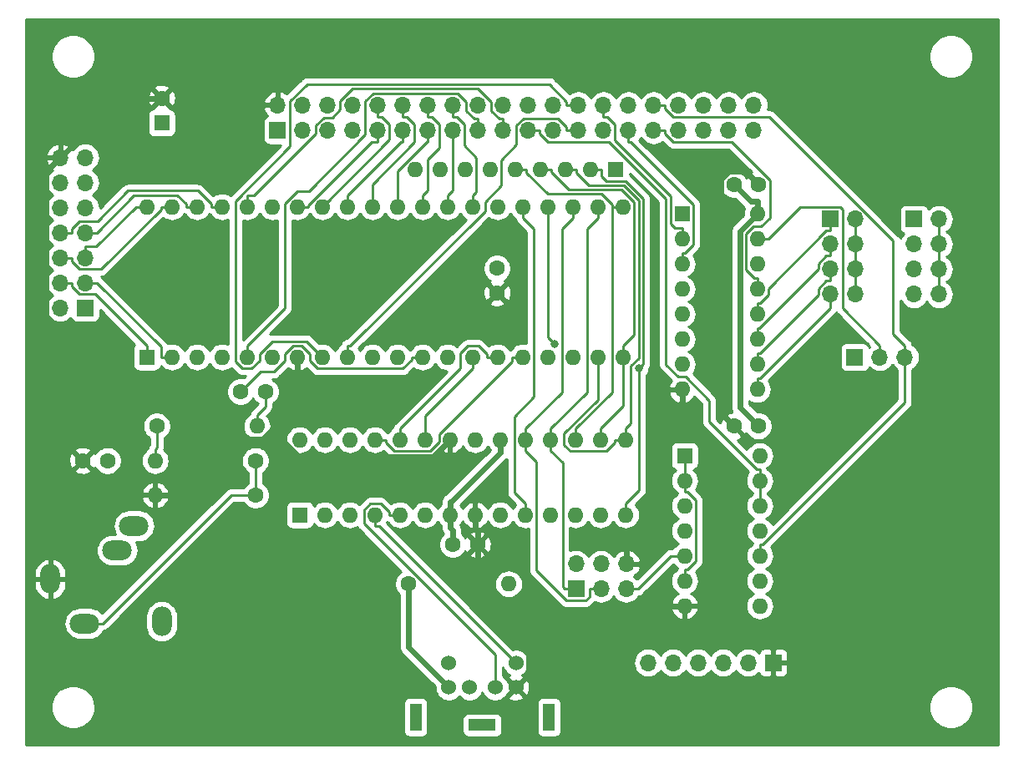
<source format=gbl>
G04 #@! TF.GenerationSoftware,KiCad,Pcbnew,(5.1.4-0-10_14)*
G04 #@! TF.CreationDate,2021-08-12T19:57:57+09:00*
G04 #@! TF.ProjectId,KZ80-PS2KBD,4b5a3830-2d50-4533-924b-42442e6b6963,rev?*
G04 #@! TF.SameCoordinates,Original*
G04 #@! TF.FileFunction,Copper,L2,Bot*
G04 #@! TF.FilePolarity,Positive*
%FSLAX46Y46*%
G04 Gerber Fmt 4.6, Leading zero omitted, Abs format (unit mm)*
G04 Created by KiCad (PCBNEW (5.1.4-0-10_14)) date 2021-08-12 19:57:57*
%MOMM*%
%LPD*%
G04 APERTURE LIST*
%ADD10O,1.600000X1.600000*%
%ADD11C,1.600000*%
%ADD12O,3.000000X2.000000*%
%ADD13O,2.000000X3.000000*%
%ADD14R,1.600000X1.600000*%
%ADD15R,1.700000X1.700000*%
%ADD16O,1.700000X1.700000*%
%ADD17C,1.524000*%
%ADD18R,1.200000X2.800000*%
%ADD19R,2.800000X1.200000*%
%ADD20C,0.800000*%
%ADD21C,0.250000*%
%ADD22C,0.600000*%
%ADD23C,0.254000*%
G04 APERTURE END LIST*
D10*
X73840000Y-99000000D03*
D11*
X84000000Y-99000000D03*
D10*
X73840000Y-95500000D03*
D11*
X84000000Y-95500000D03*
D10*
X84160000Y-92000000D03*
D11*
X74000000Y-92000000D03*
D12*
X66700000Y-112000000D03*
D13*
X74500000Y-111800000D03*
D12*
X70000000Y-104600000D03*
X71700000Y-102100000D03*
D13*
X63200000Y-107500000D03*
D11*
X66500000Y-95500000D03*
X69000000Y-95500000D03*
X82500000Y-88500000D03*
X85000000Y-88500000D03*
D14*
X74500000Y-61250000D03*
D11*
X74500000Y-58750000D03*
X132500000Y-92000000D03*
X135000000Y-92000000D03*
X132500000Y-67500000D03*
X135000000Y-67500000D03*
X106500000Y-104000000D03*
X104000000Y-104000000D03*
X108500000Y-78500000D03*
X108500000Y-76000000D03*
D15*
X144750000Y-85000000D03*
D16*
X147290000Y-85000000D03*
X149830000Y-85000000D03*
D15*
X136500000Y-116000000D03*
D16*
X133960000Y-116000000D03*
X131420000Y-116000000D03*
X128880000Y-116000000D03*
X126340000Y-116000000D03*
X123800000Y-116000000D03*
D15*
X116500000Y-108500000D03*
D16*
X116500000Y-105960000D03*
X119040000Y-108500000D03*
X119040000Y-105960000D03*
X121580000Y-108500000D03*
X121580000Y-105960000D03*
X144790000Y-78620000D03*
X142250000Y-78620000D03*
X144790000Y-76080000D03*
X142250000Y-76080000D03*
X144790000Y-73540000D03*
X142250000Y-73540000D03*
X144790000Y-71000000D03*
D15*
X142250000Y-71000000D03*
X150750000Y-71000000D03*
D16*
X153290000Y-71000000D03*
X150750000Y-73540000D03*
X153290000Y-73540000D03*
X150750000Y-76080000D03*
X153290000Y-76080000D03*
X150750000Y-78620000D03*
X153290000Y-78620000D03*
D15*
X66750000Y-80000000D03*
D16*
X64210000Y-80000000D03*
X66750000Y-77460000D03*
X64210000Y-77460000D03*
X66750000Y-74920000D03*
X64210000Y-74920000D03*
X66750000Y-72380000D03*
X64210000Y-72380000D03*
X66750000Y-69840000D03*
X64210000Y-69840000D03*
X66750000Y-67300000D03*
X64210000Y-67300000D03*
X66750000Y-64760000D03*
X64210000Y-64760000D03*
D15*
X86250000Y-62000000D03*
D16*
X86250000Y-59460000D03*
X88790000Y-62000000D03*
X88790000Y-59460000D03*
X91330000Y-62000000D03*
X91330000Y-59460000D03*
X93870000Y-62000000D03*
X93870000Y-59460000D03*
X96410000Y-62000000D03*
X96410000Y-59460000D03*
X98950000Y-62000000D03*
X98950000Y-59460000D03*
X101490000Y-62000000D03*
X101490000Y-59460000D03*
X104030000Y-62000000D03*
X104030000Y-59460000D03*
X106570000Y-62000000D03*
X106570000Y-59460000D03*
X109110000Y-62000000D03*
X109110000Y-59460000D03*
X111650000Y-62000000D03*
X111650000Y-59460000D03*
X114190000Y-62000000D03*
X114190000Y-59460000D03*
X116730000Y-62000000D03*
X116730000Y-59460000D03*
X119270000Y-62000000D03*
X119270000Y-59460000D03*
X121810000Y-62000000D03*
X121810000Y-59460000D03*
X124350000Y-62000000D03*
X124350000Y-59460000D03*
X126890000Y-62000000D03*
X126890000Y-59460000D03*
X129430000Y-62000000D03*
X129430000Y-59460000D03*
X131970000Y-62000000D03*
X131970000Y-59460000D03*
X134510000Y-62000000D03*
X134510000Y-59460000D03*
D14*
X127500000Y-95000000D03*
D10*
X135120000Y-110240000D03*
X127500000Y-97540000D03*
X135120000Y-107700000D03*
X127500000Y-100080000D03*
X135120000Y-105160000D03*
X127500000Y-102620000D03*
X135120000Y-102620000D03*
X127500000Y-105160000D03*
X135120000Y-100080000D03*
X127500000Y-107700000D03*
X135120000Y-97540000D03*
X127500000Y-110240000D03*
X135120000Y-95000000D03*
D14*
X127250000Y-70500000D03*
D10*
X134870000Y-88280000D03*
X127250000Y-73040000D03*
X134870000Y-85740000D03*
X127250000Y-75580000D03*
X134870000Y-83200000D03*
X127250000Y-78120000D03*
X134870000Y-80660000D03*
X127250000Y-80660000D03*
X134870000Y-78120000D03*
X127250000Y-83200000D03*
X134870000Y-75580000D03*
X127250000Y-85740000D03*
X134870000Y-73040000D03*
X127250000Y-88280000D03*
X134870000Y-70500000D03*
D14*
X88500000Y-101000000D03*
D10*
X121520000Y-93380000D03*
X91040000Y-101000000D03*
X118980000Y-93380000D03*
X93580000Y-101000000D03*
X116440000Y-93380000D03*
X96120000Y-101000000D03*
X113900000Y-93380000D03*
X98660000Y-101000000D03*
X111360000Y-93380000D03*
X101200000Y-101000000D03*
X108820000Y-93380000D03*
X103740000Y-101000000D03*
X106280000Y-93380000D03*
X106280000Y-101000000D03*
X103740000Y-93380000D03*
X108820000Y-101000000D03*
X101200000Y-93380000D03*
X111360000Y-101000000D03*
X98660000Y-93380000D03*
X113900000Y-101000000D03*
X96120000Y-93380000D03*
X116440000Y-101000000D03*
X93580000Y-93380000D03*
X118980000Y-101000000D03*
X91040000Y-93380000D03*
X121520000Y-101000000D03*
X88500000Y-93380000D03*
D14*
X73000000Y-85000000D03*
D10*
X121260000Y-69760000D03*
X75540000Y-85000000D03*
X118720000Y-69760000D03*
X78080000Y-85000000D03*
X116180000Y-69760000D03*
X80620000Y-85000000D03*
X113640000Y-69760000D03*
X83160000Y-85000000D03*
X111100000Y-69760000D03*
X85700000Y-85000000D03*
X108560000Y-69760000D03*
X88240000Y-85000000D03*
X106020000Y-69760000D03*
X90780000Y-85000000D03*
X103480000Y-69760000D03*
X93320000Y-85000000D03*
X100940000Y-69760000D03*
X95860000Y-85000000D03*
X98400000Y-69760000D03*
X98400000Y-85000000D03*
X95860000Y-69760000D03*
X100940000Y-85000000D03*
X93320000Y-69760000D03*
X103480000Y-85000000D03*
X90780000Y-69760000D03*
X106020000Y-85000000D03*
X88240000Y-69760000D03*
X108560000Y-85000000D03*
X85700000Y-69760000D03*
X111100000Y-85000000D03*
X83160000Y-69760000D03*
X113640000Y-85000000D03*
X80620000Y-69760000D03*
X116180000Y-85000000D03*
X78080000Y-69760000D03*
X118720000Y-85000000D03*
X75540000Y-69760000D03*
X121260000Y-85000000D03*
X73000000Y-69760000D03*
D14*
X120500000Y-66000000D03*
D10*
X117960000Y-66000000D03*
X115420000Y-66000000D03*
X112880000Y-66000000D03*
X110340000Y-66000000D03*
X107800000Y-66000000D03*
X105260000Y-66000000D03*
X102720000Y-66000000D03*
X100180000Y-66000000D03*
D11*
X99500000Y-108000000D03*
D10*
X109660000Y-108000000D03*
D17*
X108300000Y-118500000D03*
X105700000Y-118500000D03*
X110400000Y-118500000D03*
X103600000Y-118500000D03*
X110400000Y-116000000D03*
X103600000Y-116000000D03*
D18*
X100250000Y-121500000D03*
X113750000Y-121500000D03*
D19*
X107000000Y-122300000D03*
D20*
X79000000Y-64500000D03*
X99500000Y-81000000D03*
X131000000Y-97000000D03*
X110500000Y-73000000D03*
X92500000Y-76000000D03*
X84000000Y-78500000D03*
X79500000Y-76500000D03*
X122895800Y-86131500D03*
X114314200Y-83653500D03*
D21*
X98660000Y-101000000D02*
X97534700Y-101000000D01*
X108300000Y-118500000D02*
X108300000Y-115205300D01*
X108300000Y-115205300D02*
X94990300Y-101895600D01*
X94990300Y-101895600D02*
X94990300Y-100536400D01*
X94990300Y-100536400D02*
X95652000Y-99874700D01*
X95652000Y-99874700D02*
X96690800Y-99874700D01*
X96690800Y-99874700D02*
X97534700Y-100718600D01*
X97534700Y-100718600D02*
X97534700Y-101000000D01*
D22*
X74500000Y-58750000D02*
X70220000Y-58750000D01*
X70220000Y-58750000D02*
X64210000Y-64760000D01*
X127250000Y-88280000D02*
X127250000Y-89580300D01*
X121580000Y-105960000D02*
X121580000Y-104609700D01*
X121580000Y-104609700D02*
X125949700Y-100240000D01*
X125949700Y-100240000D02*
X125949700Y-90880600D01*
X125949700Y-90880600D02*
X127250000Y-89580300D01*
X111700900Y-112908900D02*
X111700900Y-117199100D01*
X111700900Y-117199100D02*
X110400000Y-118500000D01*
X106500000Y-104000000D02*
X106500000Y-107708000D01*
X106500000Y-107708000D02*
X111700900Y-112908900D01*
X111700900Y-112908900D02*
X123530800Y-112908900D01*
X123530800Y-112908900D02*
X126199700Y-110240000D01*
X127500000Y-110240000D02*
X126199700Y-110240000D01*
X106280000Y-102300300D02*
X106500000Y-102520300D01*
X106500000Y-102520300D02*
X106500000Y-104000000D01*
X132500000Y-92000000D02*
X131199500Y-90699500D01*
X131199500Y-90699500D02*
X131199500Y-66960000D01*
X131199500Y-66960000D02*
X131970200Y-66189300D01*
X131970200Y-66189300D02*
X133689300Y-66189300D01*
X133689300Y-66189300D02*
X135000000Y-67500000D01*
X106280000Y-101000000D02*
X106280000Y-102300300D01*
X85654900Y-92401100D02*
X88240000Y-89816000D01*
X88240000Y-89816000D02*
X88240000Y-85000000D01*
X75140300Y-99000000D02*
X80790500Y-93349800D01*
X80790500Y-93349800D02*
X84706200Y-93349800D01*
X84706200Y-93349800D02*
X85654900Y-92401100D01*
X85654900Y-92401100D02*
X88389100Y-95135300D01*
X88389100Y-95135300D02*
X101984700Y-95135300D01*
X101984700Y-95135300D02*
X103740000Y-93380000D01*
X73840000Y-99000000D02*
X75140300Y-99000000D01*
X64210000Y-64760000D02*
X62806000Y-66164000D01*
X62806000Y-66164000D02*
X62806000Y-91806000D01*
X62806000Y-91806000D02*
X66500000Y-95500000D01*
X135000000Y-92000000D02*
X133119000Y-90119000D01*
X133119000Y-90119000D02*
X133119000Y-72251000D01*
X133119000Y-72251000D02*
X134870000Y-70500000D01*
X134870000Y-70500000D02*
X134870000Y-69199700D01*
X132500000Y-67500000D02*
X134199700Y-69199700D01*
X134199700Y-69199700D02*
X134870000Y-69199700D01*
X103740000Y-101000000D02*
X103740000Y-99699700D01*
X108820000Y-93380000D02*
X108820000Y-94680300D01*
X108820000Y-94680300D02*
X103800600Y-99699700D01*
X103800600Y-99699700D02*
X103740000Y-99699700D01*
X103740000Y-101633500D02*
X103740000Y-101000000D01*
X103740000Y-101633500D02*
X103740000Y-102300300D01*
X103740000Y-102300300D02*
X104000000Y-102560300D01*
X104000000Y-102560300D02*
X104000000Y-104000000D01*
X103600000Y-118500000D02*
X99500000Y-114400000D01*
X99500000Y-114400000D02*
X99500000Y-108000000D01*
D21*
X96120000Y-101000000D02*
X96120000Y-102125300D01*
X110400000Y-116000000D02*
X96525300Y-102125300D01*
X96525300Y-102125300D02*
X96120000Y-102125300D01*
X135120000Y-97540000D02*
X135120000Y-96414700D01*
X111650000Y-62000000D02*
X112825300Y-62000000D01*
X112825300Y-62000000D02*
X112825300Y-62367400D01*
X112825300Y-62367400D02*
X113633200Y-63175300D01*
X113633200Y-63175300D02*
X119811200Y-63175300D01*
X119811200Y-63175300D02*
X125607100Y-68971200D01*
X125607100Y-68971200D02*
X125607100Y-85753700D01*
X125607100Y-85753700D02*
X126863400Y-87010000D01*
X126863400Y-87010000D02*
X127619400Y-87010000D01*
X127619400Y-87010000D02*
X130002600Y-89393200D01*
X130002600Y-89393200D02*
X130002600Y-91578600D01*
X130002600Y-91578600D02*
X134838700Y-96414700D01*
X134838700Y-96414700D02*
X135120000Y-96414700D01*
X135120000Y-100080000D02*
X135120000Y-97540000D01*
X117960000Y-66000000D02*
X119085300Y-66000000D01*
X119085300Y-66000000D02*
X119085300Y-66649000D01*
X119085300Y-66649000D02*
X119561600Y-67125300D01*
X119561600Y-67125300D02*
X121505900Y-67125300D01*
X121505900Y-67125300D02*
X123302300Y-68921700D01*
X123302300Y-68921700D02*
X123302300Y-85725000D01*
X123302300Y-85725000D02*
X122895800Y-86131500D01*
X122895800Y-86131500D02*
X122895800Y-98498900D01*
X122895800Y-98498900D02*
X121520000Y-99874700D01*
X121520000Y-101000000D02*
X121520000Y-99874700D01*
X116545300Y-66000000D02*
X116545300Y-66281400D01*
X116545300Y-66281400D02*
X117839500Y-67575600D01*
X117839500Y-67575600D02*
X121318100Y-67575600D01*
X121318100Y-67575600D02*
X122839500Y-69097000D01*
X122839500Y-69097000D02*
X122839500Y-85087100D01*
X122839500Y-85087100D02*
X122016000Y-85910600D01*
X122016000Y-85910600D02*
X122016000Y-91758700D01*
X122016000Y-91758700D02*
X121520000Y-92254700D01*
X121520000Y-93380000D02*
X121520000Y-92254700D01*
X115420000Y-66000000D02*
X116545300Y-66000000D01*
X118720000Y-85000000D02*
X118720000Y-89337800D01*
X118720000Y-89337800D02*
X115303100Y-92754700D01*
X115303100Y-92754700D02*
X115303100Y-93906500D01*
X115303100Y-93906500D02*
X115901900Y-94505300D01*
X115901900Y-94505300D02*
X119550800Y-94505300D01*
X119550800Y-94505300D02*
X120394700Y-93661400D01*
X120394700Y-93661400D02*
X120394700Y-93380000D01*
X121520000Y-93380000D02*
X120394700Y-93380000D01*
X114005300Y-66000000D02*
X114005300Y-66272200D01*
X114005300Y-66272200D02*
X115759000Y-68025900D01*
X115759000Y-68025900D02*
X121129000Y-68025900D01*
X121129000Y-68025900D02*
X122385300Y-69282200D01*
X122385300Y-69282200D02*
X122385300Y-82749400D01*
X122385300Y-82749400D02*
X121260000Y-83874700D01*
X121260000Y-85000000D02*
X121260000Y-83874700D01*
X112880000Y-66000000D02*
X114005300Y-66000000D01*
X118980000Y-93380000D02*
X118980000Y-92254700D01*
X121260000Y-85000000D02*
X121260000Y-89974700D01*
X121260000Y-89974700D02*
X118980000Y-92254700D01*
X111465300Y-66000000D02*
X111465300Y-66281400D01*
X111465300Y-66281400D02*
X113660100Y-68476200D01*
X113660100Y-68476200D02*
X119087900Y-68476200D01*
X119087900Y-68476200D02*
X120134700Y-69523000D01*
X120134700Y-69523000D02*
X120134700Y-69760000D01*
X110340000Y-66000000D02*
X111465300Y-66000000D01*
X116440000Y-93380000D02*
X116440000Y-92254700D01*
X120134700Y-69760000D02*
X120134700Y-88560000D01*
X120134700Y-88560000D02*
X116440000Y-92254700D01*
X120247300Y-69760000D02*
X120134700Y-69760000D01*
X121260000Y-69760000D02*
X120247300Y-69760000D01*
X113900000Y-93380000D02*
X113900000Y-92254700D01*
X118720000Y-69760000D02*
X118720000Y-70885300D01*
X118720000Y-70885300D02*
X117594700Y-72010600D01*
X117594700Y-72010600D02*
X117594700Y-88560000D01*
X117594700Y-88560000D02*
X113900000Y-92254700D01*
X116500000Y-108500000D02*
X115324700Y-108500000D01*
X113900000Y-93380000D02*
X113900000Y-94505300D01*
X113900000Y-94505300D02*
X115135300Y-95740600D01*
X115135300Y-95740600D02*
X115135300Y-108310600D01*
X115135300Y-108310600D02*
X115324700Y-108500000D01*
X111360000Y-92254700D02*
X115054700Y-88560000D01*
X115054700Y-88560000D02*
X115054700Y-72010600D01*
X115054700Y-72010600D02*
X116180000Y-70885300D01*
X111360000Y-93380000D02*
X111360000Y-92254700D01*
X116180000Y-69760000D02*
X116180000Y-70885300D01*
X119040000Y-108500000D02*
X117864700Y-108500000D01*
X111360000Y-93380000D02*
X111360000Y-94505300D01*
X111360000Y-94505300D02*
X112485300Y-95630600D01*
X112485300Y-95630600D02*
X112485300Y-106660600D01*
X112485300Y-106660600D02*
X115500000Y-109675300D01*
X115500000Y-109675300D02*
X117497500Y-109675300D01*
X117497500Y-109675300D02*
X117864700Y-109308100D01*
X117864700Y-109308100D02*
X117864700Y-108500000D01*
X113640000Y-69760000D02*
X113640000Y-82979300D01*
X113640000Y-82979300D02*
X114314200Y-83653500D01*
X111360000Y-101000000D02*
X111360000Y-99874700D01*
X111100000Y-69760000D02*
X111100000Y-70885300D01*
X111100000Y-70885300D02*
X112233300Y-72018600D01*
X112233300Y-72018600D02*
X112233300Y-89052200D01*
X112233300Y-89052200D02*
X110234700Y-91050800D01*
X110234700Y-91050800D02*
X110234700Y-98749400D01*
X110234700Y-98749400D02*
X111360000Y-99874700D01*
X64210000Y-77460000D02*
X65385300Y-77460000D01*
X73000000Y-85000000D02*
X73000000Y-83874700D01*
X73000000Y-83874700D02*
X67760600Y-78635300D01*
X67760600Y-78635300D02*
X66193200Y-78635300D01*
X66193200Y-78635300D02*
X65385300Y-77827400D01*
X65385300Y-77827400D02*
X65385300Y-77460000D01*
X66750000Y-77460000D02*
X67925300Y-77460000D01*
X75540000Y-85000000D02*
X74414700Y-85000000D01*
X74414700Y-85000000D02*
X74414700Y-83949400D01*
X74414700Y-83949400D02*
X67925300Y-77460000D01*
X106570000Y-62000000D02*
X106570000Y-60824700D01*
X83160000Y-85000000D02*
X83160000Y-83874700D01*
X83160000Y-83874700D02*
X86970000Y-80064700D01*
X86970000Y-80064700D02*
X86970000Y-69435400D01*
X86970000Y-69435400D02*
X88238500Y-68166900D01*
X88238500Y-68166900D02*
X89435300Y-68166900D01*
X89435300Y-68166900D02*
X95140000Y-62462200D01*
X95140000Y-62462200D02*
X95140000Y-59047500D01*
X95140000Y-59047500D02*
X95953100Y-58234400D01*
X95953100Y-58234400D02*
X104483100Y-58234400D01*
X104483100Y-58234400D02*
X105394700Y-59146000D01*
X105394700Y-59146000D02*
X105394700Y-60016800D01*
X105394700Y-60016800D02*
X106202600Y-60824700D01*
X106202600Y-60824700D02*
X106570000Y-60824700D01*
X153290000Y-73540000D02*
X153290000Y-71000000D01*
X153290000Y-76080000D02*
X153290000Y-73540000D01*
X153290000Y-78620000D02*
X153290000Y-76080000D01*
X104030000Y-59460000D02*
X104030000Y-60635300D01*
X106020000Y-69760000D02*
X106020000Y-68634700D01*
X106020000Y-68634700D02*
X106401200Y-68253500D01*
X106401200Y-68253500D02*
X106401200Y-64753300D01*
X106401200Y-64753300D02*
X105205300Y-63557400D01*
X105205300Y-63557400D02*
X105205300Y-61443200D01*
X105205300Y-61443200D02*
X104397400Y-60635300D01*
X104397400Y-60635300D02*
X104030000Y-60635300D01*
X116730000Y-59460000D02*
X115554700Y-59460000D01*
X90780000Y-85000000D02*
X89176900Y-83396900D01*
X89176900Y-83396900D02*
X85705600Y-83396900D01*
X85705600Y-83396900D02*
X84430000Y-84672500D01*
X84430000Y-84672500D02*
X84430000Y-85342600D01*
X84430000Y-85342600D02*
X83631200Y-86141400D01*
X83631200Y-86141400D02*
X82647100Y-86141400D01*
X82647100Y-86141400D02*
X81963900Y-85458200D01*
X81963900Y-85458200D02*
X81963900Y-69162100D01*
X81963900Y-69162100D02*
X87520000Y-63606000D01*
X87520000Y-63606000D02*
X87520000Y-59057500D01*
X87520000Y-59057500D02*
X89248100Y-57329400D01*
X89248100Y-57329400D02*
X113791400Y-57329400D01*
X113791400Y-57329400D02*
X115554700Y-59092700D01*
X115554700Y-59092700D02*
X115554700Y-59460000D01*
X103480000Y-69760000D02*
X103480000Y-68634700D01*
X103480000Y-68634700D02*
X104030000Y-68084700D01*
X104030000Y-68084700D02*
X104030000Y-62000000D01*
X116730000Y-62000000D02*
X115554700Y-62000000D01*
X93320000Y-85000000D02*
X93320000Y-83874700D01*
X93320000Y-83874700D02*
X93601300Y-83874700D01*
X93601300Y-83874700D02*
X107290000Y-70186000D01*
X107290000Y-70186000D02*
X107290000Y-69251800D01*
X107290000Y-69251800D02*
X108925400Y-67616400D01*
X108925400Y-67616400D02*
X108925400Y-65023600D01*
X108925400Y-65023600D02*
X110474600Y-63474400D01*
X110474600Y-63474400D02*
X110474600Y-61501800D01*
X110474600Y-61501800D02*
X111191500Y-60784900D01*
X111191500Y-60784900D02*
X114704900Y-60784900D01*
X114704900Y-60784900D02*
X115554700Y-61634700D01*
X115554700Y-61634700D02*
X115554700Y-62000000D01*
X101490000Y-59460000D02*
X101490000Y-60635300D01*
X100940000Y-69760000D02*
X100940000Y-68634700D01*
X100940000Y-68634700D02*
X101470600Y-68104100D01*
X101470600Y-68104100D02*
X101470600Y-64941500D01*
X101470600Y-64941500D02*
X102665300Y-63746800D01*
X102665300Y-63746800D02*
X102665300Y-61443200D01*
X102665300Y-61443200D02*
X101857400Y-60635300D01*
X101857400Y-60635300D02*
X101490000Y-60635300D01*
X101490000Y-62000000D02*
X101490000Y-63175300D01*
X98400000Y-69760000D02*
X98400000Y-66169700D01*
X98400000Y-66169700D02*
X101394400Y-63175300D01*
X101394400Y-63175300D02*
X101490000Y-63175300D01*
X98950000Y-59460000D02*
X98950000Y-60635300D01*
X95860000Y-69760000D02*
X95860000Y-67484900D01*
X95860000Y-67484900D02*
X100125300Y-63219600D01*
X100125300Y-63219600D02*
X100125300Y-61443200D01*
X100125300Y-61443200D02*
X99317400Y-60635300D01*
X99317400Y-60635300D02*
X98950000Y-60635300D01*
X100940000Y-85000000D02*
X99814700Y-85000000D01*
X99814700Y-85000000D02*
X99814700Y-85281300D01*
X99814700Y-85281300D02*
X98947000Y-86149000D01*
X98947000Y-86149000D02*
X90283300Y-86149000D01*
X90283300Y-86149000D02*
X89510000Y-85375700D01*
X89510000Y-85375700D02*
X89510000Y-84678300D01*
X89510000Y-84678300D02*
X88679000Y-83847300D01*
X88679000Y-83847300D02*
X87792500Y-83847300D01*
X87792500Y-83847300D02*
X86970000Y-84669800D01*
X86970000Y-84669800D02*
X86970000Y-85364900D01*
X86970000Y-85364900D02*
X85848500Y-86486400D01*
X85848500Y-86486400D02*
X84513600Y-86486400D01*
X84513600Y-86486400D02*
X82500000Y-88500000D01*
X98950000Y-62000000D02*
X98950000Y-63175300D01*
X93320000Y-69760000D02*
X93320000Y-68634700D01*
X93320000Y-68634700D02*
X98779400Y-63175300D01*
X98779400Y-63175300D02*
X98950000Y-63175300D01*
X96410000Y-59460000D02*
X96410000Y-60635300D01*
X90780000Y-69760000D02*
X97585300Y-62954700D01*
X97585300Y-62954700D02*
X97585300Y-61443200D01*
X97585300Y-61443200D02*
X96777400Y-60635300D01*
X96777400Y-60635300D02*
X96410000Y-60635300D01*
X101200000Y-93380000D02*
X101200000Y-90945300D01*
X101200000Y-90945300D02*
X106020000Y-86125300D01*
X106020000Y-85000000D02*
X106020000Y-86125300D01*
X96410000Y-62000000D02*
X96410000Y-63175300D01*
X88240000Y-69760000D02*
X89365300Y-69760000D01*
X89365300Y-69760000D02*
X89365300Y-69581200D01*
X89365300Y-69581200D02*
X95771200Y-63175300D01*
X95771200Y-63175300D02*
X96410000Y-63175300D01*
X98660000Y-93380000D02*
X98660000Y-92254700D01*
X108560000Y-85000000D02*
X107434700Y-85000000D01*
X107434700Y-85000000D02*
X107434700Y-84718600D01*
X107434700Y-84718600D02*
X106590800Y-83874700D01*
X106590800Y-83874700D02*
X105525100Y-83874700D01*
X105525100Y-83874700D02*
X104750000Y-84649800D01*
X104750000Y-84649800D02*
X104750000Y-86164700D01*
X104750000Y-86164700D02*
X98660000Y-92254700D01*
X96120000Y-93380000D02*
X97245300Y-93380000D01*
X111100000Y-85000000D02*
X109974700Y-85000000D01*
X109974700Y-85000000D02*
X109974700Y-85478400D01*
X109974700Y-85478400D02*
X102614600Y-92838500D01*
X102614600Y-92838500D02*
X102614600Y-93621000D01*
X102614600Y-93621000D02*
X101730300Y-94505300D01*
X101730300Y-94505300D02*
X98089200Y-94505300D01*
X98089200Y-94505300D02*
X97245300Y-93661400D01*
X97245300Y-93661400D02*
X97245300Y-93380000D01*
X109110000Y-62000000D02*
X109110000Y-60824700D01*
X83160000Y-69760000D02*
X83160000Y-68634700D01*
X83160000Y-68634700D02*
X83863300Y-68634700D01*
X83863300Y-68634700D02*
X90154600Y-62343400D01*
X90154600Y-62343400D02*
X90154600Y-61474400D01*
X90154600Y-61474400D02*
X90926200Y-60702800D01*
X90926200Y-60702800D02*
X91814400Y-60702800D01*
X91814400Y-60702800D02*
X92600000Y-59917200D01*
X92600000Y-59917200D02*
X92600000Y-59064900D01*
X92600000Y-59064900D02*
X93880900Y-57784000D01*
X93880900Y-57784000D02*
X106572700Y-57784000D01*
X106572700Y-57784000D02*
X107934700Y-59146000D01*
X107934700Y-59146000D02*
X107934700Y-60016800D01*
X107934700Y-60016800D02*
X108742600Y-60824700D01*
X108742600Y-60824700D02*
X109110000Y-60824700D01*
X64210000Y-72380000D02*
X65385300Y-72380000D01*
X80620000Y-69760000D02*
X79494700Y-69760000D01*
X79494700Y-69760000D02*
X79494700Y-69478700D01*
X79494700Y-69478700D02*
X78143100Y-68127100D01*
X78143100Y-68127100D02*
X71058600Y-68127100D01*
X71058600Y-68127100D02*
X67981000Y-71204700D01*
X67981000Y-71204700D02*
X66193200Y-71204700D01*
X66193200Y-71204700D02*
X65385300Y-72012600D01*
X65385300Y-72012600D02*
X65385300Y-72380000D01*
X66750000Y-72380000D02*
X67925300Y-72380000D01*
X78080000Y-69760000D02*
X76954700Y-69760000D01*
X76954700Y-69760000D02*
X76954700Y-69478700D01*
X76954700Y-69478700D02*
X76094400Y-68618400D01*
X76094400Y-68618400D02*
X71686900Y-68618400D01*
X71686900Y-68618400D02*
X67925300Y-72380000D01*
X64210000Y-74920000D02*
X65385300Y-74920000D01*
X75540000Y-69760000D02*
X74414700Y-69760000D01*
X74414700Y-69760000D02*
X74414700Y-70041300D01*
X74414700Y-70041300D02*
X68360700Y-76095300D01*
X68360700Y-76095300D02*
X66193200Y-76095300D01*
X66193200Y-76095300D02*
X65385300Y-75287400D01*
X65385300Y-75287400D02*
X65385300Y-74920000D01*
X66750000Y-74920000D02*
X66750000Y-73744700D01*
X73000000Y-69760000D02*
X71874700Y-69760000D01*
X71874700Y-69760000D02*
X67890000Y-73744700D01*
X67890000Y-73744700D02*
X66750000Y-73744700D01*
X144790000Y-73540000D02*
X144790000Y-76080000D01*
X144790000Y-71000000D02*
X144790000Y-73540000D01*
X144790000Y-76080000D02*
X144790000Y-78620000D01*
X134870000Y-88280000D02*
X134870000Y-87154700D01*
X134870000Y-87154700D02*
X135151300Y-87154700D01*
X135151300Y-87154700D02*
X142250000Y-80056000D01*
X142250000Y-80056000D02*
X142250000Y-78620000D01*
X119270000Y-59460000D02*
X119270000Y-60635300D01*
X127250000Y-73040000D02*
X127250000Y-71914700D01*
X127250000Y-71914700D02*
X126546600Y-71914700D01*
X126546600Y-71914700D02*
X126124700Y-71492800D01*
X126124700Y-71492800D02*
X126124700Y-68675700D01*
X126124700Y-68675700D02*
X120445300Y-62996300D01*
X120445300Y-62996300D02*
X120445300Y-61443200D01*
X120445300Y-61443200D02*
X119637400Y-60635300D01*
X119637400Y-60635300D02*
X119270000Y-60635300D01*
X142250000Y-76080000D02*
X142250000Y-77255300D01*
X134870000Y-85740000D02*
X134870000Y-84614700D01*
X134870000Y-84614700D02*
X135151400Y-84614700D01*
X135151400Y-84614700D02*
X141074700Y-78691400D01*
X141074700Y-78691400D02*
X141074700Y-78063200D01*
X141074700Y-78063200D02*
X141882600Y-77255300D01*
X141882600Y-77255300D02*
X142250000Y-77255300D01*
X121810000Y-62000000D02*
X121810000Y-63175300D01*
X127250000Y-75580000D02*
X127250000Y-74454700D01*
X127250000Y-74454700D02*
X127531300Y-74454700D01*
X127531300Y-74454700D02*
X128394500Y-73591500D01*
X128394500Y-73591500D02*
X128394500Y-69539200D01*
X128394500Y-69539200D02*
X122030600Y-63175300D01*
X122030600Y-63175300D02*
X121810000Y-63175300D01*
X142250000Y-73540000D02*
X142250000Y-74715300D01*
X134870000Y-83200000D02*
X134870000Y-82074700D01*
X134870000Y-82074700D02*
X135081000Y-82074700D01*
X135081000Y-82074700D02*
X141074700Y-76081000D01*
X141074700Y-76081000D02*
X141074700Y-75523200D01*
X141074700Y-75523200D02*
X141882600Y-74715300D01*
X141882600Y-74715300D02*
X142250000Y-74715300D01*
X134870000Y-80660000D02*
X134870000Y-79534700D01*
X142250000Y-71000000D02*
X142250000Y-72175300D01*
X134870000Y-79534700D02*
X135151400Y-79534700D01*
X135151400Y-79534700D02*
X135995300Y-78690800D01*
X135995300Y-78690800D02*
X135995300Y-78062600D01*
X135995300Y-78062600D02*
X141882600Y-72175300D01*
X141882600Y-72175300D02*
X142250000Y-72175300D01*
X124350000Y-62000000D02*
X125525300Y-62000000D01*
X134870000Y-78120000D02*
X134870000Y-76994700D01*
X134870000Y-76994700D02*
X134588700Y-76994700D01*
X134588700Y-76994700D02*
X133744400Y-76150400D01*
X133744400Y-76150400D02*
X133744400Y-72520300D01*
X133744400Y-72520300D02*
X134494700Y-71770000D01*
X134494700Y-71770000D02*
X135282300Y-71770000D01*
X135282300Y-71770000D02*
X136173800Y-70878500D01*
X136173800Y-70878500D02*
X136173800Y-67072500D01*
X136173800Y-67072500D02*
X132276600Y-63175300D01*
X132276600Y-63175300D02*
X126333200Y-63175300D01*
X126333200Y-63175300D02*
X125525300Y-62367400D01*
X125525300Y-62367400D02*
X125525300Y-62000000D01*
X147290000Y-85000000D02*
X147290000Y-83824700D01*
X134870000Y-73040000D02*
X135995300Y-73040000D01*
X135995300Y-73040000D02*
X139210700Y-69824600D01*
X139210700Y-69824600D02*
X143258500Y-69824600D01*
X143258500Y-69824600D02*
X143520000Y-70086100D01*
X143520000Y-70086100D02*
X143520000Y-80054700D01*
X143520000Y-80054700D02*
X147290000Y-83824700D01*
X127500000Y-97540000D02*
X127500000Y-98665300D01*
X127500000Y-107700000D02*
X127500000Y-106574700D01*
X127500000Y-106574700D02*
X127781300Y-106574700D01*
X127781300Y-106574700D02*
X128625300Y-105730700D01*
X128625300Y-105730700D02*
X128625300Y-99509200D01*
X128625300Y-99509200D02*
X127781400Y-98665300D01*
X127781400Y-98665300D02*
X127500000Y-98665300D01*
X127500000Y-97540000D02*
X127500000Y-95000000D01*
X124350000Y-59460000D02*
X125525300Y-59460000D01*
X149830000Y-85000000D02*
X149830000Y-83824700D01*
X149830000Y-83824700D02*
X148654700Y-82649400D01*
X148654700Y-82649400D02*
X148654700Y-73201900D01*
X148654700Y-73201900D02*
X136088100Y-60635300D01*
X136088100Y-60635300D02*
X126333200Y-60635300D01*
X126333200Y-60635300D02*
X125525300Y-59827400D01*
X125525300Y-59827400D02*
X125525300Y-59460000D01*
X135120000Y-104034700D02*
X135401300Y-104034700D01*
X135401300Y-104034700D02*
X149830000Y-89606000D01*
X149830000Y-89606000D02*
X149830000Y-85000000D01*
X135120000Y-105160000D02*
X135120000Y-104034700D01*
X121580000Y-108500000D02*
X122755300Y-108500000D01*
X122755300Y-108500000D02*
X126095300Y-105160000D01*
X126095300Y-105160000D02*
X127500000Y-105160000D01*
X84160000Y-92000000D02*
X84160000Y-90874700D01*
X85000000Y-88500000D02*
X85000000Y-90034700D01*
X85000000Y-90034700D02*
X84160000Y-90874700D01*
X73840000Y-95500000D02*
X73840000Y-94374700D01*
X73840000Y-94374700D02*
X74000000Y-94214700D01*
X74000000Y-94214700D02*
X74000000Y-92000000D01*
X66700000Y-112000000D02*
X68525300Y-112000000D01*
X68525300Y-112000000D02*
X81525300Y-99000000D01*
X81525300Y-99000000D02*
X84000000Y-99000000D01*
X84000000Y-95500000D02*
X84000000Y-99000000D01*
D23*
G36*
X159290001Y-124290000D02*
G01*
X60710000Y-124290000D01*
X60710000Y-120279872D01*
X63265000Y-120279872D01*
X63265000Y-120720128D01*
X63350890Y-121151925D01*
X63519369Y-121558669D01*
X63763962Y-121924729D01*
X64075271Y-122236038D01*
X64441331Y-122480631D01*
X64848075Y-122649110D01*
X65279872Y-122735000D01*
X65720128Y-122735000D01*
X66151925Y-122649110D01*
X66558669Y-122480631D01*
X66924729Y-122236038D01*
X67236038Y-121924729D01*
X67480631Y-121558669D01*
X67649110Y-121151925D01*
X67735000Y-120720128D01*
X67735000Y-120279872D01*
X67699222Y-120100000D01*
X99011928Y-120100000D01*
X99011928Y-122900000D01*
X99024188Y-123024482D01*
X99060498Y-123144180D01*
X99119463Y-123254494D01*
X99198815Y-123351185D01*
X99295506Y-123430537D01*
X99405820Y-123489502D01*
X99525518Y-123525812D01*
X99650000Y-123538072D01*
X100850000Y-123538072D01*
X100974482Y-123525812D01*
X101094180Y-123489502D01*
X101204494Y-123430537D01*
X101301185Y-123351185D01*
X101380537Y-123254494D01*
X101439502Y-123144180D01*
X101475812Y-123024482D01*
X101488072Y-122900000D01*
X101488072Y-121700000D01*
X104961928Y-121700000D01*
X104961928Y-122900000D01*
X104974188Y-123024482D01*
X105010498Y-123144180D01*
X105069463Y-123254494D01*
X105148815Y-123351185D01*
X105245506Y-123430537D01*
X105355820Y-123489502D01*
X105475518Y-123525812D01*
X105600000Y-123538072D01*
X108400000Y-123538072D01*
X108524482Y-123525812D01*
X108644180Y-123489502D01*
X108754494Y-123430537D01*
X108851185Y-123351185D01*
X108930537Y-123254494D01*
X108989502Y-123144180D01*
X109025812Y-123024482D01*
X109038072Y-122900000D01*
X109038072Y-121700000D01*
X109025812Y-121575518D01*
X108989502Y-121455820D01*
X108930537Y-121345506D01*
X108851185Y-121248815D01*
X108754494Y-121169463D01*
X108644180Y-121110498D01*
X108524482Y-121074188D01*
X108400000Y-121061928D01*
X105600000Y-121061928D01*
X105475518Y-121074188D01*
X105355820Y-121110498D01*
X105245506Y-121169463D01*
X105148815Y-121248815D01*
X105069463Y-121345506D01*
X105010498Y-121455820D01*
X104974188Y-121575518D01*
X104961928Y-121700000D01*
X101488072Y-121700000D01*
X101488072Y-120100000D01*
X112511928Y-120100000D01*
X112511928Y-122900000D01*
X112524188Y-123024482D01*
X112560498Y-123144180D01*
X112619463Y-123254494D01*
X112698815Y-123351185D01*
X112795506Y-123430537D01*
X112905820Y-123489502D01*
X113025518Y-123525812D01*
X113150000Y-123538072D01*
X114350000Y-123538072D01*
X114474482Y-123525812D01*
X114594180Y-123489502D01*
X114704494Y-123430537D01*
X114801185Y-123351185D01*
X114880537Y-123254494D01*
X114939502Y-123144180D01*
X114975812Y-123024482D01*
X114988072Y-122900000D01*
X114988072Y-120279872D01*
X152265000Y-120279872D01*
X152265000Y-120720128D01*
X152350890Y-121151925D01*
X152519369Y-121558669D01*
X152763962Y-121924729D01*
X153075271Y-122236038D01*
X153441331Y-122480631D01*
X153848075Y-122649110D01*
X154279872Y-122735000D01*
X154720128Y-122735000D01*
X155151925Y-122649110D01*
X155558669Y-122480631D01*
X155924729Y-122236038D01*
X156236038Y-121924729D01*
X156480631Y-121558669D01*
X156649110Y-121151925D01*
X156735000Y-120720128D01*
X156735000Y-120279872D01*
X156649110Y-119848075D01*
X156480631Y-119441331D01*
X156236038Y-119075271D01*
X155924729Y-118763962D01*
X155558669Y-118519369D01*
X155151925Y-118350890D01*
X154720128Y-118265000D01*
X154279872Y-118265000D01*
X153848075Y-118350890D01*
X153441331Y-118519369D01*
X153075271Y-118763962D01*
X152763962Y-119075271D01*
X152519369Y-119441331D01*
X152350890Y-119848075D01*
X152265000Y-120279872D01*
X114988072Y-120279872D01*
X114988072Y-120100000D01*
X114975812Y-119975518D01*
X114939502Y-119855820D01*
X114880537Y-119745506D01*
X114801185Y-119648815D01*
X114704494Y-119569463D01*
X114594180Y-119510498D01*
X114474482Y-119474188D01*
X114350000Y-119461928D01*
X113150000Y-119461928D01*
X113025518Y-119474188D01*
X112905820Y-119510498D01*
X112795506Y-119569463D01*
X112698815Y-119648815D01*
X112619463Y-119745506D01*
X112560498Y-119855820D01*
X112524188Y-119975518D01*
X112511928Y-120100000D01*
X101488072Y-120100000D01*
X101475812Y-119975518D01*
X101439502Y-119855820D01*
X101380537Y-119745506D01*
X101301185Y-119648815D01*
X101204494Y-119569463D01*
X101094180Y-119510498D01*
X100974482Y-119474188D01*
X100850000Y-119461928D01*
X99650000Y-119461928D01*
X99525518Y-119474188D01*
X99405820Y-119510498D01*
X99295506Y-119569463D01*
X99198815Y-119648815D01*
X99119463Y-119745506D01*
X99060498Y-119855820D01*
X99024188Y-119975518D01*
X99011928Y-120100000D01*
X67699222Y-120100000D01*
X67649110Y-119848075D01*
X67480631Y-119441331D01*
X67236038Y-119075271D01*
X66924729Y-118763962D01*
X66558669Y-118519369D01*
X66151925Y-118350890D01*
X65720128Y-118265000D01*
X65279872Y-118265000D01*
X64848075Y-118350890D01*
X64441331Y-118519369D01*
X64075271Y-118763962D01*
X63763962Y-119075271D01*
X63519369Y-119441331D01*
X63350890Y-119848075D01*
X63265000Y-120279872D01*
X60710000Y-120279872D01*
X60710000Y-112000000D01*
X64557089Y-112000000D01*
X64588657Y-112320516D01*
X64682148Y-112628715D01*
X64833969Y-112912752D01*
X65038286Y-113161714D01*
X65287248Y-113366031D01*
X65571285Y-113517852D01*
X65879484Y-113611343D01*
X66119678Y-113635000D01*
X67280322Y-113635000D01*
X67520516Y-113611343D01*
X67828715Y-113517852D01*
X68112752Y-113366031D01*
X68361714Y-113161714D01*
X68566031Y-112912752D01*
X68652405Y-112751158D01*
X68674286Y-112749003D01*
X68817547Y-112705546D01*
X68949576Y-112634974D01*
X69065301Y-112540001D01*
X69089104Y-112510997D01*
X70380422Y-111219679D01*
X72865000Y-111219679D01*
X72865000Y-112380322D01*
X72888657Y-112620516D01*
X72982148Y-112928715D01*
X73133970Y-113212752D01*
X73338287Y-113461714D01*
X73587249Y-113666031D01*
X73871286Y-113817852D01*
X74179485Y-113911343D01*
X74500000Y-113942911D01*
X74820516Y-113911343D01*
X75128715Y-113817852D01*
X75412752Y-113666031D01*
X75661714Y-113461714D01*
X75866031Y-113212752D01*
X76017852Y-112928715D01*
X76111343Y-112620516D01*
X76135000Y-112380322D01*
X76135000Y-111219678D01*
X76111343Y-110979484D01*
X76017852Y-110671285D01*
X75866031Y-110387248D01*
X75661714Y-110138286D01*
X75412751Y-109933969D01*
X75128714Y-109782148D01*
X74820515Y-109688657D01*
X74500000Y-109657089D01*
X74179484Y-109688657D01*
X73871285Y-109782148D01*
X73587248Y-109933969D01*
X73338286Y-110138286D01*
X73133969Y-110387249D01*
X72982148Y-110671286D01*
X72888657Y-110979485D01*
X72865000Y-111219679D01*
X70380422Y-111219679D01*
X81840102Y-99760000D01*
X82781957Y-99760000D01*
X82885363Y-99914759D01*
X83085241Y-100114637D01*
X83320273Y-100271680D01*
X83581426Y-100379853D01*
X83858665Y-100435000D01*
X84141335Y-100435000D01*
X84418574Y-100379853D01*
X84679727Y-100271680D01*
X84914759Y-100114637D01*
X85114637Y-99914759D01*
X85271680Y-99679727D01*
X85379853Y-99418574D01*
X85435000Y-99141335D01*
X85435000Y-98858665D01*
X85379853Y-98581426D01*
X85271680Y-98320273D01*
X85114637Y-98085241D01*
X84914759Y-97885363D01*
X84760000Y-97781957D01*
X84760000Y-96718043D01*
X84914759Y-96614637D01*
X85114637Y-96414759D01*
X85271680Y-96179727D01*
X85379853Y-95918574D01*
X85435000Y-95641335D01*
X85435000Y-95358665D01*
X85379853Y-95081426D01*
X85271680Y-94820273D01*
X85114637Y-94585241D01*
X84914759Y-94385363D01*
X84679727Y-94228320D01*
X84418574Y-94120147D01*
X84141335Y-94065000D01*
X83858665Y-94065000D01*
X83581426Y-94120147D01*
X83320273Y-94228320D01*
X83085241Y-94385363D01*
X82885363Y-94585241D01*
X82728320Y-94820273D01*
X82620147Y-95081426D01*
X82565000Y-95358665D01*
X82565000Y-95641335D01*
X82620147Y-95918574D01*
X82728320Y-96179727D01*
X82885363Y-96414759D01*
X83085241Y-96614637D01*
X83240000Y-96718044D01*
X83240001Y-97781956D01*
X83085241Y-97885363D01*
X82885363Y-98085241D01*
X82781957Y-98240000D01*
X81562622Y-98240000D01*
X81525299Y-98236324D01*
X81487976Y-98240000D01*
X81487967Y-98240000D01*
X81376314Y-98250997D01*
X81233053Y-98294454D01*
X81101024Y-98365026D01*
X80985299Y-98459999D01*
X80961501Y-98488997D01*
X68474627Y-110975872D01*
X68361714Y-110838286D01*
X68112752Y-110633969D01*
X67828715Y-110482148D01*
X67520516Y-110388657D01*
X67280322Y-110365000D01*
X66119678Y-110365000D01*
X65879484Y-110388657D01*
X65571285Y-110482148D01*
X65287248Y-110633969D01*
X65038286Y-110838286D01*
X64833969Y-111087248D01*
X64682148Y-111371285D01*
X64588657Y-111679484D01*
X64557089Y-112000000D01*
X60710000Y-112000000D01*
X60710000Y-107627000D01*
X61565000Y-107627000D01*
X61565000Y-108127000D01*
X61621193Y-108443532D01*
X61738058Y-108743020D01*
X61911105Y-109013954D01*
X62133683Y-109245922D01*
X62397239Y-109430010D01*
X62691645Y-109559144D01*
X62819566Y-109590124D01*
X63073000Y-109470777D01*
X63073000Y-107627000D01*
X63327000Y-107627000D01*
X63327000Y-109470777D01*
X63580434Y-109590124D01*
X63708355Y-109559144D01*
X64002761Y-109430010D01*
X64266317Y-109245922D01*
X64488895Y-109013954D01*
X64661942Y-108743020D01*
X64778807Y-108443532D01*
X64835000Y-108127000D01*
X64835000Y-107627000D01*
X63327000Y-107627000D01*
X63073000Y-107627000D01*
X61565000Y-107627000D01*
X60710000Y-107627000D01*
X60710000Y-106873000D01*
X61565000Y-106873000D01*
X61565000Y-107373000D01*
X63073000Y-107373000D01*
X63073000Y-105529223D01*
X63327000Y-105529223D01*
X63327000Y-107373000D01*
X64835000Y-107373000D01*
X64835000Y-106873000D01*
X64778807Y-106556468D01*
X64661942Y-106256980D01*
X64488895Y-105986046D01*
X64266317Y-105754078D01*
X64002761Y-105569990D01*
X63708355Y-105440856D01*
X63580434Y-105409876D01*
X63327000Y-105529223D01*
X63073000Y-105529223D01*
X62819566Y-105409876D01*
X62691645Y-105440856D01*
X62397239Y-105569990D01*
X62133683Y-105754078D01*
X61911105Y-105986046D01*
X61738058Y-106256980D01*
X61621193Y-106556468D01*
X61565000Y-106873000D01*
X60710000Y-106873000D01*
X60710000Y-104600000D01*
X67857089Y-104600000D01*
X67888657Y-104920516D01*
X67982148Y-105228715D01*
X68133969Y-105512752D01*
X68338286Y-105761714D01*
X68587248Y-105966031D01*
X68871285Y-106117852D01*
X69179484Y-106211343D01*
X69419678Y-106235000D01*
X70580322Y-106235000D01*
X70820516Y-106211343D01*
X71128715Y-106117852D01*
X71412752Y-105966031D01*
X71661714Y-105761714D01*
X71866031Y-105512752D01*
X72017852Y-105228715D01*
X72111343Y-104920516D01*
X72142911Y-104600000D01*
X72111343Y-104279484D01*
X72017852Y-103971285D01*
X71891555Y-103735000D01*
X72280322Y-103735000D01*
X72520516Y-103711343D01*
X72828715Y-103617852D01*
X73112752Y-103466031D01*
X73361714Y-103261714D01*
X73566031Y-103012752D01*
X73717852Y-102728715D01*
X73811343Y-102420516D01*
X73842911Y-102100000D01*
X73811343Y-101779484D01*
X73717852Y-101471285D01*
X73566031Y-101187248D01*
X73361714Y-100938286D01*
X73112752Y-100733969D01*
X72828715Y-100582148D01*
X72520516Y-100488657D01*
X72280322Y-100465000D01*
X71119678Y-100465000D01*
X70879484Y-100488657D01*
X70571285Y-100582148D01*
X70287248Y-100733969D01*
X70038286Y-100938286D01*
X69833969Y-101187248D01*
X69682148Y-101471285D01*
X69588657Y-101779484D01*
X69557089Y-102100000D01*
X69588657Y-102420516D01*
X69682148Y-102728715D01*
X69808445Y-102965000D01*
X69419678Y-102965000D01*
X69179484Y-102988657D01*
X68871285Y-103082148D01*
X68587248Y-103233969D01*
X68338286Y-103438286D01*
X68133969Y-103687248D01*
X67982148Y-103971285D01*
X67888657Y-104279484D01*
X67857089Y-104600000D01*
X60710000Y-104600000D01*
X60710000Y-99349039D01*
X72448096Y-99349039D01*
X72488754Y-99483087D01*
X72608963Y-99737420D01*
X72776481Y-99963414D01*
X72984869Y-100152385D01*
X73226119Y-100297070D01*
X73490960Y-100391909D01*
X73713000Y-100270624D01*
X73713000Y-99127000D01*
X73967000Y-99127000D01*
X73967000Y-100270624D01*
X74189040Y-100391909D01*
X74453881Y-100297070D01*
X74695131Y-100152385D01*
X74903519Y-99963414D01*
X75071037Y-99737420D01*
X75191246Y-99483087D01*
X75231904Y-99349039D01*
X75109915Y-99127000D01*
X73967000Y-99127000D01*
X73713000Y-99127000D01*
X72570085Y-99127000D01*
X72448096Y-99349039D01*
X60710000Y-99349039D01*
X60710000Y-98650961D01*
X72448096Y-98650961D01*
X72570085Y-98873000D01*
X73713000Y-98873000D01*
X73713000Y-97729376D01*
X73967000Y-97729376D01*
X73967000Y-98873000D01*
X75109915Y-98873000D01*
X75231904Y-98650961D01*
X75191246Y-98516913D01*
X75071037Y-98262580D01*
X74903519Y-98036586D01*
X74695131Y-97847615D01*
X74453881Y-97702930D01*
X74189040Y-97608091D01*
X73967000Y-97729376D01*
X73713000Y-97729376D01*
X73490960Y-97608091D01*
X73226119Y-97702930D01*
X72984869Y-97847615D01*
X72776481Y-98036586D01*
X72608963Y-98262580D01*
X72488754Y-98516913D01*
X72448096Y-98650961D01*
X60710000Y-98650961D01*
X60710000Y-96492702D01*
X65686903Y-96492702D01*
X65758486Y-96736671D01*
X66013996Y-96857571D01*
X66288184Y-96926300D01*
X66570512Y-96940217D01*
X66850130Y-96898787D01*
X67116292Y-96803603D01*
X67241514Y-96736671D01*
X67313097Y-96492702D01*
X66500000Y-95679605D01*
X65686903Y-96492702D01*
X60710000Y-96492702D01*
X60710000Y-95570512D01*
X65059783Y-95570512D01*
X65101213Y-95850130D01*
X65196397Y-96116292D01*
X65263329Y-96241514D01*
X65507298Y-96313097D01*
X66320395Y-95500000D01*
X66679605Y-95500000D01*
X67492702Y-96313097D01*
X67736671Y-96241514D01*
X67750324Y-96212659D01*
X67885363Y-96414759D01*
X68085241Y-96614637D01*
X68320273Y-96771680D01*
X68581426Y-96879853D01*
X68858665Y-96935000D01*
X69141335Y-96935000D01*
X69418574Y-96879853D01*
X69679727Y-96771680D01*
X69914759Y-96614637D01*
X70114637Y-96414759D01*
X70271680Y-96179727D01*
X70379853Y-95918574D01*
X70435000Y-95641335D01*
X70435000Y-95500000D01*
X72398057Y-95500000D01*
X72425764Y-95781309D01*
X72507818Y-96051808D01*
X72641068Y-96301101D01*
X72820392Y-96519608D01*
X73038899Y-96698932D01*
X73288192Y-96832182D01*
X73558691Y-96914236D01*
X73769508Y-96935000D01*
X73910492Y-96935000D01*
X74121309Y-96914236D01*
X74391808Y-96832182D01*
X74641101Y-96698932D01*
X74859608Y-96519608D01*
X75038932Y-96301101D01*
X75172182Y-96051808D01*
X75254236Y-95781309D01*
X75281943Y-95500000D01*
X75254236Y-95218691D01*
X75172182Y-94948192D01*
X75038932Y-94698899D01*
X74859608Y-94480392D01*
X74742704Y-94384451D01*
X74749003Y-94363686D01*
X74760000Y-94252033D01*
X74760000Y-94252024D01*
X74763676Y-94214701D01*
X74760000Y-94177378D01*
X74760000Y-93218043D01*
X74914759Y-93114637D01*
X75114637Y-92914759D01*
X75271680Y-92679727D01*
X75379853Y-92418574D01*
X75435000Y-92141335D01*
X75435000Y-91858665D01*
X75379853Y-91581426D01*
X75271680Y-91320273D01*
X75114637Y-91085241D01*
X74914759Y-90885363D01*
X74679727Y-90728320D01*
X74418574Y-90620147D01*
X74141335Y-90565000D01*
X73858665Y-90565000D01*
X73581426Y-90620147D01*
X73320273Y-90728320D01*
X73085241Y-90885363D01*
X72885363Y-91085241D01*
X72728320Y-91320273D01*
X72620147Y-91581426D01*
X72565000Y-91858665D01*
X72565000Y-92141335D01*
X72620147Y-92418574D01*
X72728320Y-92679727D01*
X72885363Y-92914759D01*
X73085241Y-93114637D01*
X73240000Y-93218044D01*
X73240000Y-93907808D01*
X73205026Y-93950424D01*
X73134454Y-94082454D01*
X73110628Y-94161001D01*
X73090998Y-94225714D01*
X73089953Y-94236323D01*
X73086059Y-94275860D01*
X73038899Y-94301068D01*
X72820392Y-94480392D01*
X72641068Y-94698899D01*
X72507818Y-94948192D01*
X72425764Y-95218691D01*
X72398057Y-95500000D01*
X70435000Y-95500000D01*
X70435000Y-95358665D01*
X70379853Y-95081426D01*
X70271680Y-94820273D01*
X70114637Y-94585241D01*
X69914759Y-94385363D01*
X69679727Y-94228320D01*
X69418574Y-94120147D01*
X69141335Y-94065000D01*
X68858665Y-94065000D01*
X68581426Y-94120147D01*
X68320273Y-94228320D01*
X68085241Y-94385363D01*
X67885363Y-94585241D01*
X67751308Y-94785869D01*
X67736671Y-94758486D01*
X67492702Y-94686903D01*
X66679605Y-95500000D01*
X66320395Y-95500000D01*
X65507298Y-94686903D01*
X65263329Y-94758486D01*
X65142429Y-95013996D01*
X65073700Y-95288184D01*
X65059783Y-95570512D01*
X60710000Y-95570512D01*
X60710000Y-94507298D01*
X65686903Y-94507298D01*
X66500000Y-95320395D01*
X67313097Y-94507298D01*
X67241514Y-94263329D01*
X66986004Y-94142429D01*
X66711816Y-94073700D01*
X66429488Y-94059783D01*
X66149870Y-94101213D01*
X65883708Y-94196397D01*
X65758486Y-94263329D01*
X65686903Y-94507298D01*
X60710000Y-94507298D01*
X60710000Y-67300000D01*
X62717815Y-67300000D01*
X62746487Y-67591111D01*
X62831401Y-67871034D01*
X62969294Y-68129014D01*
X63154866Y-68355134D01*
X63380986Y-68540706D01*
X63435791Y-68570000D01*
X63380986Y-68599294D01*
X63154866Y-68784866D01*
X62969294Y-69010986D01*
X62831401Y-69268966D01*
X62746487Y-69548889D01*
X62717815Y-69840000D01*
X62746487Y-70131111D01*
X62831401Y-70411034D01*
X62969294Y-70669014D01*
X63154866Y-70895134D01*
X63380986Y-71080706D01*
X63435791Y-71110000D01*
X63380986Y-71139294D01*
X63154866Y-71324866D01*
X62969294Y-71550986D01*
X62831401Y-71808966D01*
X62746487Y-72088889D01*
X62717815Y-72380000D01*
X62746487Y-72671111D01*
X62831401Y-72951034D01*
X62969294Y-73209014D01*
X63154866Y-73435134D01*
X63380986Y-73620706D01*
X63435791Y-73650000D01*
X63380986Y-73679294D01*
X63154866Y-73864866D01*
X62969294Y-74090986D01*
X62831401Y-74348966D01*
X62746487Y-74628889D01*
X62717815Y-74920000D01*
X62746487Y-75211111D01*
X62831401Y-75491034D01*
X62969294Y-75749014D01*
X63154866Y-75975134D01*
X63380986Y-76160706D01*
X63435791Y-76190000D01*
X63380986Y-76219294D01*
X63154866Y-76404866D01*
X62969294Y-76630986D01*
X62831401Y-76888966D01*
X62746487Y-77168889D01*
X62717815Y-77460000D01*
X62746487Y-77751111D01*
X62831401Y-78031034D01*
X62969294Y-78289014D01*
X63154866Y-78515134D01*
X63380986Y-78700706D01*
X63435791Y-78730000D01*
X63380986Y-78759294D01*
X63154866Y-78944866D01*
X62969294Y-79170986D01*
X62831401Y-79428966D01*
X62746487Y-79708889D01*
X62717815Y-80000000D01*
X62746487Y-80291111D01*
X62831401Y-80571034D01*
X62969294Y-80829014D01*
X63154866Y-81055134D01*
X63380986Y-81240706D01*
X63638966Y-81378599D01*
X63918889Y-81463513D01*
X64137050Y-81485000D01*
X64282950Y-81485000D01*
X64501111Y-81463513D01*
X64781034Y-81378599D01*
X65039014Y-81240706D01*
X65265134Y-81055134D01*
X65289607Y-81025313D01*
X65310498Y-81094180D01*
X65369463Y-81204494D01*
X65448815Y-81301185D01*
X65545506Y-81380537D01*
X65655820Y-81439502D01*
X65775518Y-81475812D01*
X65900000Y-81488072D01*
X67600000Y-81488072D01*
X67724482Y-81475812D01*
X67844180Y-81439502D01*
X67954494Y-81380537D01*
X68051185Y-81301185D01*
X68130537Y-81204494D01*
X68189502Y-81094180D01*
X68225812Y-80974482D01*
X68238072Y-80850000D01*
X68238072Y-80187573D01*
X71776551Y-83726053D01*
X71748815Y-83748815D01*
X71669463Y-83845506D01*
X71610498Y-83955820D01*
X71574188Y-84075518D01*
X71561928Y-84200000D01*
X71561928Y-85800000D01*
X71574188Y-85924482D01*
X71610498Y-86044180D01*
X71669463Y-86154494D01*
X71748815Y-86251185D01*
X71845506Y-86330537D01*
X71955820Y-86389502D01*
X72075518Y-86425812D01*
X72200000Y-86438072D01*
X73800000Y-86438072D01*
X73924482Y-86425812D01*
X74044180Y-86389502D01*
X74154494Y-86330537D01*
X74251185Y-86251185D01*
X74330537Y-86154494D01*
X74389502Y-86044180D01*
X74425812Y-85924482D01*
X74427581Y-85906518D01*
X74520392Y-86019608D01*
X74738899Y-86198932D01*
X74988192Y-86332182D01*
X75258691Y-86414236D01*
X75469508Y-86435000D01*
X75610492Y-86435000D01*
X75821309Y-86414236D01*
X76091808Y-86332182D01*
X76341101Y-86198932D01*
X76559608Y-86019608D01*
X76738932Y-85801101D01*
X76810000Y-85668142D01*
X76881068Y-85801101D01*
X77060392Y-86019608D01*
X77278899Y-86198932D01*
X77528192Y-86332182D01*
X77798691Y-86414236D01*
X78009508Y-86435000D01*
X78150492Y-86435000D01*
X78361309Y-86414236D01*
X78631808Y-86332182D01*
X78881101Y-86198932D01*
X79099608Y-86019608D01*
X79278932Y-85801101D01*
X79350000Y-85668142D01*
X79421068Y-85801101D01*
X79600392Y-86019608D01*
X79818899Y-86198932D01*
X80068192Y-86332182D01*
X80338691Y-86414236D01*
X80549508Y-86435000D01*
X80690492Y-86435000D01*
X80901309Y-86414236D01*
X81171808Y-86332182D01*
X81421101Y-86198932D01*
X81535745Y-86104846D01*
X82083301Y-86652402D01*
X82107099Y-86681401D01*
X82222824Y-86776374D01*
X82354853Y-86846946D01*
X82498114Y-86890403D01*
X82609767Y-86901400D01*
X82609775Y-86901400D01*
X82647100Y-86905076D01*
X82684425Y-86901400D01*
X83023798Y-86901400D01*
X82823886Y-87101312D01*
X82641335Y-87065000D01*
X82358665Y-87065000D01*
X82081426Y-87120147D01*
X81820273Y-87228320D01*
X81585241Y-87385363D01*
X81385363Y-87585241D01*
X81228320Y-87820273D01*
X81120147Y-88081426D01*
X81065000Y-88358665D01*
X81065000Y-88641335D01*
X81120147Y-88918574D01*
X81228320Y-89179727D01*
X81385363Y-89414759D01*
X81585241Y-89614637D01*
X81820273Y-89771680D01*
X82081426Y-89879853D01*
X82358665Y-89935000D01*
X82641335Y-89935000D01*
X82918574Y-89879853D01*
X83179727Y-89771680D01*
X83414759Y-89614637D01*
X83614637Y-89414759D01*
X83750000Y-89212173D01*
X83885363Y-89414759D01*
X84085241Y-89614637D01*
X84240001Y-89718044D01*
X84240001Y-89719897D01*
X83648998Y-90310901D01*
X83620000Y-90334699D01*
X83596202Y-90363697D01*
X83596201Y-90363698D01*
X83525026Y-90450424D01*
X83454454Y-90582454D01*
X83436262Y-90642429D01*
X83410998Y-90725714D01*
X83406059Y-90775860D01*
X83358899Y-90801068D01*
X83140392Y-90980392D01*
X82961068Y-91198899D01*
X82827818Y-91448192D01*
X82745764Y-91718691D01*
X82718057Y-92000000D01*
X82745764Y-92281309D01*
X82827818Y-92551808D01*
X82961068Y-92801101D01*
X83140392Y-93019608D01*
X83358899Y-93198932D01*
X83608192Y-93332182D01*
X83878691Y-93414236D01*
X84089508Y-93435000D01*
X84230492Y-93435000D01*
X84441309Y-93414236D01*
X84711808Y-93332182D01*
X84961101Y-93198932D01*
X85179608Y-93019608D01*
X85358932Y-92801101D01*
X85492182Y-92551808D01*
X85574236Y-92281309D01*
X85601943Y-92000000D01*
X85574236Y-91718691D01*
X85492182Y-91448192D01*
X85358932Y-91198899D01*
X85179608Y-90980392D01*
X85151872Y-90957630D01*
X85511008Y-90598495D01*
X85540001Y-90574701D01*
X85563795Y-90545708D01*
X85563799Y-90545704D01*
X85634973Y-90458977D01*
X85639545Y-90450424D01*
X85705546Y-90326947D01*
X85749003Y-90183686D01*
X85760000Y-90072033D01*
X85760000Y-90072024D01*
X85763676Y-90034701D01*
X85760000Y-89997378D01*
X85760000Y-89718043D01*
X85914759Y-89614637D01*
X86114637Y-89414759D01*
X86271680Y-89179727D01*
X86379853Y-88918574D01*
X86435000Y-88641335D01*
X86435000Y-88358665D01*
X86379853Y-88081426D01*
X86271680Y-87820273D01*
X86114637Y-87585241D01*
X85914759Y-87385363D01*
X85706786Y-87246400D01*
X85811178Y-87246400D01*
X85848500Y-87250076D01*
X85885822Y-87246400D01*
X85885833Y-87246400D01*
X85997486Y-87235403D01*
X86140747Y-87191946D01*
X86272776Y-87121374D01*
X86388501Y-87026401D01*
X86412304Y-86997398D01*
X87316555Y-86093146D01*
X87502580Y-86231037D01*
X87756913Y-86351246D01*
X87890961Y-86391904D01*
X88113000Y-86269915D01*
X88113000Y-85127000D01*
X88093000Y-85127000D01*
X88093000Y-84873000D01*
X88113000Y-84873000D01*
X88113000Y-84853000D01*
X88367000Y-84853000D01*
X88367000Y-84873000D01*
X88387000Y-84873000D01*
X88387000Y-85127000D01*
X88367000Y-85127000D01*
X88367000Y-86269915D01*
X88589039Y-86391904D01*
X88723087Y-86351246D01*
X88977420Y-86231037D01*
X89157242Y-86097744D01*
X89719501Y-86660002D01*
X89743299Y-86689001D01*
X89859024Y-86783974D01*
X89991053Y-86854546D01*
X90134314Y-86898003D01*
X90245967Y-86909000D01*
X90245976Y-86909000D01*
X90283299Y-86912676D01*
X90320622Y-86909000D01*
X98909678Y-86909000D01*
X98947000Y-86912676D01*
X98984322Y-86909000D01*
X98984333Y-86909000D01*
X99095986Y-86898003D01*
X99239247Y-86854546D01*
X99371276Y-86783974D01*
X99487001Y-86689001D01*
X99510803Y-86659998D01*
X100047159Y-86123643D01*
X100138899Y-86198932D01*
X100388192Y-86332182D01*
X100658691Y-86414236D01*
X100869508Y-86435000D01*
X101010492Y-86435000D01*
X101221309Y-86414236D01*
X101491808Y-86332182D01*
X101741101Y-86198932D01*
X101959608Y-86019608D01*
X102138932Y-85801101D01*
X102210000Y-85668142D01*
X102281068Y-85801101D01*
X102460392Y-86019608D01*
X102678899Y-86198932D01*
X102928192Y-86332182D01*
X103198691Y-86414236D01*
X103405311Y-86434587D01*
X98148998Y-91690901D01*
X98120000Y-91714699D01*
X98096202Y-91743697D01*
X98096201Y-91743698D01*
X98025026Y-91830424D01*
X97954454Y-91962454D01*
X97943065Y-92000000D01*
X97910998Y-92105714D01*
X97909729Y-92118601D01*
X97906059Y-92155860D01*
X97858899Y-92181068D01*
X97640392Y-92360392D01*
X97461068Y-92578899D01*
X97427789Y-92641160D01*
X97394286Y-92630997D01*
X97344139Y-92626058D01*
X97318932Y-92578899D01*
X97139608Y-92360392D01*
X96921101Y-92181068D01*
X96671808Y-92047818D01*
X96401309Y-91965764D01*
X96190492Y-91945000D01*
X96049508Y-91945000D01*
X95838691Y-91965764D01*
X95568192Y-92047818D01*
X95318899Y-92181068D01*
X95100392Y-92360392D01*
X94921068Y-92578899D01*
X94850000Y-92711858D01*
X94778932Y-92578899D01*
X94599608Y-92360392D01*
X94381101Y-92181068D01*
X94131808Y-92047818D01*
X93861309Y-91965764D01*
X93650492Y-91945000D01*
X93509508Y-91945000D01*
X93298691Y-91965764D01*
X93028192Y-92047818D01*
X92778899Y-92181068D01*
X92560392Y-92360392D01*
X92381068Y-92578899D01*
X92310000Y-92711858D01*
X92238932Y-92578899D01*
X92059608Y-92360392D01*
X91841101Y-92181068D01*
X91591808Y-92047818D01*
X91321309Y-91965764D01*
X91110492Y-91945000D01*
X90969508Y-91945000D01*
X90758691Y-91965764D01*
X90488192Y-92047818D01*
X90238899Y-92181068D01*
X90020392Y-92360392D01*
X89841068Y-92578899D01*
X89770000Y-92711858D01*
X89698932Y-92578899D01*
X89519608Y-92360392D01*
X89301101Y-92181068D01*
X89051808Y-92047818D01*
X88781309Y-91965764D01*
X88570492Y-91945000D01*
X88429508Y-91945000D01*
X88218691Y-91965764D01*
X87948192Y-92047818D01*
X87698899Y-92181068D01*
X87480392Y-92360392D01*
X87301068Y-92578899D01*
X87167818Y-92828192D01*
X87085764Y-93098691D01*
X87058057Y-93380000D01*
X87085764Y-93661309D01*
X87167818Y-93931808D01*
X87301068Y-94181101D01*
X87480392Y-94399608D01*
X87698899Y-94578932D01*
X87948192Y-94712182D01*
X88218691Y-94794236D01*
X88429508Y-94815000D01*
X88570492Y-94815000D01*
X88781309Y-94794236D01*
X89051808Y-94712182D01*
X89301101Y-94578932D01*
X89519608Y-94399608D01*
X89698932Y-94181101D01*
X89770000Y-94048142D01*
X89841068Y-94181101D01*
X90020392Y-94399608D01*
X90238899Y-94578932D01*
X90488192Y-94712182D01*
X90758691Y-94794236D01*
X90969508Y-94815000D01*
X91110492Y-94815000D01*
X91321309Y-94794236D01*
X91591808Y-94712182D01*
X91841101Y-94578932D01*
X92059608Y-94399608D01*
X92238932Y-94181101D01*
X92310000Y-94048142D01*
X92381068Y-94181101D01*
X92560392Y-94399608D01*
X92778899Y-94578932D01*
X93028192Y-94712182D01*
X93298691Y-94794236D01*
X93509508Y-94815000D01*
X93650492Y-94815000D01*
X93861309Y-94794236D01*
X94131808Y-94712182D01*
X94381101Y-94578932D01*
X94599608Y-94399608D01*
X94778932Y-94181101D01*
X94850000Y-94048142D01*
X94921068Y-94181101D01*
X95100392Y-94399608D01*
X95318899Y-94578932D01*
X95568192Y-94712182D01*
X95838691Y-94794236D01*
X96049508Y-94815000D01*
X96190492Y-94815000D01*
X96401309Y-94794236D01*
X96671808Y-94712182D01*
X96921101Y-94578932D01*
X97012786Y-94503688D01*
X97525400Y-95016302D01*
X97549199Y-95045301D01*
X97664924Y-95140274D01*
X97796953Y-95210846D01*
X97940214Y-95254303D01*
X98051867Y-95265300D01*
X98051877Y-95265300D01*
X98089200Y-95268976D01*
X98126523Y-95265300D01*
X101692978Y-95265300D01*
X101730300Y-95268976D01*
X101767622Y-95265300D01*
X101767633Y-95265300D01*
X101879286Y-95254303D01*
X102022547Y-95210846D01*
X102154576Y-95140274D01*
X102270301Y-95045301D01*
X102294103Y-95016298D01*
X102828443Y-94481958D01*
X103002580Y-94611037D01*
X103256913Y-94731246D01*
X103390961Y-94771904D01*
X103613000Y-94649915D01*
X103613000Y-93507000D01*
X103593000Y-93507000D01*
X103593000Y-93253000D01*
X103613000Y-93253000D01*
X103613000Y-93233000D01*
X103867000Y-93233000D01*
X103867000Y-93253000D01*
X103887000Y-93253000D01*
X103887000Y-93507000D01*
X103867000Y-93507000D01*
X103867000Y-94649915D01*
X104089039Y-94771904D01*
X104223087Y-94731246D01*
X104477420Y-94611037D01*
X104703414Y-94443519D01*
X104892385Y-94235131D01*
X105007421Y-94043318D01*
X105081068Y-94181101D01*
X105260392Y-94399608D01*
X105478899Y-94578932D01*
X105728192Y-94712182D01*
X105998691Y-94794236D01*
X106209508Y-94815000D01*
X106350492Y-94815000D01*
X106561309Y-94794236D01*
X106831808Y-94712182D01*
X107081101Y-94578932D01*
X107299608Y-94399608D01*
X107478932Y-94181101D01*
X107550000Y-94048142D01*
X107621068Y-94181101D01*
X107790480Y-94387531D01*
X103307114Y-98870897D01*
X103218028Y-98918514D01*
X103075656Y-99035356D01*
X102958814Y-99177728D01*
X102871993Y-99340160D01*
X102818529Y-99516408D01*
X102800476Y-99699700D01*
X102805001Y-99745642D01*
X102805001Y-99910955D01*
X102720392Y-99980392D01*
X102541068Y-100198899D01*
X102470000Y-100331858D01*
X102398932Y-100198899D01*
X102219608Y-99980392D01*
X102001101Y-99801068D01*
X101751808Y-99667818D01*
X101481309Y-99585764D01*
X101270492Y-99565000D01*
X101129508Y-99565000D01*
X100918691Y-99585764D01*
X100648192Y-99667818D01*
X100398899Y-99801068D01*
X100180392Y-99980392D01*
X100001068Y-100198899D01*
X99930000Y-100331858D01*
X99858932Y-100198899D01*
X99679608Y-99980392D01*
X99461101Y-99801068D01*
X99211808Y-99667818D01*
X98941309Y-99585764D01*
X98730492Y-99565000D01*
X98589508Y-99565000D01*
X98378691Y-99585764D01*
X98108192Y-99667818D01*
X97858899Y-99801068D01*
X97767214Y-99876312D01*
X97254603Y-99363702D01*
X97230801Y-99334699D01*
X97115076Y-99239726D01*
X96983047Y-99169154D01*
X96839786Y-99125697D01*
X96728133Y-99114700D01*
X96728122Y-99114700D01*
X96690800Y-99111024D01*
X96653478Y-99114700D01*
X95689322Y-99114700D01*
X95651999Y-99111024D01*
X95614676Y-99114700D01*
X95614667Y-99114700D01*
X95503014Y-99125697D01*
X95359753Y-99169154D01*
X95227723Y-99239726D01*
X95167195Y-99289401D01*
X95111999Y-99334699D01*
X95088201Y-99363697D01*
X94529249Y-99922650D01*
X94381101Y-99801068D01*
X94131808Y-99667818D01*
X93861309Y-99585764D01*
X93650492Y-99565000D01*
X93509508Y-99565000D01*
X93298691Y-99585764D01*
X93028192Y-99667818D01*
X92778899Y-99801068D01*
X92560392Y-99980392D01*
X92381068Y-100198899D01*
X92310000Y-100331858D01*
X92238932Y-100198899D01*
X92059608Y-99980392D01*
X91841101Y-99801068D01*
X91591808Y-99667818D01*
X91321309Y-99585764D01*
X91110492Y-99565000D01*
X90969508Y-99565000D01*
X90758691Y-99585764D01*
X90488192Y-99667818D01*
X90238899Y-99801068D01*
X90020392Y-99980392D01*
X89927581Y-100093482D01*
X89925812Y-100075518D01*
X89889502Y-99955820D01*
X89830537Y-99845506D01*
X89751185Y-99748815D01*
X89654494Y-99669463D01*
X89544180Y-99610498D01*
X89424482Y-99574188D01*
X89300000Y-99561928D01*
X87700000Y-99561928D01*
X87575518Y-99574188D01*
X87455820Y-99610498D01*
X87345506Y-99669463D01*
X87248815Y-99748815D01*
X87169463Y-99845506D01*
X87110498Y-99955820D01*
X87074188Y-100075518D01*
X87061928Y-100200000D01*
X87061928Y-101800000D01*
X87074188Y-101924482D01*
X87110498Y-102044180D01*
X87169463Y-102154494D01*
X87248815Y-102251185D01*
X87345506Y-102330537D01*
X87455820Y-102389502D01*
X87575518Y-102425812D01*
X87700000Y-102438072D01*
X89300000Y-102438072D01*
X89424482Y-102425812D01*
X89544180Y-102389502D01*
X89654494Y-102330537D01*
X89751185Y-102251185D01*
X89830537Y-102154494D01*
X89889502Y-102044180D01*
X89925812Y-101924482D01*
X89927581Y-101906518D01*
X90020392Y-102019608D01*
X90238899Y-102198932D01*
X90488192Y-102332182D01*
X90758691Y-102414236D01*
X90969508Y-102435000D01*
X91110492Y-102435000D01*
X91321309Y-102414236D01*
X91591808Y-102332182D01*
X91841101Y-102198932D01*
X92059608Y-102019608D01*
X92238932Y-101801101D01*
X92310000Y-101668142D01*
X92381068Y-101801101D01*
X92560392Y-102019608D01*
X92778899Y-102198932D01*
X93028192Y-102332182D01*
X93298691Y-102414236D01*
X93509508Y-102435000D01*
X93650492Y-102435000D01*
X93861309Y-102414236D01*
X94131808Y-102332182D01*
X94310773Y-102236523D01*
X94355326Y-102319876D01*
X94376956Y-102346232D01*
X94450299Y-102435601D01*
X94479303Y-102459404D01*
X98777080Y-106757181D01*
X98585241Y-106885363D01*
X98385363Y-107085241D01*
X98228320Y-107320273D01*
X98120147Y-107581426D01*
X98065000Y-107858665D01*
X98065000Y-108141335D01*
X98120147Y-108418574D01*
X98228320Y-108679727D01*
X98385363Y-108914759D01*
X98565001Y-109094397D01*
X98565000Y-114354068D01*
X98560476Y-114400000D01*
X98565000Y-114445931D01*
X98578529Y-114583291D01*
X98631993Y-114759539D01*
X98718814Y-114921971D01*
X98835656Y-115064344D01*
X98871341Y-115093630D01*
X102203000Y-118425289D01*
X102203000Y-118637592D01*
X102256686Y-118907490D01*
X102361995Y-119161727D01*
X102514880Y-119390535D01*
X102709465Y-119585120D01*
X102938273Y-119738005D01*
X103192510Y-119843314D01*
X103462408Y-119897000D01*
X103737592Y-119897000D01*
X104007490Y-119843314D01*
X104261727Y-119738005D01*
X104490535Y-119585120D01*
X104650000Y-119425655D01*
X104809465Y-119585120D01*
X105038273Y-119738005D01*
X105292510Y-119843314D01*
X105562408Y-119897000D01*
X105837592Y-119897000D01*
X106107490Y-119843314D01*
X106361727Y-119738005D01*
X106590535Y-119585120D01*
X106785120Y-119390535D01*
X106938005Y-119161727D01*
X107000000Y-119012059D01*
X107061995Y-119161727D01*
X107214880Y-119390535D01*
X107409465Y-119585120D01*
X107638273Y-119738005D01*
X107892510Y-119843314D01*
X108162408Y-119897000D01*
X108437592Y-119897000D01*
X108707490Y-119843314D01*
X108961727Y-119738005D01*
X109190535Y-119585120D01*
X109310090Y-119465565D01*
X109614040Y-119465565D01*
X109681020Y-119705656D01*
X109930048Y-119822756D01*
X110197135Y-119889023D01*
X110472017Y-119901910D01*
X110744133Y-119860922D01*
X111003023Y-119767636D01*
X111118980Y-119705656D01*
X111185960Y-119465565D01*
X110400000Y-118679605D01*
X109614040Y-119465565D01*
X109310090Y-119465565D01*
X109385120Y-119390535D01*
X109496396Y-119223999D01*
X110220395Y-118500000D01*
X110579605Y-118500000D01*
X111365565Y-119285960D01*
X111605656Y-119218980D01*
X111722756Y-118969952D01*
X111789023Y-118702865D01*
X111801910Y-118427983D01*
X111760922Y-118155867D01*
X111667636Y-117896977D01*
X111605656Y-117781020D01*
X111365565Y-117714040D01*
X110579605Y-118500000D01*
X110220395Y-118500000D01*
X109496396Y-117776001D01*
X109385120Y-117609465D01*
X109190535Y-117414880D01*
X109060000Y-117327659D01*
X109060000Y-116415491D01*
X109161995Y-116661727D01*
X109314880Y-116890535D01*
X109509465Y-117085120D01*
X109738273Y-117238005D01*
X109765401Y-117249242D01*
X109681020Y-117294344D01*
X109614040Y-117534435D01*
X110400000Y-118320395D01*
X111185960Y-117534435D01*
X111118980Y-117294344D01*
X111028467Y-117251782D01*
X111061727Y-117238005D01*
X111290535Y-117085120D01*
X111485120Y-116890535D01*
X111638005Y-116661727D01*
X111743314Y-116407490D01*
X111797000Y-116137592D01*
X111797000Y-116000000D01*
X122307815Y-116000000D01*
X122336487Y-116291111D01*
X122421401Y-116571034D01*
X122559294Y-116829014D01*
X122744866Y-117055134D01*
X122970986Y-117240706D01*
X123228966Y-117378599D01*
X123508889Y-117463513D01*
X123727050Y-117485000D01*
X123872950Y-117485000D01*
X124091111Y-117463513D01*
X124371034Y-117378599D01*
X124629014Y-117240706D01*
X124855134Y-117055134D01*
X125040706Y-116829014D01*
X125070000Y-116774209D01*
X125099294Y-116829014D01*
X125284866Y-117055134D01*
X125510986Y-117240706D01*
X125768966Y-117378599D01*
X126048889Y-117463513D01*
X126267050Y-117485000D01*
X126412950Y-117485000D01*
X126631111Y-117463513D01*
X126911034Y-117378599D01*
X127169014Y-117240706D01*
X127395134Y-117055134D01*
X127580706Y-116829014D01*
X127610000Y-116774209D01*
X127639294Y-116829014D01*
X127824866Y-117055134D01*
X128050986Y-117240706D01*
X128308966Y-117378599D01*
X128588889Y-117463513D01*
X128807050Y-117485000D01*
X128952950Y-117485000D01*
X129171111Y-117463513D01*
X129451034Y-117378599D01*
X129709014Y-117240706D01*
X129935134Y-117055134D01*
X130120706Y-116829014D01*
X130150000Y-116774209D01*
X130179294Y-116829014D01*
X130364866Y-117055134D01*
X130590986Y-117240706D01*
X130848966Y-117378599D01*
X131128889Y-117463513D01*
X131347050Y-117485000D01*
X131492950Y-117485000D01*
X131711111Y-117463513D01*
X131991034Y-117378599D01*
X132249014Y-117240706D01*
X132475134Y-117055134D01*
X132660706Y-116829014D01*
X132690000Y-116774209D01*
X132719294Y-116829014D01*
X132904866Y-117055134D01*
X133130986Y-117240706D01*
X133388966Y-117378599D01*
X133668889Y-117463513D01*
X133887050Y-117485000D01*
X134032950Y-117485000D01*
X134251111Y-117463513D01*
X134531034Y-117378599D01*
X134789014Y-117240706D01*
X135015134Y-117055134D01*
X135039607Y-117025313D01*
X135060498Y-117094180D01*
X135119463Y-117204494D01*
X135198815Y-117301185D01*
X135295506Y-117380537D01*
X135405820Y-117439502D01*
X135525518Y-117475812D01*
X135650000Y-117488072D01*
X136214250Y-117485000D01*
X136373000Y-117326250D01*
X136373000Y-116127000D01*
X136627000Y-116127000D01*
X136627000Y-117326250D01*
X136785750Y-117485000D01*
X137350000Y-117488072D01*
X137474482Y-117475812D01*
X137594180Y-117439502D01*
X137704494Y-117380537D01*
X137801185Y-117301185D01*
X137880537Y-117204494D01*
X137939502Y-117094180D01*
X137975812Y-116974482D01*
X137988072Y-116850000D01*
X137985000Y-116285750D01*
X137826250Y-116127000D01*
X136627000Y-116127000D01*
X136373000Y-116127000D01*
X136353000Y-116127000D01*
X136353000Y-115873000D01*
X136373000Y-115873000D01*
X136373000Y-114673750D01*
X136627000Y-114673750D01*
X136627000Y-115873000D01*
X137826250Y-115873000D01*
X137985000Y-115714250D01*
X137988072Y-115150000D01*
X137975812Y-115025518D01*
X137939502Y-114905820D01*
X137880537Y-114795506D01*
X137801185Y-114698815D01*
X137704494Y-114619463D01*
X137594180Y-114560498D01*
X137474482Y-114524188D01*
X137350000Y-114511928D01*
X136785750Y-114515000D01*
X136627000Y-114673750D01*
X136373000Y-114673750D01*
X136214250Y-114515000D01*
X135650000Y-114511928D01*
X135525518Y-114524188D01*
X135405820Y-114560498D01*
X135295506Y-114619463D01*
X135198815Y-114698815D01*
X135119463Y-114795506D01*
X135060498Y-114905820D01*
X135039607Y-114974687D01*
X135015134Y-114944866D01*
X134789014Y-114759294D01*
X134531034Y-114621401D01*
X134251111Y-114536487D01*
X134032950Y-114515000D01*
X133887050Y-114515000D01*
X133668889Y-114536487D01*
X133388966Y-114621401D01*
X133130986Y-114759294D01*
X132904866Y-114944866D01*
X132719294Y-115170986D01*
X132690000Y-115225791D01*
X132660706Y-115170986D01*
X132475134Y-114944866D01*
X132249014Y-114759294D01*
X131991034Y-114621401D01*
X131711111Y-114536487D01*
X131492950Y-114515000D01*
X131347050Y-114515000D01*
X131128889Y-114536487D01*
X130848966Y-114621401D01*
X130590986Y-114759294D01*
X130364866Y-114944866D01*
X130179294Y-115170986D01*
X130150000Y-115225791D01*
X130120706Y-115170986D01*
X129935134Y-114944866D01*
X129709014Y-114759294D01*
X129451034Y-114621401D01*
X129171111Y-114536487D01*
X128952950Y-114515000D01*
X128807050Y-114515000D01*
X128588889Y-114536487D01*
X128308966Y-114621401D01*
X128050986Y-114759294D01*
X127824866Y-114944866D01*
X127639294Y-115170986D01*
X127610000Y-115225791D01*
X127580706Y-115170986D01*
X127395134Y-114944866D01*
X127169014Y-114759294D01*
X126911034Y-114621401D01*
X126631111Y-114536487D01*
X126412950Y-114515000D01*
X126267050Y-114515000D01*
X126048889Y-114536487D01*
X125768966Y-114621401D01*
X125510986Y-114759294D01*
X125284866Y-114944866D01*
X125099294Y-115170986D01*
X125070000Y-115225791D01*
X125040706Y-115170986D01*
X124855134Y-114944866D01*
X124629014Y-114759294D01*
X124371034Y-114621401D01*
X124091111Y-114536487D01*
X123872950Y-114515000D01*
X123727050Y-114515000D01*
X123508889Y-114536487D01*
X123228966Y-114621401D01*
X122970986Y-114759294D01*
X122744866Y-114944866D01*
X122559294Y-115170986D01*
X122421401Y-115428966D01*
X122336487Y-115708889D01*
X122307815Y-116000000D01*
X111797000Y-116000000D01*
X111797000Y-115862408D01*
X111743314Y-115592510D01*
X111638005Y-115338273D01*
X111485120Y-115109465D01*
X111290535Y-114914880D01*
X111061727Y-114761995D01*
X110807490Y-114656686D01*
X110537592Y-114603000D01*
X110262408Y-114603000D01*
X110108430Y-114633628D01*
X106063841Y-110589039D01*
X126108096Y-110589039D01*
X126148754Y-110723087D01*
X126268963Y-110977420D01*
X126436481Y-111203414D01*
X126644869Y-111392385D01*
X126886119Y-111537070D01*
X127150960Y-111631909D01*
X127373000Y-111510624D01*
X127373000Y-110367000D01*
X127627000Y-110367000D01*
X127627000Y-111510624D01*
X127849040Y-111631909D01*
X128113881Y-111537070D01*
X128355131Y-111392385D01*
X128563519Y-111203414D01*
X128731037Y-110977420D01*
X128851246Y-110723087D01*
X128891904Y-110589039D01*
X128769915Y-110367000D01*
X127627000Y-110367000D01*
X127373000Y-110367000D01*
X126230085Y-110367000D01*
X126108096Y-110589039D01*
X106063841Y-110589039D01*
X103474802Y-108000000D01*
X108218057Y-108000000D01*
X108245764Y-108281309D01*
X108327818Y-108551808D01*
X108461068Y-108801101D01*
X108640392Y-109019608D01*
X108858899Y-109198932D01*
X109108192Y-109332182D01*
X109378691Y-109414236D01*
X109589508Y-109435000D01*
X109730492Y-109435000D01*
X109941309Y-109414236D01*
X110211808Y-109332182D01*
X110461101Y-109198932D01*
X110679608Y-109019608D01*
X110858932Y-108801101D01*
X110992182Y-108551808D01*
X111074236Y-108281309D01*
X111101943Y-108000000D01*
X111074236Y-107718691D01*
X110992182Y-107448192D01*
X110858932Y-107198899D01*
X110679608Y-106980392D01*
X110461101Y-106801068D01*
X110211808Y-106667818D01*
X109941309Y-106585764D01*
X109730492Y-106565000D01*
X109589508Y-106565000D01*
X109378691Y-106585764D01*
X109108192Y-106667818D01*
X108858899Y-106801068D01*
X108640392Y-106980392D01*
X108461068Y-107198899D01*
X108327818Y-107448192D01*
X108245764Y-107718691D01*
X108218057Y-108000000D01*
X103474802Y-108000000D01*
X97299536Y-101824735D01*
X97318932Y-101801101D01*
X97352211Y-101738840D01*
X97385714Y-101749003D01*
X97435861Y-101753942D01*
X97461068Y-101801101D01*
X97640392Y-102019608D01*
X97858899Y-102198932D01*
X98108192Y-102332182D01*
X98378691Y-102414236D01*
X98589508Y-102435000D01*
X98730492Y-102435000D01*
X98941309Y-102414236D01*
X99211808Y-102332182D01*
X99461101Y-102198932D01*
X99679608Y-102019608D01*
X99858932Y-101801101D01*
X99930000Y-101668142D01*
X100001068Y-101801101D01*
X100180392Y-102019608D01*
X100398899Y-102198932D01*
X100648192Y-102332182D01*
X100918691Y-102414236D01*
X101129508Y-102435000D01*
X101270492Y-102435000D01*
X101481309Y-102414236D01*
X101751808Y-102332182D01*
X102001101Y-102198932D01*
X102219608Y-102019608D01*
X102398932Y-101801101D01*
X102470000Y-101668142D01*
X102541068Y-101801101D01*
X102720392Y-102019608D01*
X102805000Y-102089044D01*
X102805000Y-102254368D01*
X102800476Y-102300300D01*
X102805000Y-102346232D01*
X102818529Y-102483592D01*
X102871994Y-102659840D01*
X102958815Y-102822272D01*
X103044241Y-102926363D01*
X102885363Y-103085241D01*
X102728320Y-103320273D01*
X102620147Y-103581426D01*
X102565000Y-103858665D01*
X102565000Y-104141335D01*
X102620147Y-104418574D01*
X102728320Y-104679727D01*
X102885363Y-104914759D01*
X103085241Y-105114637D01*
X103320273Y-105271680D01*
X103581426Y-105379853D01*
X103858665Y-105435000D01*
X104141335Y-105435000D01*
X104418574Y-105379853D01*
X104679727Y-105271680D01*
X104914759Y-105114637D01*
X105036694Y-104992702D01*
X105686903Y-104992702D01*
X105758486Y-105236671D01*
X106013996Y-105357571D01*
X106288184Y-105426300D01*
X106570512Y-105440217D01*
X106850130Y-105398787D01*
X107116292Y-105303603D01*
X107241514Y-105236671D01*
X107313097Y-104992702D01*
X106500000Y-104179605D01*
X105686903Y-104992702D01*
X105036694Y-104992702D01*
X105114637Y-104914759D01*
X105248692Y-104714131D01*
X105263329Y-104741514D01*
X105507298Y-104813097D01*
X106320395Y-104000000D01*
X106679605Y-104000000D01*
X107492702Y-104813097D01*
X107736671Y-104741514D01*
X107857571Y-104486004D01*
X107926300Y-104211816D01*
X107940217Y-103929488D01*
X107898787Y-103649870D01*
X107803603Y-103383708D01*
X107736671Y-103258486D01*
X107492702Y-103186903D01*
X106679605Y-104000000D01*
X106320395Y-104000000D01*
X105507298Y-103186903D01*
X105263329Y-103258486D01*
X105249676Y-103287341D01*
X105114637Y-103085241D01*
X105036694Y-103007298D01*
X105686903Y-103007298D01*
X106500000Y-103820395D01*
X107313097Y-103007298D01*
X107241514Y-102763329D01*
X106986004Y-102642429D01*
X106711816Y-102573700D01*
X106429488Y-102559783D01*
X106149870Y-102601213D01*
X105883708Y-102696397D01*
X105758486Y-102763329D01*
X105686903Y-103007298D01*
X105036694Y-103007298D01*
X104935000Y-102905604D01*
X104935000Y-102606235D01*
X104939524Y-102560300D01*
X104921472Y-102377008D01*
X104868007Y-102200760D01*
X104843800Y-102155472D01*
X104781186Y-102038328D01*
X104762715Y-102015822D01*
X104938932Y-101801101D01*
X105012579Y-101663318D01*
X105127615Y-101855131D01*
X105316586Y-102063519D01*
X105542580Y-102231037D01*
X105796913Y-102351246D01*
X105930961Y-102391904D01*
X106153000Y-102269915D01*
X106153000Y-101127000D01*
X106133000Y-101127000D01*
X106133000Y-100873000D01*
X106153000Y-100873000D01*
X106153000Y-99730085D01*
X105930961Y-99608096D01*
X105796913Y-99648754D01*
X105542580Y-99768963D01*
X105316586Y-99936481D01*
X105127615Y-100144869D01*
X105012579Y-100336682D01*
X104938932Y-100198899D01*
X104796835Y-100025754D01*
X109448659Y-95373930D01*
X109474701Y-95352558D01*
X109474701Y-98712068D01*
X109471024Y-98749400D01*
X109474701Y-98786733D01*
X109483319Y-98874226D01*
X109485698Y-98898385D01*
X109529154Y-99041646D01*
X109599726Y-99173676D01*
X109660643Y-99247903D01*
X109694700Y-99289401D01*
X109723698Y-99313199D01*
X110368128Y-99957630D01*
X110340392Y-99980392D01*
X110161068Y-100198899D01*
X110090000Y-100331858D01*
X110018932Y-100198899D01*
X109839608Y-99980392D01*
X109621101Y-99801068D01*
X109371808Y-99667818D01*
X109101309Y-99585764D01*
X108890492Y-99565000D01*
X108749508Y-99565000D01*
X108538691Y-99585764D01*
X108268192Y-99667818D01*
X108018899Y-99801068D01*
X107800392Y-99980392D01*
X107621068Y-100198899D01*
X107547421Y-100336682D01*
X107432385Y-100144869D01*
X107243414Y-99936481D01*
X107017420Y-99768963D01*
X106763087Y-99648754D01*
X106629039Y-99608096D01*
X106407000Y-99730085D01*
X106407000Y-100873000D01*
X106427000Y-100873000D01*
X106427000Y-101127000D01*
X106407000Y-101127000D01*
X106407000Y-102269915D01*
X106629039Y-102391904D01*
X106763087Y-102351246D01*
X107017420Y-102231037D01*
X107243414Y-102063519D01*
X107432385Y-101855131D01*
X107547421Y-101663318D01*
X107621068Y-101801101D01*
X107800392Y-102019608D01*
X108018899Y-102198932D01*
X108268192Y-102332182D01*
X108538691Y-102414236D01*
X108749508Y-102435000D01*
X108890492Y-102435000D01*
X109101309Y-102414236D01*
X109371808Y-102332182D01*
X109621101Y-102198932D01*
X109839608Y-102019608D01*
X110018932Y-101801101D01*
X110090000Y-101668142D01*
X110161068Y-101801101D01*
X110340392Y-102019608D01*
X110558899Y-102198932D01*
X110808192Y-102332182D01*
X111078691Y-102414236D01*
X111289508Y-102435000D01*
X111430492Y-102435000D01*
X111641309Y-102414236D01*
X111725301Y-102388758D01*
X111725301Y-106623268D01*
X111721624Y-106660600D01*
X111725301Y-106697933D01*
X111727838Y-106723686D01*
X111736298Y-106809585D01*
X111779754Y-106952846D01*
X111850326Y-107084876D01*
X111894334Y-107138499D01*
X111945300Y-107200601D01*
X111974298Y-107224399D01*
X114936201Y-110186303D01*
X114959999Y-110215301D01*
X114988997Y-110239099D01*
X115075724Y-110310274D01*
X115207753Y-110380846D01*
X115351014Y-110424303D01*
X115500000Y-110438977D01*
X115537333Y-110435300D01*
X117460178Y-110435300D01*
X117497500Y-110438976D01*
X117534822Y-110435300D01*
X117534833Y-110435300D01*
X117646486Y-110424303D01*
X117789747Y-110380846D01*
X117921776Y-110310274D01*
X118037501Y-110215301D01*
X118061304Y-110186297D01*
X118375698Y-109871903D01*
X118404701Y-109848101D01*
X118406899Y-109845423D01*
X118468966Y-109878599D01*
X118748889Y-109963513D01*
X118967050Y-109985000D01*
X119112950Y-109985000D01*
X119331111Y-109963513D01*
X119611034Y-109878599D01*
X119869014Y-109740706D01*
X120095134Y-109555134D01*
X120280706Y-109329014D01*
X120310000Y-109274209D01*
X120339294Y-109329014D01*
X120524866Y-109555134D01*
X120750986Y-109740706D01*
X121008966Y-109878599D01*
X121288889Y-109963513D01*
X121507050Y-109985000D01*
X121652950Y-109985000D01*
X121871111Y-109963513D01*
X122151034Y-109878599D01*
X122409014Y-109740706D01*
X122635134Y-109555134D01*
X122820706Y-109329014D01*
X122861205Y-109253246D01*
X122904286Y-109249003D01*
X123047547Y-109205546D01*
X123179576Y-109134974D01*
X123295301Y-109040001D01*
X123319104Y-109010997D01*
X126331689Y-105998413D01*
X126480392Y-106179608D01*
X126698899Y-106358932D01*
X126761160Y-106392211D01*
X126750997Y-106425714D01*
X126746058Y-106475861D01*
X126698899Y-106501068D01*
X126480392Y-106680392D01*
X126301068Y-106898899D01*
X126167818Y-107148192D01*
X126085764Y-107418691D01*
X126058057Y-107700000D01*
X126085764Y-107981309D01*
X126167818Y-108251808D01*
X126301068Y-108501101D01*
X126480392Y-108719608D01*
X126698899Y-108898932D01*
X126836682Y-108972579D01*
X126644869Y-109087615D01*
X126436481Y-109276586D01*
X126268963Y-109502580D01*
X126148754Y-109756913D01*
X126108096Y-109890961D01*
X126230085Y-110113000D01*
X127373000Y-110113000D01*
X127373000Y-110093000D01*
X127627000Y-110093000D01*
X127627000Y-110113000D01*
X128769915Y-110113000D01*
X128891904Y-109890961D01*
X128851246Y-109756913D01*
X128731037Y-109502580D01*
X128563519Y-109276586D01*
X128355131Y-109087615D01*
X128163318Y-108972579D01*
X128301101Y-108898932D01*
X128519608Y-108719608D01*
X128698932Y-108501101D01*
X128832182Y-108251808D01*
X128914236Y-107981309D01*
X128941943Y-107700000D01*
X128914236Y-107418691D01*
X128832182Y-107148192D01*
X128698932Y-106898899D01*
X128623643Y-106807159D01*
X129136304Y-106294498D01*
X129165301Y-106270701D01*
X129260274Y-106154976D01*
X129330846Y-106022947D01*
X129374303Y-105879686D01*
X129385300Y-105768033D01*
X129385300Y-105768024D01*
X129388976Y-105730701D01*
X129385300Y-105693378D01*
X129385300Y-99546523D01*
X129388976Y-99509200D01*
X129385300Y-99471877D01*
X129385300Y-99471867D01*
X129374303Y-99360214D01*
X129330846Y-99216953D01*
X129260274Y-99084924D01*
X129165301Y-98969199D01*
X129136303Y-98945401D01*
X128623688Y-98432786D01*
X128698932Y-98341101D01*
X128832182Y-98091808D01*
X128914236Y-97821309D01*
X128941943Y-97540000D01*
X128914236Y-97258691D01*
X128832182Y-96988192D01*
X128698932Y-96738899D01*
X128519608Y-96520392D01*
X128406518Y-96427581D01*
X128424482Y-96425812D01*
X128544180Y-96389502D01*
X128654494Y-96330537D01*
X128751185Y-96251185D01*
X128830537Y-96154494D01*
X128889502Y-96044180D01*
X128925812Y-95924482D01*
X128938072Y-95800000D01*
X128938072Y-94200000D01*
X128925812Y-94075518D01*
X128889502Y-93955820D01*
X128830537Y-93845506D01*
X128751185Y-93748815D01*
X128654494Y-93669463D01*
X128544180Y-93610498D01*
X128424482Y-93574188D01*
X128300000Y-93561928D01*
X126700000Y-93561928D01*
X126575518Y-93574188D01*
X126455820Y-93610498D01*
X126345506Y-93669463D01*
X126248815Y-93748815D01*
X126169463Y-93845506D01*
X126110498Y-93955820D01*
X126074188Y-94075518D01*
X126061928Y-94200000D01*
X126061928Y-95800000D01*
X126074188Y-95924482D01*
X126110498Y-96044180D01*
X126169463Y-96154494D01*
X126248815Y-96251185D01*
X126345506Y-96330537D01*
X126455820Y-96389502D01*
X126575518Y-96425812D01*
X126593482Y-96427581D01*
X126480392Y-96520392D01*
X126301068Y-96738899D01*
X126167818Y-96988192D01*
X126085764Y-97258691D01*
X126058057Y-97540000D01*
X126085764Y-97821309D01*
X126167818Y-98091808D01*
X126301068Y-98341101D01*
X126480392Y-98559608D01*
X126698899Y-98738932D01*
X126746058Y-98764139D01*
X126750997Y-98814286D01*
X126761160Y-98847789D01*
X126698899Y-98881068D01*
X126480392Y-99060392D01*
X126301068Y-99278899D01*
X126167818Y-99528192D01*
X126085764Y-99798691D01*
X126058057Y-100080000D01*
X126085764Y-100361309D01*
X126167818Y-100631808D01*
X126301068Y-100881101D01*
X126480392Y-101099608D01*
X126698899Y-101278932D01*
X126831858Y-101350000D01*
X126698899Y-101421068D01*
X126480392Y-101600392D01*
X126301068Y-101818899D01*
X126167818Y-102068192D01*
X126085764Y-102338691D01*
X126058057Y-102620000D01*
X126085764Y-102901309D01*
X126167818Y-103171808D01*
X126301068Y-103421101D01*
X126480392Y-103639608D01*
X126698899Y-103818932D01*
X126831858Y-103890000D01*
X126698899Y-103961068D01*
X126480392Y-104140392D01*
X126301068Y-104358899D01*
X126279099Y-104400000D01*
X126132622Y-104400000D01*
X126095299Y-104396324D01*
X126057976Y-104400000D01*
X126057967Y-104400000D01*
X125946314Y-104410997D01*
X125803053Y-104454454D01*
X125671024Y-104525026D01*
X125555299Y-104619999D01*
X125531501Y-104648997D01*
X122680434Y-107500065D01*
X122635134Y-107444866D01*
X122409014Y-107259294D01*
X122351244Y-107228416D01*
X122580269Y-107057588D01*
X122775178Y-106841355D01*
X122924157Y-106591252D01*
X123021481Y-106316891D01*
X122900814Y-106087000D01*
X121707000Y-106087000D01*
X121707000Y-106107000D01*
X121453000Y-106107000D01*
X121453000Y-106087000D01*
X121433000Y-106087000D01*
X121433000Y-105833000D01*
X121453000Y-105833000D01*
X121453000Y-104639845D01*
X121707000Y-104639845D01*
X121707000Y-105833000D01*
X122900814Y-105833000D01*
X123021481Y-105603109D01*
X122924157Y-105328748D01*
X122775178Y-105078645D01*
X122580269Y-104862412D01*
X122346920Y-104688359D01*
X122084099Y-104563175D01*
X121936890Y-104518524D01*
X121707000Y-104639845D01*
X121453000Y-104639845D01*
X121223110Y-104518524D01*
X121075901Y-104563175D01*
X120813080Y-104688359D01*
X120579731Y-104862412D01*
X120384822Y-105078645D01*
X120315201Y-105195523D01*
X120280706Y-105130986D01*
X120095134Y-104904866D01*
X119869014Y-104719294D01*
X119611034Y-104581401D01*
X119331111Y-104496487D01*
X119112950Y-104475000D01*
X118967050Y-104475000D01*
X118748889Y-104496487D01*
X118468966Y-104581401D01*
X118210986Y-104719294D01*
X117984866Y-104904866D01*
X117799294Y-105130986D01*
X117770000Y-105185791D01*
X117740706Y-105130986D01*
X117555134Y-104904866D01*
X117329014Y-104719294D01*
X117071034Y-104581401D01*
X116791111Y-104496487D01*
X116572950Y-104475000D01*
X116427050Y-104475000D01*
X116208889Y-104496487D01*
X115928966Y-104581401D01*
X115895300Y-104599396D01*
X115895300Y-102334338D01*
X116158691Y-102414236D01*
X116369508Y-102435000D01*
X116510492Y-102435000D01*
X116721309Y-102414236D01*
X116991808Y-102332182D01*
X117241101Y-102198932D01*
X117459608Y-102019608D01*
X117638932Y-101801101D01*
X117710000Y-101668142D01*
X117781068Y-101801101D01*
X117960392Y-102019608D01*
X118178899Y-102198932D01*
X118428192Y-102332182D01*
X118698691Y-102414236D01*
X118909508Y-102435000D01*
X119050492Y-102435000D01*
X119261309Y-102414236D01*
X119531808Y-102332182D01*
X119781101Y-102198932D01*
X119999608Y-102019608D01*
X120178932Y-101801101D01*
X120250000Y-101668142D01*
X120321068Y-101801101D01*
X120500392Y-102019608D01*
X120718899Y-102198932D01*
X120968192Y-102332182D01*
X121238691Y-102414236D01*
X121449508Y-102435000D01*
X121590492Y-102435000D01*
X121801309Y-102414236D01*
X122071808Y-102332182D01*
X122321101Y-102198932D01*
X122539608Y-102019608D01*
X122718932Y-101801101D01*
X122852182Y-101551808D01*
X122934236Y-101281309D01*
X122961943Y-101000000D01*
X122934236Y-100718691D01*
X122852182Y-100448192D01*
X122718932Y-100198899D01*
X122539608Y-99980392D01*
X122511872Y-99957630D01*
X123406803Y-99062699D01*
X123435801Y-99038901D01*
X123493004Y-98969199D01*
X123530774Y-98923177D01*
X123601346Y-98791147D01*
X123602685Y-98786733D01*
X123644803Y-98647886D01*
X123655800Y-98536233D01*
X123655800Y-98536223D01*
X123659476Y-98498901D01*
X123655800Y-98461578D01*
X123655800Y-88629039D01*
X125858096Y-88629039D01*
X125898754Y-88763087D01*
X126018963Y-89017420D01*
X126186481Y-89243414D01*
X126394869Y-89432385D01*
X126636119Y-89577070D01*
X126900960Y-89671909D01*
X127123000Y-89550624D01*
X127123000Y-88407000D01*
X125980085Y-88407000D01*
X125858096Y-88629039D01*
X123655800Y-88629039D01*
X123655800Y-86835211D01*
X123699737Y-86791274D01*
X123813005Y-86621756D01*
X123891026Y-86433398D01*
X123930800Y-86233439D01*
X123930800Y-86157165D01*
X123937274Y-86149276D01*
X124007846Y-86017247D01*
X124051303Y-85873986D01*
X124062300Y-85762333D01*
X124062300Y-85762323D01*
X124065976Y-85725000D01*
X124062300Y-85687677D01*
X124062300Y-68959022D01*
X124065976Y-68921699D01*
X124062300Y-68884376D01*
X124062300Y-68884367D01*
X124051303Y-68772714D01*
X124007846Y-68629453D01*
X123937274Y-68497424D01*
X123842301Y-68381699D01*
X123813304Y-68357902D01*
X122069704Y-66614303D01*
X122045901Y-66585299D01*
X121938072Y-66496806D01*
X121938072Y-66376974D01*
X124847100Y-69286003D01*
X124847101Y-85716367D01*
X124843424Y-85753700D01*
X124847101Y-85791033D01*
X124856108Y-85882476D01*
X124858098Y-85902685D01*
X124901554Y-86045946D01*
X124972126Y-86177976D01*
X125040261Y-86260998D01*
X125067100Y-86293701D01*
X125096098Y-86317499D01*
X126147616Y-87369018D01*
X126018963Y-87542580D01*
X125898754Y-87796913D01*
X125858096Y-87930961D01*
X125980085Y-88153000D01*
X127123000Y-88153000D01*
X127123000Y-88133000D01*
X127377000Y-88133000D01*
X127377000Y-88153000D01*
X127397000Y-88153000D01*
X127397000Y-88407000D01*
X127377000Y-88407000D01*
X127377000Y-89550624D01*
X127599040Y-89671909D01*
X127863881Y-89577070D01*
X128105131Y-89432385D01*
X128313519Y-89243414D01*
X128481037Y-89017420D01*
X128503818Y-88969220D01*
X129242600Y-89708002D01*
X129242601Y-91541268D01*
X129238924Y-91578600D01*
X129242601Y-91615933D01*
X129253598Y-91727586D01*
X129262322Y-91756346D01*
X129297054Y-91870846D01*
X129367626Y-92002876D01*
X129423134Y-92070512D01*
X129462600Y-92118601D01*
X129491598Y-92142399D01*
X133996357Y-96647159D01*
X133921068Y-96738899D01*
X133787818Y-96988192D01*
X133705764Y-97258691D01*
X133678057Y-97540000D01*
X133705764Y-97821309D01*
X133787818Y-98091808D01*
X133921068Y-98341101D01*
X134100392Y-98559608D01*
X134318899Y-98738932D01*
X134360001Y-98760901D01*
X134360000Y-98859099D01*
X134318899Y-98881068D01*
X134100392Y-99060392D01*
X133921068Y-99278899D01*
X133787818Y-99528192D01*
X133705764Y-99798691D01*
X133678057Y-100080000D01*
X133705764Y-100361309D01*
X133787818Y-100631808D01*
X133921068Y-100881101D01*
X134100392Y-101099608D01*
X134318899Y-101278932D01*
X134451858Y-101350000D01*
X134318899Y-101421068D01*
X134100392Y-101600392D01*
X133921068Y-101818899D01*
X133787818Y-102068192D01*
X133705764Y-102338691D01*
X133678057Y-102620000D01*
X133705764Y-102901309D01*
X133787818Y-103171808D01*
X133921068Y-103421101D01*
X134100392Y-103639608D01*
X134318899Y-103818932D01*
X134381160Y-103852211D01*
X134370997Y-103885714D01*
X134366058Y-103935861D01*
X134318899Y-103961068D01*
X134100392Y-104140392D01*
X133921068Y-104358899D01*
X133787818Y-104608192D01*
X133705764Y-104878691D01*
X133678057Y-105160000D01*
X133705764Y-105441309D01*
X133787818Y-105711808D01*
X133921068Y-105961101D01*
X134100392Y-106179608D01*
X134318899Y-106358932D01*
X134451858Y-106430000D01*
X134318899Y-106501068D01*
X134100392Y-106680392D01*
X133921068Y-106898899D01*
X133787818Y-107148192D01*
X133705764Y-107418691D01*
X133678057Y-107700000D01*
X133705764Y-107981309D01*
X133787818Y-108251808D01*
X133921068Y-108501101D01*
X134100392Y-108719608D01*
X134318899Y-108898932D01*
X134451858Y-108970000D01*
X134318899Y-109041068D01*
X134100392Y-109220392D01*
X133921068Y-109438899D01*
X133787818Y-109688192D01*
X133705764Y-109958691D01*
X133678057Y-110240000D01*
X133705764Y-110521309D01*
X133787818Y-110791808D01*
X133921068Y-111041101D01*
X134100392Y-111259608D01*
X134318899Y-111438932D01*
X134568192Y-111572182D01*
X134838691Y-111654236D01*
X135049508Y-111675000D01*
X135190492Y-111675000D01*
X135401309Y-111654236D01*
X135671808Y-111572182D01*
X135921101Y-111438932D01*
X136139608Y-111259608D01*
X136318932Y-111041101D01*
X136452182Y-110791808D01*
X136534236Y-110521309D01*
X136561943Y-110240000D01*
X136534236Y-109958691D01*
X136452182Y-109688192D01*
X136318932Y-109438899D01*
X136139608Y-109220392D01*
X135921101Y-109041068D01*
X135788142Y-108970000D01*
X135921101Y-108898932D01*
X136139608Y-108719608D01*
X136318932Y-108501101D01*
X136452182Y-108251808D01*
X136534236Y-107981309D01*
X136561943Y-107700000D01*
X136534236Y-107418691D01*
X136452182Y-107148192D01*
X136318932Y-106898899D01*
X136139608Y-106680392D01*
X135921101Y-106501068D01*
X135788142Y-106430000D01*
X135921101Y-106358932D01*
X136139608Y-106179608D01*
X136318932Y-105961101D01*
X136452182Y-105711808D01*
X136534236Y-105441309D01*
X136561943Y-105160000D01*
X136534236Y-104878691D01*
X136452182Y-104608192D01*
X136318932Y-104358899D01*
X136243643Y-104267158D01*
X150341004Y-90169798D01*
X150370001Y-90146001D01*
X150464974Y-90030276D01*
X150535546Y-89898247D01*
X150579003Y-89754986D01*
X150590000Y-89643333D01*
X150590000Y-89643324D01*
X150593676Y-89606001D01*
X150590000Y-89568678D01*
X150590000Y-86277595D01*
X150659014Y-86240706D01*
X150885134Y-86055134D01*
X151070706Y-85829014D01*
X151208599Y-85571034D01*
X151293513Y-85291111D01*
X151322185Y-85000000D01*
X151293513Y-84708889D01*
X151208599Y-84428966D01*
X151070706Y-84170986D01*
X150885134Y-83944866D01*
X150659014Y-83759294D01*
X150583246Y-83718795D01*
X150579003Y-83675714D01*
X150535546Y-83532453D01*
X150464974Y-83400424D01*
X150370001Y-83284699D01*
X150341003Y-83260901D01*
X149414700Y-82334599D01*
X149414700Y-79272041D01*
X149509294Y-79449014D01*
X149694866Y-79675134D01*
X149920986Y-79860706D01*
X150178966Y-79998599D01*
X150458889Y-80083513D01*
X150677050Y-80105000D01*
X150822950Y-80105000D01*
X151041111Y-80083513D01*
X151321034Y-79998599D01*
X151579014Y-79860706D01*
X151805134Y-79675134D01*
X151990706Y-79449014D01*
X152020000Y-79394209D01*
X152049294Y-79449014D01*
X152234866Y-79675134D01*
X152460986Y-79860706D01*
X152718966Y-79998599D01*
X152998889Y-80083513D01*
X153217050Y-80105000D01*
X153362950Y-80105000D01*
X153581111Y-80083513D01*
X153861034Y-79998599D01*
X154119014Y-79860706D01*
X154345134Y-79675134D01*
X154530706Y-79449014D01*
X154668599Y-79191034D01*
X154753513Y-78911111D01*
X154782185Y-78620000D01*
X154753513Y-78328889D01*
X154668599Y-78048966D01*
X154530706Y-77790986D01*
X154345134Y-77564866D01*
X154119014Y-77379294D01*
X154064209Y-77350000D01*
X154119014Y-77320706D01*
X154345134Y-77135134D01*
X154530706Y-76909014D01*
X154668599Y-76651034D01*
X154753513Y-76371111D01*
X154782185Y-76080000D01*
X154753513Y-75788889D01*
X154668599Y-75508966D01*
X154530706Y-75250986D01*
X154345134Y-75024866D01*
X154119014Y-74839294D01*
X154064209Y-74810000D01*
X154119014Y-74780706D01*
X154345134Y-74595134D01*
X154530706Y-74369014D01*
X154668599Y-74111034D01*
X154753513Y-73831111D01*
X154782185Y-73540000D01*
X154753513Y-73248889D01*
X154668599Y-72968966D01*
X154530706Y-72710986D01*
X154345134Y-72484866D01*
X154119014Y-72299294D01*
X154064209Y-72270000D01*
X154119014Y-72240706D01*
X154345134Y-72055134D01*
X154530706Y-71829014D01*
X154668599Y-71571034D01*
X154753513Y-71291111D01*
X154782185Y-71000000D01*
X154753513Y-70708889D01*
X154668599Y-70428966D01*
X154530706Y-70170986D01*
X154345134Y-69944866D01*
X154119014Y-69759294D01*
X153861034Y-69621401D01*
X153581111Y-69536487D01*
X153362950Y-69515000D01*
X153217050Y-69515000D01*
X152998889Y-69536487D01*
X152718966Y-69621401D01*
X152460986Y-69759294D01*
X152234866Y-69944866D01*
X152210393Y-69974687D01*
X152189502Y-69905820D01*
X152130537Y-69795506D01*
X152051185Y-69698815D01*
X151954494Y-69619463D01*
X151844180Y-69560498D01*
X151724482Y-69524188D01*
X151600000Y-69511928D01*
X149900000Y-69511928D01*
X149775518Y-69524188D01*
X149655820Y-69560498D01*
X149545506Y-69619463D01*
X149448815Y-69698815D01*
X149369463Y-69795506D01*
X149310498Y-69905820D01*
X149274188Y-70025518D01*
X149261928Y-70150000D01*
X149261928Y-71850000D01*
X149274188Y-71974482D01*
X149310498Y-72094180D01*
X149369463Y-72204494D01*
X149448815Y-72301185D01*
X149545506Y-72380537D01*
X149655820Y-72439502D01*
X149724687Y-72460393D01*
X149694866Y-72484866D01*
X149509294Y-72710986D01*
X149375763Y-72960806D01*
X149360246Y-72909653D01*
X149350283Y-72891014D01*
X149289674Y-72777623D01*
X149218499Y-72690897D01*
X149194701Y-72661899D01*
X149165703Y-72638101D01*
X136651904Y-60124303D01*
X136628101Y-60095299D01*
X136512376Y-60000326D01*
X136380347Y-59929754D01*
X136237086Y-59886297D01*
X136125433Y-59875300D01*
X136125422Y-59875300D01*
X136088100Y-59871624D01*
X136050778Y-59875300D01*
X135935841Y-59875300D01*
X135973513Y-59751111D01*
X136002185Y-59460000D01*
X135973513Y-59168889D01*
X135888599Y-58888966D01*
X135750706Y-58630986D01*
X135565134Y-58404866D01*
X135339014Y-58219294D01*
X135081034Y-58081401D01*
X134801111Y-57996487D01*
X134582950Y-57975000D01*
X134437050Y-57975000D01*
X134218889Y-57996487D01*
X133938966Y-58081401D01*
X133680986Y-58219294D01*
X133454866Y-58404866D01*
X133269294Y-58630986D01*
X133240000Y-58685791D01*
X133210706Y-58630986D01*
X133025134Y-58404866D01*
X132799014Y-58219294D01*
X132541034Y-58081401D01*
X132261111Y-57996487D01*
X132042950Y-57975000D01*
X131897050Y-57975000D01*
X131678889Y-57996487D01*
X131398966Y-58081401D01*
X131140986Y-58219294D01*
X130914866Y-58404866D01*
X130729294Y-58630986D01*
X130700000Y-58685791D01*
X130670706Y-58630986D01*
X130485134Y-58404866D01*
X130259014Y-58219294D01*
X130001034Y-58081401D01*
X129721111Y-57996487D01*
X129502950Y-57975000D01*
X129357050Y-57975000D01*
X129138889Y-57996487D01*
X128858966Y-58081401D01*
X128600986Y-58219294D01*
X128374866Y-58404866D01*
X128189294Y-58630986D01*
X128160000Y-58685791D01*
X128130706Y-58630986D01*
X127945134Y-58404866D01*
X127719014Y-58219294D01*
X127461034Y-58081401D01*
X127181111Y-57996487D01*
X126962950Y-57975000D01*
X126817050Y-57975000D01*
X126598889Y-57996487D01*
X126318966Y-58081401D01*
X126060986Y-58219294D01*
X125834866Y-58404866D01*
X125649294Y-58630986D01*
X125620000Y-58685791D01*
X125590706Y-58630986D01*
X125405134Y-58404866D01*
X125179014Y-58219294D01*
X124921034Y-58081401D01*
X124641111Y-57996487D01*
X124422950Y-57975000D01*
X124277050Y-57975000D01*
X124058889Y-57996487D01*
X123778966Y-58081401D01*
X123520986Y-58219294D01*
X123294866Y-58404866D01*
X123109294Y-58630986D01*
X123080000Y-58685791D01*
X123050706Y-58630986D01*
X122865134Y-58404866D01*
X122639014Y-58219294D01*
X122381034Y-58081401D01*
X122101111Y-57996487D01*
X121882950Y-57975000D01*
X121737050Y-57975000D01*
X121518889Y-57996487D01*
X121238966Y-58081401D01*
X120980986Y-58219294D01*
X120754866Y-58404866D01*
X120569294Y-58630986D01*
X120540000Y-58685791D01*
X120510706Y-58630986D01*
X120325134Y-58404866D01*
X120099014Y-58219294D01*
X119841034Y-58081401D01*
X119561111Y-57996487D01*
X119342950Y-57975000D01*
X119197050Y-57975000D01*
X118978889Y-57996487D01*
X118698966Y-58081401D01*
X118440986Y-58219294D01*
X118214866Y-58404866D01*
X118029294Y-58630986D01*
X118000000Y-58685791D01*
X117970706Y-58630986D01*
X117785134Y-58404866D01*
X117559014Y-58219294D01*
X117301034Y-58081401D01*
X117021111Y-57996487D01*
X116802950Y-57975000D01*
X116657050Y-57975000D01*
X116438889Y-57996487D01*
X116158966Y-58081401D01*
X115900986Y-58219294D01*
X115821406Y-58284604D01*
X114355204Y-56818403D01*
X114331401Y-56789399D01*
X114215676Y-56694426D01*
X114083647Y-56623854D01*
X113940386Y-56580397D01*
X113828733Y-56569400D01*
X113828722Y-56569400D01*
X113791400Y-56565724D01*
X113754078Y-56569400D01*
X89285422Y-56569400D01*
X89248099Y-56565724D01*
X89210776Y-56569400D01*
X89210767Y-56569400D01*
X89099114Y-56580397D01*
X88955853Y-56623854D01*
X88823824Y-56694426D01*
X88823822Y-56694427D01*
X88823823Y-56694427D01*
X88737096Y-56765601D01*
X88737092Y-56765605D01*
X88708099Y-56789399D01*
X88684305Y-56818392D01*
X87187274Y-58315425D01*
X87016920Y-58188359D01*
X86754099Y-58063175D01*
X86606890Y-58018524D01*
X86377000Y-58139845D01*
X86377000Y-59333000D01*
X86397000Y-59333000D01*
X86397000Y-59587000D01*
X86377000Y-59587000D01*
X86377000Y-59607000D01*
X86123000Y-59607000D01*
X86123000Y-59587000D01*
X84929186Y-59587000D01*
X84808519Y-59816891D01*
X84905843Y-60091252D01*
X85054822Y-60341355D01*
X85231626Y-60537502D01*
X85155820Y-60560498D01*
X85045506Y-60619463D01*
X84948815Y-60698815D01*
X84869463Y-60795506D01*
X84810498Y-60905820D01*
X84774188Y-61025518D01*
X84761928Y-61150000D01*
X84761928Y-62850000D01*
X84774188Y-62974482D01*
X84810498Y-63094180D01*
X84869463Y-63204494D01*
X84948815Y-63301185D01*
X85045506Y-63380537D01*
X85155820Y-63439502D01*
X85275518Y-63475812D01*
X85400000Y-63488072D01*
X86563126Y-63488072D01*
X81459015Y-68592184D01*
X81421101Y-68561068D01*
X81171808Y-68427818D01*
X80901309Y-68345764D01*
X80690492Y-68325000D01*
X80549508Y-68325000D01*
X80338691Y-68345764D01*
X80068192Y-68427818D01*
X79818899Y-68561068D01*
X79727159Y-68636357D01*
X78706904Y-67616103D01*
X78683101Y-67587099D01*
X78567376Y-67492126D01*
X78435347Y-67421554D01*
X78292086Y-67378097D01*
X78180433Y-67367100D01*
X78180422Y-67367100D01*
X78143100Y-67363424D01*
X78105778Y-67367100D01*
X71095925Y-67367100D01*
X71058600Y-67363424D01*
X71021275Y-67367100D01*
X71021267Y-67367100D01*
X70909614Y-67378097D01*
X70766353Y-67421554D01*
X70634324Y-67492126D01*
X70518599Y-67587099D01*
X70494801Y-67616097D01*
X68239048Y-69871851D01*
X68242185Y-69840000D01*
X68213513Y-69548889D01*
X68128599Y-69268966D01*
X67990706Y-69010986D01*
X67805134Y-68784866D01*
X67579014Y-68599294D01*
X67524209Y-68570000D01*
X67579014Y-68540706D01*
X67805134Y-68355134D01*
X67990706Y-68129014D01*
X68128599Y-67871034D01*
X68213513Y-67591111D01*
X68242185Y-67300000D01*
X68213513Y-67008889D01*
X68128599Y-66728966D01*
X67990706Y-66470986D01*
X67805134Y-66244866D01*
X67579014Y-66059294D01*
X67524209Y-66030000D01*
X67579014Y-66000706D01*
X67805134Y-65815134D01*
X67990706Y-65589014D01*
X68128599Y-65331034D01*
X68213513Y-65051111D01*
X68242185Y-64760000D01*
X68213513Y-64468889D01*
X68128599Y-64188966D01*
X67990706Y-63930986D01*
X67805134Y-63704866D01*
X67579014Y-63519294D01*
X67321034Y-63381401D01*
X67041111Y-63296487D01*
X66822950Y-63275000D01*
X66677050Y-63275000D01*
X66458889Y-63296487D01*
X66178966Y-63381401D01*
X65920986Y-63519294D01*
X65694866Y-63704866D01*
X65509294Y-63930986D01*
X65478416Y-63988756D01*
X65307588Y-63759731D01*
X65091355Y-63564822D01*
X64841252Y-63415843D01*
X64566891Y-63318519D01*
X64337000Y-63439186D01*
X64337000Y-64633000D01*
X64357000Y-64633000D01*
X64357000Y-64887000D01*
X64337000Y-64887000D01*
X64337000Y-64907000D01*
X64083000Y-64907000D01*
X64083000Y-64887000D01*
X62889845Y-64887000D01*
X62768524Y-65116890D01*
X62813175Y-65264099D01*
X62938359Y-65526920D01*
X63112412Y-65760269D01*
X63328645Y-65955178D01*
X63445523Y-66024799D01*
X63380986Y-66059294D01*
X63154866Y-66244866D01*
X62969294Y-66470986D01*
X62831401Y-66728966D01*
X62746487Y-67008889D01*
X62717815Y-67300000D01*
X60710000Y-67300000D01*
X60710000Y-64403110D01*
X62768524Y-64403110D01*
X62889845Y-64633000D01*
X64083000Y-64633000D01*
X64083000Y-63439186D01*
X63853109Y-63318519D01*
X63578748Y-63415843D01*
X63328645Y-63564822D01*
X63112412Y-63759731D01*
X62938359Y-63993080D01*
X62813175Y-64255901D01*
X62768524Y-64403110D01*
X60710000Y-64403110D01*
X60710000Y-60450000D01*
X73061928Y-60450000D01*
X73061928Y-62050000D01*
X73074188Y-62174482D01*
X73110498Y-62294180D01*
X73169463Y-62404494D01*
X73248815Y-62501185D01*
X73345506Y-62580537D01*
X73455820Y-62639502D01*
X73575518Y-62675812D01*
X73700000Y-62688072D01*
X75300000Y-62688072D01*
X75424482Y-62675812D01*
X75544180Y-62639502D01*
X75654494Y-62580537D01*
X75751185Y-62501185D01*
X75830537Y-62404494D01*
X75889502Y-62294180D01*
X75925812Y-62174482D01*
X75938072Y-62050000D01*
X75938072Y-60450000D01*
X75925812Y-60325518D01*
X75889502Y-60205820D01*
X75830537Y-60095506D01*
X75751185Y-59998815D01*
X75654494Y-59919463D01*
X75544180Y-59860498D01*
X75424482Y-59824188D01*
X75300000Y-59811928D01*
X75292785Y-59811928D01*
X75313097Y-59742702D01*
X74500000Y-58929605D01*
X73686903Y-59742702D01*
X73707215Y-59811928D01*
X73700000Y-59811928D01*
X73575518Y-59824188D01*
X73455820Y-59860498D01*
X73345506Y-59919463D01*
X73248815Y-59998815D01*
X73169463Y-60095506D01*
X73110498Y-60205820D01*
X73074188Y-60325518D01*
X73061928Y-60450000D01*
X60710000Y-60450000D01*
X60710000Y-58820512D01*
X73059783Y-58820512D01*
X73101213Y-59100130D01*
X73196397Y-59366292D01*
X73263329Y-59491514D01*
X73507298Y-59563097D01*
X74320395Y-58750000D01*
X74679605Y-58750000D01*
X75492702Y-59563097D01*
X75736671Y-59491514D01*
X75857571Y-59236004D01*
X75890882Y-59103109D01*
X84808519Y-59103109D01*
X84929186Y-59333000D01*
X86123000Y-59333000D01*
X86123000Y-58139845D01*
X85893110Y-58018524D01*
X85745901Y-58063175D01*
X85483080Y-58188359D01*
X85249731Y-58362412D01*
X85054822Y-58578645D01*
X84905843Y-58828748D01*
X84808519Y-59103109D01*
X75890882Y-59103109D01*
X75926300Y-58961816D01*
X75940217Y-58679488D01*
X75898787Y-58399870D01*
X75803603Y-58133708D01*
X75736671Y-58008486D01*
X75492702Y-57936903D01*
X74679605Y-58750000D01*
X74320395Y-58750000D01*
X73507298Y-57936903D01*
X73263329Y-58008486D01*
X73142429Y-58263996D01*
X73073700Y-58538184D01*
X73059783Y-58820512D01*
X60710000Y-58820512D01*
X60710000Y-57757298D01*
X73686903Y-57757298D01*
X74500000Y-58570395D01*
X75313097Y-57757298D01*
X75241514Y-57513329D01*
X74986004Y-57392429D01*
X74711816Y-57323700D01*
X74429488Y-57309783D01*
X74149870Y-57351213D01*
X73883708Y-57446397D01*
X73758486Y-57513329D01*
X73686903Y-57757298D01*
X60710000Y-57757298D01*
X60710000Y-54279872D01*
X63265000Y-54279872D01*
X63265000Y-54720128D01*
X63350890Y-55151925D01*
X63519369Y-55558669D01*
X63763962Y-55924729D01*
X64075271Y-56236038D01*
X64441331Y-56480631D01*
X64848075Y-56649110D01*
X65279872Y-56735000D01*
X65720128Y-56735000D01*
X66151925Y-56649110D01*
X66558669Y-56480631D01*
X66924729Y-56236038D01*
X67236038Y-55924729D01*
X67480631Y-55558669D01*
X67649110Y-55151925D01*
X67735000Y-54720128D01*
X67735000Y-54279872D01*
X152265000Y-54279872D01*
X152265000Y-54720128D01*
X152350890Y-55151925D01*
X152519369Y-55558669D01*
X152763962Y-55924729D01*
X153075271Y-56236038D01*
X153441331Y-56480631D01*
X153848075Y-56649110D01*
X154279872Y-56735000D01*
X154720128Y-56735000D01*
X155151925Y-56649110D01*
X155558669Y-56480631D01*
X155924729Y-56236038D01*
X156236038Y-55924729D01*
X156480631Y-55558669D01*
X156649110Y-55151925D01*
X156735000Y-54720128D01*
X156735000Y-54279872D01*
X156649110Y-53848075D01*
X156480631Y-53441331D01*
X156236038Y-53075271D01*
X155924729Y-52763962D01*
X155558669Y-52519369D01*
X155151925Y-52350890D01*
X154720128Y-52265000D01*
X154279872Y-52265000D01*
X153848075Y-52350890D01*
X153441331Y-52519369D01*
X153075271Y-52763962D01*
X152763962Y-53075271D01*
X152519369Y-53441331D01*
X152350890Y-53848075D01*
X152265000Y-54279872D01*
X67735000Y-54279872D01*
X67649110Y-53848075D01*
X67480631Y-53441331D01*
X67236038Y-53075271D01*
X66924729Y-52763962D01*
X66558669Y-52519369D01*
X66151925Y-52350890D01*
X65720128Y-52265000D01*
X65279872Y-52265000D01*
X64848075Y-52350890D01*
X64441331Y-52519369D01*
X64075271Y-52763962D01*
X63763962Y-53075271D01*
X63519369Y-53441331D01*
X63350890Y-53848075D01*
X63265000Y-54279872D01*
X60710000Y-54279872D01*
X60710000Y-50710000D01*
X159290000Y-50710000D01*
X159290001Y-124290000D01*
X159290001Y-124290000D01*
G37*
X159290001Y-124290000D02*
X60710000Y-124290000D01*
X60710000Y-120279872D01*
X63265000Y-120279872D01*
X63265000Y-120720128D01*
X63350890Y-121151925D01*
X63519369Y-121558669D01*
X63763962Y-121924729D01*
X64075271Y-122236038D01*
X64441331Y-122480631D01*
X64848075Y-122649110D01*
X65279872Y-122735000D01*
X65720128Y-122735000D01*
X66151925Y-122649110D01*
X66558669Y-122480631D01*
X66924729Y-122236038D01*
X67236038Y-121924729D01*
X67480631Y-121558669D01*
X67649110Y-121151925D01*
X67735000Y-120720128D01*
X67735000Y-120279872D01*
X67699222Y-120100000D01*
X99011928Y-120100000D01*
X99011928Y-122900000D01*
X99024188Y-123024482D01*
X99060498Y-123144180D01*
X99119463Y-123254494D01*
X99198815Y-123351185D01*
X99295506Y-123430537D01*
X99405820Y-123489502D01*
X99525518Y-123525812D01*
X99650000Y-123538072D01*
X100850000Y-123538072D01*
X100974482Y-123525812D01*
X101094180Y-123489502D01*
X101204494Y-123430537D01*
X101301185Y-123351185D01*
X101380537Y-123254494D01*
X101439502Y-123144180D01*
X101475812Y-123024482D01*
X101488072Y-122900000D01*
X101488072Y-121700000D01*
X104961928Y-121700000D01*
X104961928Y-122900000D01*
X104974188Y-123024482D01*
X105010498Y-123144180D01*
X105069463Y-123254494D01*
X105148815Y-123351185D01*
X105245506Y-123430537D01*
X105355820Y-123489502D01*
X105475518Y-123525812D01*
X105600000Y-123538072D01*
X108400000Y-123538072D01*
X108524482Y-123525812D01*
X108644180Y-123489502D01*
X108754494Y-123430537D01*
X108851185Y-123351185D01*
X108930537Y-123254494D01*
X108989502Y-123144180D01*
X109025812Y-123024482D01*
X109038072Y-122900000D01*
X109038072Y-121700000D01*
X109025812Y-121575518D01*
X108989502Y-121455820D01*
X108930537Y-121345506D01*
X108851185Y-121248815D01*
X108754494Y-121169463D01*
X108644180Y-121110498D01*
X108524482Y-121074188D01*
X108400000Y-121061928D01*
X105600000Y-121061928D01*
X105475518Y-121074188D01*
X105355820Y-121110498D01*
X105245506Y-121169463D01*
X105148815Y-121248815D01*
X105069463Y-121345506D01*
X105010498Y-121455820D01*
X104974188Y-121575518D01*
X104961928Y-121700000D01*
X101488072Y-121700000D01*
X101488072Y-120100000D01*
X112511928Y-120100000D01*
X112511928Y-122900000D01*
X112524188Y-123024482D01*
X112560498Y-123144180D01*
X112619463Y-123254494D01*
X112698815Y-123351185D01*
X112795506Y-123430537D01*
X112905820Y-123489502D01*
X113025518Y-123525812D01*
X113150000Y-123538072D01*
X114350000Y-123538072D01*
X114474482Y-123525812D01*
X114594180Y-123489502D01*
X114704494Y-123430537D01*
X114801185Y-123351185D01*
X114880537Y-123254494D01*
X114939502Y-123144180D01*
X114975812Y-123024482D01*
X114988072Y-122900000D01*
X114988072Y-120279872D01*
X152265000Y-120279872D01*
X152265000Y-120720128D01*
X152350890Y-121151925D01*
X152519369Y-121558669D01*
X152763962Y-121924729D01*
X153075271Y-122236038D01*
X153441331Y-122480631D01*
X153848075Y-122649110D01*
X154279872Y-122735000D01*
X154720128Y-122735000D01*
X155151925Y-122649110D01*
X155558669Y-122480631D01*
X155924729Y-122236038D01*
X156236038Y-121924729D01*
X156480631Y-121558669D01*
X156649110Y-121151925D01*
X156735000Y-120720128D01*
X156735000Y-120279872D01*
X156649110Y-119848075D01*
X156480631Y-119441331D01*
X156236038Y-119075271D01*
X155924729Y-118763962D01*
X155558669Y-118519369D01*
X155151925Y-118350890D01*
X154720128Y-118265000D01*
X154279872Y-118265000D01*
X153848075Y-118350890D01*
X153441331Y-118519369D01*
X153075271Y-118763962D01*
X152763962Y-119075271D01*
X152519369Y-119441331D01*
X152350890Y-119848075D01*
X152265000Y-120279872D01*
X114988072Y-120279872D01*
X114988072Y-120100000D01*
X114975812Y-119975518D01*
X114939502Y-119855820D01*
X114880537Y-119745506D01*
X114801185Y-119648815D01*
X114704494Y-119569463D01*
X114594180Y-119510498D01*
X114474482Y-119474188D01*
X114350000Y-119461928D01*
X113150000Y-119461928D01*
X113025518Y-119474188D01*
X112905820Y-119510498D01*
X112795506Y-119569463D01*
X112698815Y-119648815D01*
X112619463Y-119745506D01*
X112560498Y-119855820D01*
X112524188Y-119975518D01*
X112511928Y-120100000D01*
X101488072Y-120100000D01*
X101475812Y-119975518D01*
X101439502Y-119855820D01*
X101380537Y-119745506D01*
X101301185Y-119648815D01*
X101204494Y-119569463D01*
X101094180Y-119510498D01*
X100974482Y-119474188D01*
X100850000Y-119461928D01*
X99650000Y-119461928D01*
X99525518Y-119474188D01*
X99405820Y-119510498D01*
X99295506Y-119569463D01*
X99198815Y-119648815D01*
X99119463Y-119745506D01*
X99060498Y-119855820D01*
X99024188Y-119975518D01*
X99011928Y-120100000D01*
X67699222Y-120100000D01*
X67649110Y-119848075D01*
X67480631Y-119441331D01*
X67236038Y-119075271D01*
X66924729Y-118763962D01*
X66558669Y-118519369D01*
X66151925Y-118350890D01*
X65720128Y-118265000D01*
X65279872Y-118265000D01*
X64848075Y-118350890D01*
X64441331Y-118519369D01*
X64075271Y-118763962D01*
X63763962Y-119075271D01*
X63519369Y-119441331D01*
X63350890Y-119848075D01*
X63265000Y-120279872D01*
X60710000Y-120279872D01*
X60710000Y-112000000D01*
X64557089Y-112000000D01*
X64588657Y-112320516D01*
X64682148Y-112628715D01*
X64833969Y-112912752D01*
X65038286Y-113161714D01*
X65287248Y-113366031D01*
X65571285Y-113517852D01*
X65879484Y-113611343D01*
X66119678Y-113635000D01*
X67280322Y-113635000D01*
X67520516Y-113611343D01*
X67828715Y-113517852D01*
X68112752Y-113366031D01*
X68361714Y-113161714D01*
X68566031Y-112912752D01*
X68652405Y-112751158D01*
X68674286Y-112749003D01*
X68817547Y-112705546D01*
X68949576Y-112634974D01*
X69065301Y-112540001D01*
X69089104Y-112510997D01*
X70380422Y-111219679D01*
X72865000Y-111219679D01*
X72865000Y-112380322D01*
X72888657Y-112620516D01*
X72982148Y-112928715D01*
X73133970Y-113212752D01*
X73338287Y-113461714D01*
X73587249Y-113666031D01*
X73871286Y-113817852D01*
X74179485Y-113911343D01*
X74500000Y-113942911D01*
X74820516Y-113911343D01*
X75128715Y-113817852D01*
X75412752Y-113666031D01*
X75661714Y-113461714D01*
X75866031Y-113212752D01*
X76017852Y-112928715D01*
X76111343Y-112620516D01*
X76135000Y-112380322D01*
X76135000Y-111219678D01*
X76111343Y-110979484D01*
X76017852Y-110671285D01*
X75866031Y-110387248D01*
X75661714Y-110138286D01*
X75412751Y-109933969D01*
X75128714Y-109782148D01*
X74820515Y-109688657D01*
X74500000Y-109657089D01*
X74179484Y-109688657D01*
X73871285Y-109782148D01*
X73587248Y-109933969D01*
X73338286Y-110138286D01*
X73133969Y-110387249D01*
X72982148Y-110671286D01*
X72888657Y-110979485D01*
X72865000Y-111219679D01*
X70380422Y-111219679D01*
X81840102Y-99760000D01*
X82781957Y-99760000D01*
X82885363Y-99914759D01*
X83085241Y-100114637D01*
X83320273Y-100271680D01*
X83581426Y-100379853D01*
X83858665Y-100435000D01*
X84141335Y-100435000D01*
X84418574Y-100379853D01*
X84679727Y-100271680D01*
X84914759Y-100114637D01*
X85114637Y-99914759D01*
X85271680Y-99679727D01*
X85379853Y-99418574D01*
X85435000Y-99141335D01*
X85435000Y-98858665D01*
X85379853Y-98581426D01*
X85271680Y-98320273D01*
X85114637Y-98085241D01*
X84914759Y-97885363D01*
X84760000Y-97781957D01*
X84760000Y-96718043D01*
X84914759Y-96614637D01*
X85114637Y-96414759D01*
X85271680Y-96179727D01*
X85379853Y-95918574D01*
X85435000Y-95641335D01*
X85435000Y-95358665D01*
X85379853Y-95081426D01*
X85271680Y-94820273D01*
X85114637Y-94585241D01*
X84914759Y-94385363D01*
X84679727Y-94228320D01*
X84418574Y-94120147D01*
X84141335Y-94065000D01*
X83858665Y-94065000D01*
X83581426Y-94120147D01*
X83320273Y-94228320D01*
X83085241Y-94385363D01*
X82885363Y-94585241D01*
X82728320Y-94820273D01*
X82620147Y-95081426D01*
X82565000Y-95358665D01*
X82565000Y-95641335D01*
X82620147Y-95918574D01*
X82728320Y-96179727D01*
X82885363Y-96414759D01*
X83085241Y-96614637D01*
X83240000Y-96718044D01*
X83240001Y-97781956D01*
X83085241Y-97885363D01*
X82885363Y-98085241D01*
X82781957Y-98240000D01*
X81562622Y-98240000D01*
X81525299Y-98236324D01*
X81487976Y-98240000D01*
X81487967Y-98240000D01*
X81376314Y-98250997D01*
X81233053Y-98294454D01*
X81101024Y-98365026D01*
X80985299Y-98459999D01*
X80961501Y-98488997D01*
X68474627Y-110975872D01*
X68361714Y-110838286D01*
X68112752Y-110633969D01*
X67828715Y-110482148D01*
X67520516Y-110388657D01*
X67280322Y-110365000D01*
X66119678Y-110365000D01*
X65879484Y-110388657D01*
X65571285Y-110482148D01*
X65287248Y-110633969D01*
X65038286Y-110838286D01*
X64833969Y-111087248D01*
X64682148Y-111371285D01*
X64588657Y-111679484D01*
X64557089Y-112000000D01*
X60710000Y-112000000D01*
X60710000Y-107627000D01*
X61565000Y-107627000D01*
X61565000Y-108127000D01*
X61621193Y-108443532D01*
X61738058Y-108743020D01*
X61911105Y-109013954D01*
X62133683Y-109245922D01*
X62397239Y-109430010D01*
X62691645Y-109559144D01*
X62819566Y-109590124D01*
X63073000Y-109470777D01*
X63073000Y-107627000D01*
X63327000Y-107627000D01*
X63327000Y-109470777D01*
X63580434Y-109590124D01*
X63708355Y-109559144D01*
X64002761Y-109430010D01*
X64266317Y-109245922D01*
X64488895Y-109013954D01*
X64661942Y-108743020D01*
X64778807Y-108443532D01*
X64835000Y-108127000D01*
X64835000Y-107627000D01*
X63327000Y-107627000D01*
X63073000Y-107627000D01*
X61565000Y-107627000D01*
X60710000Y-107627000D01*
X60710000Y-106873000D01*
X61565000Y-106873000D01*
X61565000Y-107373000D01*
X63073000Y-107373000D01*
X63073000Y-105529223D01*
X63327000Y-105529223D01*
X63327000Y-107373000D01*
X64835000Y-107373000D01*
X64835000Y-106873000D01*
X64778807Y-106556468D01*
X64661942Y-106256980D01*
X64488895Y-105986046D01*
X64266317Y-105754078D01*
X64002761Y-105569990D01*
X63708355Y-105440856D01*
X63580434Y-105409876D01*
X63327000Y-105529223D01*
X63073000Y-105529223D01*
X62819566Y-105409876D01*
X62691645Y-105440856D01*
X62397239Y-105569990D01*
X62133683Y-105754078D01*
X61911105Y-105986046D01*
X61738058Y-106256980D01*
X61621193Y-106556468D01*
X61565000Y-106873000D01*
X60710000Y-106873000D01*
X60710000Y-104600000D01*
X67857089Y-104600000D01*
X67888657Y-104920516D01*
X67982148Y-105228715D01*
X68133969Y-105512752D01*
X68338286Y-105761714D01*
X68587248Y-105966031D01*
X68871285Y-106117852D01*
X69179484Y-106211343D01*
X69419678Y-106235000D01*
X70580322Y-106235000D01*
X70820516Y-106211343D01*
X71128715Y-106117852D01*
X71412752Y-105966031D01*
X71661714Y-105761714D01*
X71866031Y-105512752D01*
X72017852Y-105228715D01*
X72111343Y-104920516D01*
X72142911Y-104600000D01*
X72111343Y-104279484D01*
X72017852Y-103971285D01*
X71891555Y-103735000D01*
X72280322Y-103735000D01*
X72520516Y-103711343D01*
X72828715Y-103617852D01*
X73112752Y-103466031D01*
X73361714Y-103261714D01*
X73566031Y-103012752D01*
X73717852Y-102728715D01*
X73811343Y-102420516D01*
X73842911Y-102100000D01*
X73811343Y-101779484D01*
X73717852Y-101471285D01*
X73566031Y-101187248D01*
X73361714Y-100938286D01*
X73112752Y-100733969D01*
X72828715Y-100582148D01*
X72520516Y-100488657D01*
X72280322Y-100465000D01*
X71119678Y-100465000D01*
X70879484Y-100488657D01*
X70571285Y-100582148D01*
X70287248Y-100733969D01*
X70038286Y-100938286D01*
X69833969Y-101187248D01*
X69682148Y-101471285D01*
X69588657Y-101779484D01*
X69557089Y-102100000D01*
X69588657Y-102420516D01*
X69682148Y-102728715D01*
X69808445Y-102965000D01*
X69419678Y-102965000D01*
X69179484Y-102988657D01*
X68871285Y-103082148D01*
X68587248Y-103233969D01*
X68338286Y-103438286D01*
X68133969Y-103687248D01*
X67982148Y-103971285D01*
X67888657Y-104279484D01*
X67857089Y-104600000D01*
X60710000Y-104600000D01*
X60710000Y-99349039D01*
X72448096Y-99349039D01*
X72488754Y-99483087D01*
X72608963Y-99737420D01*
X72776481Y-99963414D01*
X72984869Y-100152385D01*
X73226119Y-100297070D01*
X73490960Y-100391909D01*
X73713000Y-100270624D01*
X73713000Y-99127000D01*
X73967000Y-99127000D01*
X73967000Y-100270624D01*
X74189040Y-100391909D01*
X74453881Y-100297070D01*
X74695131Y-100152385D01*
X74903519Y-99963414D01*
X75071037Y-99737420D01*
X75191246Y-99483087D01*
X75231904Y-99349039D01*
X75109915Y-99127000D01*
X73967000Y-99127000D01*
X73713000Y-99127000D01*
X72570085Y-99127000D01*
X72448096Y-99349039D01*
X60710000Y-99349039D01*
X60710000Y-98650961D01*
X72448096Y-98650961D01*
X72570085Y-98873000D01*
X73713000Y-98873000D01*
X73713000Y-97729376D01*
X73967000Y-97729376D01*
X73967000Y-98873000D01*
X75109915Y-98873000D01*
X75231904Y-98650961D01*
X75191246Y-98516913D01*
X75071037Y-98262580D01*
X74903519Y-98036586D01*
X74695131Y-97847615D01*
X74453881Y-97702930D01*
X74189040Y-97608091D01*
X73967000Y-97729376D01*
X73713000Y-97729376D01*
X73490960Y-97608091D01*
X73226119Y-97702930D01*
X72984869Y-97847615D01*
X72776481Y-98036586D01*
X72608963Y-98262580D01*
X72488754Y-98516913D01*
X72448096Y-98650961D01*
X60710000Y-98650961D01*
X60710000Y-96492702D01*
X65686903Y-96492702D01*
X65758486Y-96736671D01*
X66013996Y-96857571D01*
X66288184Y-96926300D01*
X66570512Y-96940217D01*
X66850130Y-96898787D01*
X67116292Y-96803603D01*
X67241514Y-96736671D01*
X67313097Y-96492702D01*
X66500000Y-95679605D01*
X65686903Y-96492702D01*
X60710000Y-96492702D01*
X60710000Y-95570512D01*
X65059783Y-95570512D01*
X65101213Y-95850130D01*
X65196397Y-96116292D01*
X65263329Y-96241514D01*
X65507298Y-96313097D01*
X66320395Y-95500000D01*
X66679605Y-95500000D01*
X67492702Y-96313097D01*
X67736671Y-96241514D01*
X67750324Y-96212659D01*
X67885363Y-96414759D01*
X68085241Y-96614637D01*
X68320273Y-96771680D01*
X68581426Y-96879853D01*
X68858665Y-96935000D01*
X69141335Y-96935000D01*
X69418574Y-96879853D01*
X69679727Y-96771680D01*
X69914759Y-96614637D01*
X70114637Y-96414759D01*
X70271680Y-96179727D01*
X70379853Y-95918574D01*
X70435000Y-95641335D01*
X70435000Y-95500000D01*
X72398057Y-95500000D01*
X72425764Y-95781309D01*
X72507818Y-96051808D01*
X72641068Y-96301101D01*
X72820392Y-96519608D01*
X73038899Y-96698932D01*
X73288192Y-96832182D01*
X73558691Y-96914236D01*
X73769508Y-96935000D01*
X73910492Y-96935000D01*
X74121309Y-96914236D01*
X74391808Y-96832182D01*
X74641101Y-96698932D01*
X74859608Y-96519608D01*
X75038932Y-96301101D01*
X75172182Y-96051808D01*
X75254236Y-95781309D01*
X75281943Y-95500000D01*
X75254236Y-95218691D01*
X75172182Y-94948192D01*
X75038932Y-94698899D01*
X74859608Y-94480392D01*
X74742704Y-94384451D01*
X74749003Y-94363686D01*
X74760000Y-94252033D01*
X74760000Y-94252024D01*
X74763676Y-94214701D01*
X74760000Y-94177378D01*
X74760000Y-93218043D01*
X74914759Y-93114637D01*
X75114637Y-92914759D01*
X75271680Y-92679727D01*
X75379853Y-92418574D01*
X75435000Y-92141335D01*
X75435000Y-91858665D01*
X75379853Y-91581426D01*
X75271680Y-91320273D01*
X75114637Y-91085241D01*
X74914759Y-90885363D01*
X74679727Y-90728320D01*
X74418574Y-90620147D01*
X74141335Y-90565000D01*
X73858665Y-90565000D01*
X73581426Y-90620147D01*
X73320273Y-90728320D01*
X73085241Y-90885363D01*
X72885363Y-91085241D01*
X72728320Y-91320273D01*
X72620147Y-91581426D01*
X72565000Y-91858665D01*
X72565000Y-92141335D01*
X72620147Y-92418574D01*
X72728320Y-92679727D01*
X72885363Y-92914759D01*
X73085241Y-93114637D01*
X73240000Y-93218044D01*
X73240000Y-93907808D01*
X73205026Y-93950424D01*
X73134454Y-94082454D01*
X73110628Y-94161001D01*
X73090998Y-94225714D01*
X73089953Y-94236323D01*
X73086059Y-94275860D01*
X73038899Y-94301068D01*
X72820392Y-94480392D01*
X72641068Y-94698899D01*
X72507818Y-94948192D01*
X72425764Y-95218691D01*
X72398057Y-95500000D01*
X70435000Y-95500000D01*
X70435000Y-95358665D01*
X70379853Y-95081426D01*
X70271680Y-94820273D01*
X70114637Y-94585241D01*
X69914759Y-94385363D01*
X69679727Y-94228320D01*
X69418574Y-94120147D01*
X69141335Y-94065000D01*
X68858665Y-94065000D01*
X68581426Y-94120147D01*
X68320273Y-94228320D01*
X68085241Y-94385363D01*
X67885363Y-94585241D01*
X67751308Y-94785869D01*
X67736671Y-94758486D01*
X67492702Y-94686903D01*
X66679605Y-95500000D01*
X66320395Y-95500000D01*
X65507298Y-94686903D01*
X65263329Y-94758486D01*
X65142429Y-95013996D01*
X65073700Y-95288184D01*
X65059783Y-95570512D01*
X60710000Y-95570512D01*
X60710000Y-94507298D01*
X65686903Y-94507298D01*
X66500000Y-95320395D01*
X67313097Y-94507298D01*
X67241514Y-94263329D01*
X66986004Y-94142429D01*
X66711816Y-94073700D01*
X66429488Y-94059783D01*
X66149870Y-94101213D01*
X65883708Y-94196397D01*
X65758486Y-94263329D01*
X65686903Y-94507298D01*
X60710000Y-94507298D01*
X60710000Y-67300000D01*
X62717815Y-67300000D01*
X62746487Y-67591111D01*
X62831401Y-67871034D01*
X62969294Y-68129014D01*
X63154866Y-68355134D01*
X63380986Y-68540706D01*
X63435791Y-68570000D01*
X63380986Y-68599294D01*
X63154866Y-68784866D01*
X62969294Y-69010986D01*
X62831401Y-69268966D01*
X62746487Y-69548889D01*
X62717815Y-69840000D01*
X62746487Y-70131111D01*
X62831401Y-70411034D01*
X62969294Y-70669014D01*
X63154866Y-70895134D01*
X63380986Y-71080706D01*
X63435791Y-71110000D01*
X63380986Y-71139294D01*
X63154866Y-71324866D01*
X62969294Y-71550986D01*
X62831401Y-71808966D01*
X62746487Y-72088889D01*
X62717815Y-72380000D01*
X62746487Y-72671111D01*
X62831401Y-72951034D01*
X62969294Y-73209014D01*
X63154866Y-73435134D01*
X63380986Y-73620706D01*
X63435791Y-73650000D01*
X63380986Y-73679294D01*
X63154866Y-73864866D01*
X62969294Y-74090986D01*
X62831401Y-74348966D01*
X62746487Y-74628889D01*
X62717815Y-74920000D01*
X62746487Y-75211111D01*
X62831401Y-75491034D01*
X62969294Y-75749014D01*
X63154866Y-75975134D01*
X63380986Y-76160706D01*
X63435791Y-76190000D01*
X63380986Y-76219294D01*
X63154866Y-76404866D01*
X62969294Y-76630986D01*
X62831401Y-76888966D01*
X62746487Y-77168889D01*
X62717815Y-77460000D01*
X62746487Y-77751111D01*
X62831401Y-78031034D01*
X62969294Y-78289014D01*
X63154866Y-78515134D01*
X63380986Y-78700706D01*
X63435791Y-78730000D01*
X63380986Y-78759294D01*
X63154866Y-78944866D01*
X62969294Y-79170986D01*
X62831401Y-79428966D01*
X62746487Y-79708889D01*
X62717815Y-80000000D01*
X62746487Y-80291111D01*
X62831401Y-80571034D01*
X62969294Y-80829014D01*
X63154866Y-81055134D01*
X63380986Y-81240706D01*
X63638966Y-81378599D01*
X63918889Y-81463513D01*
X64137050Y-81485000D01*
X64282950Y-81485000D01*
X64501111Y-81463513D01*
X64781034Y-81378599D01*
X65039014Y-81240706D01*
X65265134Y-81055134D01*
X65289607Y-81025313D01*
X65310498Y-81094180D01*
X65369463Y-81204494D01*
X65448815Y-81301185D01*
X65545506Y-81380537D01*
X65655820Y-81439502D01*
X65775518Y-81475812D01*
X65900000Y-81488072D01*
X67600000Y-81488072D01*
X67724482Y-81475812D01*
X67844180Y-81439502D01*
X67954494Y-81380537D01*
X68051185Y-81301185D01*
X68130537Y-81204494D01*
X68189502Y-81094180D01*
X68225812Y-80974482D01*
X68238072Y-80850000D01*
X68238072Y-80187573D01*
X71776551Y-83726053D01*
X71748815Y-83748815D01*
X71669463Y-83845506D01*
X71610498Y-83955820D01*
X71574188Y-84075518D01*
X71561928Y-84200000D01*
X71561928Y-85800000D01*
X71574188Y-85924482D01*
X71610498Y-86044180D01*
X71669463Y-86154494D01*
X71748815Y-86251185D01*
X71845506Y-86330537D01*
X71955820Y-86389502D01*
X72075518Y-86425812D01*
X72200000Y-86438072D01*
X73800000Y-86438072D01*
X73924482Y-86425812D01*
X74044180Y-86389502D01*
X74154494Y-86330537D01*
X74251185Y-86251185D01*
X74330537Y-86154494D01*
X74389502Y-86044180D01*
X74425812Y-85924482D01*
X74427581Y-85906518D01*
X74520392Y-86019608D01*
X74738899Y-86198932D01*
X74988192Y-86332182D01*
X75258691Y-86414236D01*
X75469508Y-86435000D01*
X75610492Y-86435000D01*
X75821309Y-86414236D01*
X76091808Y-86332182D01*
X76341101Y-86198932D01*
X76559608Y-86019608D01*
X76738932Y-85801101D01*
X76810000Y-85668142D01*
X76881068Y-85801101D01*
X77060392Y-86019608D01*
X77278899Y-86198932D01*
X77528192Y-86332182D01*
X77798691Y-86414236D01*
X78009508Y-86435000D01*
X78150492Y-86435000D01*
X78361309Y-86414236D01*
X78631808Y-86332182D01*
X78881101Y-86198932D01*
X79099608Y-86019608D01*
X79278932Y-85801101D01*
X79350000Y-85668142D01*
X79421068Y-85801101D01*
X79600392Y-86019608D01*
X79818899Y-86198932D01*
X80068192Y-86332182D01*
X80338691Y-86414236D01*
X80549508Y-86435000D01*
X80690492Y-86435000D01*
X80901309Y-86414236D01*
X81171808Y-86332182D01*
X81421101Y-86198932D01*
X81535745Y-86104846D01*
X82083301Y-86652402D01*
X82107099Y-86681401D01*
X82222824Y-86776374D01*
X82354853Y-86846946D01*
X82498114Y-86890403D01*
X82609767Y-86901400D01*
X82609775Y-86901400D01*
X82647100Y-86905076D01*
X82684425Y-86901400D01*
X83023798Y-86901400D01*
X82823886Y-87101312D01*
X82641335Y-87065000D01*
X82358665Y-87065000D01*
X82081426Y-87120147D01*
X81820273Y-87228320D01*
X81585241Y-87385363D01*
X81385363Y-87585241D01*
X81228320Y-87820273D01*
X81120147Y-88081426D01*
X81065000Y-88358665D01*
X81065000Y-88641335D01*
X81120147Y-88918574D01*
X81228320Y-89179727D01*
X81385363Y-89414759D01*
X81585241Y-89614637D01*
X81820273Y-89771680D01*
X82081426Y-89879853D01*
X82358665Y-89935000D01*
X82641335Y-89935000D01*
X82918574Y-89879853D01*
X83179727Y-89771680D01*
X83414759Y-89614637D01*
X83614637Y-89414759D01*
X83750000Y-89212173D01*
X83885363Y-89414759D01*
X84085241Y-89614637D01*
X84240001Y-89718044D01*
X84240001Y-89719897D01*
X83648998Y-90310901D01*
X83620000Y-90334699D01*
X83596202Y-90363697D01*
X83596201Y-90363698D01*
X83525026Y-90450424D01*
X83454454Y-90582454D01*
X83436262Y-90642429D01*
X83410998Y-90725714D01*
X83406059Y-90775860D01*
X83358899Y-90801068D01*
X83140392Y-90980392D01*
X82961068Y-91198899D01*
X82827818Y-91448192D01*
X82745764Y-91718691D01*
X82718057Y-92000000D01*
X82745764Y-92281309D01*
X82827818Y-92551808D01*
X82961068Y-92801101D01*
X83140392Y-93019608D01*
X83358899Y-93198932D01*
X83608192Y-93332182D01*
X83878691Y-93414236D01*
X84089508Y-93435000D01*
X84230492Y-93435000D01*
X84441309Y-93414236D01*
X84711808Y-93332182D01*
X84961101Y-93198932D01*
X85179608Y-93019608D01*
X85358932Y-92801101D01*
X85492182Y-92551808D01*
X85574236Y-92281309D01*
X85601943Y-92000000D01*
X85574236Y-91718691D01*
X85492182Y-91448192D01*
X85358932Y-91198899D01*
X85179608Y-90980392D01*
X85151872Y-90957630D01*
X85511008Y-90598495D01*
X85540001Y-90574701D01*
X85563795Y-90545708D01*
X85563799Y-90545704D01*
X85634973Y-90458977D01*
X85639545Y-90450424D01*
X85705546Y-90326947D01*
X85749003Y-90183686D01*
X85760000Y-90072033D01*
X85760000Y-90072024D01*
X85763676Y-90034701D01*
X85760000Y-89997378D01*
X85760000Y-89718043D01*
X85914759Y-89614637D01*
X86114637Y-89414759D01*
X86271680Y-89179727D01*
X86379853Y-88918574D01*
X86435000Y-88641335D01*
X86435000Y-88358665D01*
X86379853Y-88081426D01*
X86271680Y-87820273D01*
X86114637Y-87585241D01*
X85914759Y-87385363D01*
X85706786Y-87246400D01*
X85811178Y-87246400D01*
X85848500Y-87250076D01*
X85885822Y-87246400D01*
X85885833Y-87246400D01*
X85997486Y-87235403D01*
X86140747Y-87191946D01*
X86272776Y-87121374D01*
X86388501Y-87026401D01*
X86412304Y-86997398D01*
X87316555Y-86093146D01*
X87502580Y-86231037D01*
X87756913Y-86351246D01*
X87890961Y-86391904D01*
X88113000Y-86269915D01*
X88113000Y-85127000D01*
X88093000Y-85127000D01*
X88093000Y-84873000D01*
X88113000Y-84873000D01*
X88113000Y-84853000D01*
X88367000Y-84853000D01*
X88367000Y-84873000D01*
X88387000Y-84873000D01*
X88387000Y-85127000D01*
X88367000Y-85127000D01*
X88367000Y-86269915D01*
X88589039Y-86391904D01*
X88723087Y-86351246D01*
X88977420Y-86231037D01*
X89157242Y-86097744D01*
X89719501Y-86660002D01*
X89743299Y-86689001D01*
X89859024Y-86783974D01*
X89991053Y-86854546D01*
X90134314Y-86898003D01*
X90245967Y-86909000D01*
X90245976Y-86909000D01*
X90283299Y-86912676D01*
X90320622Y-86909000D01*
X98909678Y-86909000D01*
X98947000Y-86912676D01*
X98984322Y-86909000D01*
X98984333Y-86909000D01*
X99095986Y-86898003D01*
X99239247Y-86854546D01*
X99371276Y-86783974D01*
X99487001Y-86689001D01*
X99510803Y-86659998D01*
X100047159Y-86123643D01*
X100138899Y-86198932D01*
X100388192Y-86332182D01*
X100658691Y-86414236D01*
X100869508Y-86435000D01*
X101010492Y-86435000D01*
X101221309Y-86414236D01*
X101491808Y-86332182D01*
X101741101Y-86198932D01*
X101959608Y-86019608D01*
X102138932Y-85801101D01*
X102210000Y-85668142D01*
X102281068Y-85801101D01*
X102460392Y-86019608D01*
X102678899Y-86198932D01*
X102928192Y-86332182D01*
X103198691Y-86414236D01*
X103405311Y-86434587D01*
X98148998Y-91690901D01*
X98120000Y-91714699D01*
X98096202Y-91743697D01*
X98096201Y-91743698D01*
X98025026Y-91830424D01*
X97954454Y-91962454D01*
X97943065Y-92000000D01*
X97910998Y-92105714D01*
X97909729Y-92118601D01*
X97906059Y-92155860D01*
X97858899Y-92181068D01*
X97640392Y-92360392D01*
X97461068Y-92578899D01*
X97427789Y-92641160D01*
X97394286Y-92630997D01*
X97344139Y-92626058D01*
X97318932Y-92578899D01*
X97139608Y-92360392D01*
X96921101Y-92181068D01*
X96671808Y-92047818D01*
X96401309Y-91965764D01*
X96190492Y-91945000D01*
X96049508Y-91945000D01*
X95838691Y-91965764D01*
X95568192Y-92047818D01*
X95318899Y-92181068D01*
X95100392Y-92360392D01*
X94921068Y-92578899D01*
X94850000Y-92711858D01*
X94778932Y-92578899D01*
X94599608Y-92360392D01*
X94381101Y-92181068D01*
X94131808Y-92047818D01*
X93861309Y-91965764D01*
X93650492Y-91945000D01*
X93509508Y-91945000D01*
X93298691Y-91965764D01*
X93028192Y-92047818D01*
X92778899Y-92181068D01*
X92560392Y-92360392D01*
X92381068Y-92578899D01*
X92310000Y-92711858D01*
X92238932Y-92578899D01*
X92059608Y-92360392D01*
X91841101Y-92181068D01*
X91591808Y-92047818D01*
X91321309Y-91965764D01*
X91110492Y-91945000D01*
X90969508Y-91945000D01*
X90758691Y-91965764D01*
X90488192Y-92047818D01*
X90238899Y-92181068D01*
X90020392Y-92360392D01*
X89841068Y-92578899D01*
X89770000Y-92711858D01*
X89698932Y-92578899D01*
X89519608Y-92360392D01*
X89301101Y-92181068D01*
X89051808Y-92047818D01*
X88781309Y-91965764D01*
X88570492Y-91945000D01*
X88429508Y-91945000D01*
X88218691Y-91965764D01*
X87948192Y-92047818D01*
X87698899Y-92181068D01*
X87480392Y-92360392D01*
X87301068Y-92578899D01*
X87167818Y-92828192D01*
X87085764Y-93098691D01*
X87058057Y-93380000D01*
X87085764Y-93661309D01*
X87167818Y-93931808D01*
X87301068Y-94181101D01*
X87480392Y-94399608D01*
X87698899Y-94578932D01*
X87948192Y-94712182D01*
X88218691Y-94794236D01*
X88429508Y-94815000D01*
X88570492Y-94815000D01*
X88781309Y-94794236D01*
X89051808Y-94712182D01*
X89301101Y-94578932D01*
X89519608Y-94399608D01*
X89698932Y-94181101D01*
X89770000Y-94048142D01*
X89841068Y-94181101D01*
X90020392Y-94399608D01*
X90238899Y-94578932D01*
X90488192Y-94712182D01*
X90758691Y-94794236D01*
X90969508Y-94815000D01*
X91110492Y-94815000D01*
X91321309Y-94794236D01*
X91591808Y-94712182D01*
X91841101Y-94578932D01*
X92059608Y-94399608D01*
X92238932Y-94181101D01*
X92310000Y-94048142D01*
X92381068Y-94181101D01*
X92560392Y-94399608D01*
X92778899Y-94578932D01*
X93028192Y-94712182D01*
X93298691Y-94794236D01*
X93509508Y-94815000D01*
X93650492Y-94815000D01*
X93861309Y-94794236D01*
X94131808Y-94712182D01*
X94381101Y-94578932D01*
X94599608Y-94399608D01*
X94778932Y-94181101D01*
X94850000Y-94048142D01*
X94921068Y-94181101D01*
X95100392Y-94399608D01*
X95318899Y-94578932D01*
X95568192Y-94712182D01*
X95838691Y-94794236D01*
X96049508Y-94815000D01*
X96190492Y-94815000D01*
X96401309Y-94794236D01*
X96671808Y-94712182D01*
X96921101Y-94578932D01*
X97012786Y-94503688D01*
X97525400Y-95016302D01*
X97549199Y-95045301D01*
X97664924Y-95140274D01*
X97796953Y-95210846D01*
X97940214Y-95254303D01*
X98051867Y-95265300D01*
X98051877Y-95265300D01*
X98089200Y-95268976D01*
X98126523Y-95265300D01*
X101692978Y-95265300D01*
X101730300Y-95268976D01*
X101767622Y-95265300D01*
X101767633Y-95265300D01*
X101879286Y-95254303D01*
X102022547Y-95210846D01*
X102154576Y-95140274D01*
X102270301Y-95045301D01*
X102294103Y-95016298D01*
X102828443Y-94481958D01*
X103002580Y-94611037D01*
X103256913Y-94731246D01*
X103390961Y-94771904D01*
X103613000Y-94649915D01*
X103613000Y-93507000D01*
X103593000Y-93507000D01*
X103593000Y-93253000D01*
X103613000Y-93253000D01*
X103613000Y-93233000D01*
X103867000Y-93233000D01*
X103867000Y-93253000D01*
X103887000Y-93253000D01*
X103887000Y-93507000D01*
X103867000Y-93507000D01*
X103867000Y-94649915D01*
X104089039Y-94771904D01*
X104223087Y-94731246D01*
X104477420Y-94611037D01*
X104703414Y-94443519D01*
X104892385Y-94235131D01*
X105007421Y-94043318D01*
X105081068Y-94181101D01*
X105260392Y-94399608D01*
X105478899Y-94578932D01*
X105728192Y-94712182D01*
X105998691Y-94794236D01*
X106209508Y-94815000D01*
X106350492Y-94815000D01*
X106561309Y-94794236D01*
X106831808Y-94712182D01*
X107081101Y-94578932D01*
X107299608Y-94399608D01*
X107478932Y-94181101D01*
X107550000Y-94048142D01*
X107621068Y-94181101D01*
X107790480Y-94387531D01*
X103307114Y-98870897D01*
X103218028Y-98918514D01*
X103075656Y-99035356D01*
X102958814Y-99177728D01*
X102871993Y-99340160D01*
X102818529Y-99516408D01*
X102800476Y-99699700D01*
X102805001Y-99745642D01*
X102805001Y-99910955D01*
X102720392Y-99980392D01*
X102541068Y-100198899D01*
X102470000Y-100331858D01*
X102398932Y-100198899D01*
X102219608Y-99980392D01*
X102001101Y-99801068D01*
X101751808Y-99667818D01*
X101481309Y-99585764D01*
X101270492Y-99565000D01*
X101129508Y-99565000D01*
X100918691Y-99585764D01*
X100648192Y-99667818D01*
X100398899Y-99801068D01*
X100180392Y-99980392D01*
X100001068Y-100198899D01*
X99930000Y-100331858D01*
X99858932Y-100198899D01*
X99679608Y-99980392D01*
X99461101Y-99801068D01*
X99211808Y-99667818D01*
X98941309Y-99585764D01*
X98730492Y-99565000D01*
X98589508Y-99565000D01*
X98378691Y-99585764D01*
X98108192Y-99667818D01*
X97858899Y-99801068D01*
X97767214Y-99876312D01*
X97254603Y-99363702D01*
X97230801Y-99334699D01*
X97115076Y-99239726D01*
X96983047Y-99169154D01*
X96839786Y-99125697D01*
X96728133Y-99114700D01*
X96728122Y-99114700D01*
X96690800Y-99111024D01*
X96653478Y-99114700D01*
X95689322Y-99114700D01*
X95651999Y-99111024D01*
X95614676Y-99114700D01*
X95614667Y-99114700D01*
X95503014Y-99125697D01*
X95359753Y-99169154D01*
X95227723Y-99239726D01*
X95167195Y-99289401D01*
X95111999Y-99334699D01*
X95088201Y-99363697D01*
X94529249Y-99922650D01*
X94381101Y-99801068D01*
X94131808Y-99667818D01*
X93861309Y-99585764D01*
X93650492Y-99565000D01*
X93509508Y-99565000D01*
X93298691Y-99585764D01*
X93028192Y-99667818D01*
X92778899Y-99801068D01*
X92560392Y-99980392D01*
X92381068Y-100198899D01*
X92310000Y-100331858D01*
X92238932Y-100198899D01*
X92059608Y-99980392D01*
X91841101Y-99801068D01*
X91591808Y-99667818D01*
X91321309Y-99585764D01*
X91110492Y-99565000D01*
X90969508Y-99565000D01*
X90758691Y-99585764D01*
X90488192Y-99667818D01*
X90238899Y-99801068D01*
X90020392Y-99980392D01*
X89927581Y-100093482D01*
X89925812Y-100075518D01*
X89889502Y-99955820D01*
X89830537Y-99845506D01*
X89751185Y-99748815D01*
X89654494Y-99669463D01*
X89544180Y-99610498D01*
X89424482Y-99574188D01*
X89300000Y-99561928D01*
X87700000Y-99561928D01*
X87575518Y-99574188D01*
X87455820Y-99610498D01*
X87345506Y-99669463D01*
X87248815Y-99748815D01*
X87169463Y-99845506D01*
X87110498Y-99955820D01*
X87074188Y-100075518D01*
X87061928Y-100200000D01*
X87061928Y-101800000D01*
X87074188Y-101924482D01*
X87110498Y-102044180D01*
X87169463Y-102154494D01*
X87248815Y-102251185D01*
X87345506Y-102330537D01*
X87455820Y-102389502D01*
X87575518Y-102425812D01*
X87700000Y-102438072D01*
X89300000Y-102438072D01*
X89424482Y-102425812D01*
X89544180Y-102389502D01*
X89654494Y-102330537D01*
X89751185Y-102251185D01*
X89830537Y-102154494D01*
X89889502Y-102044180D01*
X89925812Y-101924482D01*
X89927581Y-101906518D01*
X90020392Y-102019608D01*
X90238899Y-102198932D01*
X90488192Y-102332182D01*
X90758691Y-102414236D01*
X90969508Y-102435000D01*
X91110492Y-102435000D01*
X91321309Y-102414236D01*
X91591808Y-102332182D01*
X91841101Y-102198932D01*
X92059608Y-102019608D01*
X92238932Y-101801101D01*
X92310000Y-101668142D01*
X92381068Y-101801101D01*
X92560392Y-102019608D01*
X92778899Y-102198932D01*
X93028192Y-102332182D01*
X93298691Y-102414236D01*
X93509508Y-102435000D01*
X93650492Y-102435000D01*
X93861309Y-102414236D01*
X94131808Y-102332182D01*
X94310773Y-102236523D01*
X94355326Y-102319876D01*
X94376956Y-102346232D01*
X94450299Y-102435601D01*
X94479303Y-102459404D01*
X98777080Y-106757181D01*
X98585241Y-106885363D01*
X98385363Y-107085241D01*
X98228320Y-107320273D01*
X98120147Y-107581426D01*
X98065000Y-107858665D01*
X98065000Y-108141335D01*
X98120147Y-108418574D01*
X98228320Y-108679727D01*
X98385363Y-108914759D01*
X98565001Y-109094397D01*
X98565000Y-114354068D01*
X98560476Y-114400000D01*
X98565000Y-114445931D01*
X98578529Y-114583291D01*
X98631993Y-114759539D01*
X98718814Y-114921971D01*
X98835656Y-115064344D01*
X98871341Y-115093630D01*
X102203000Y-118425289D01*
X102203000Y-118637592D01*
X102256686Y-118907490D01*
X102361995Y-119161727D01*
X102514880Y-119390535D01*
X102709465Y-119585120D01*
X102938273Y-119738005D01*
X103192510Y-119843314D01*
X103462408Y-119897000D01*
X103737592Y-119897000D01*
X104007490Y-119843314D01*
X104261727Y-119738005D01*
X104490535Y-119585120D01*
X104650000Y-119425655D01*
X104809465Y-119585120D01*
X105038273Y-119738005D01*
X105292510Y-119843314D01*
X105562408Y-119897000D01*
X105837592Y-119897000D01*
X106107490Y-119843314D01*
X106361727Y-119738005D01*
X106590535Y-119585120D01*
X106785120Y-119390535D01*
X106938005Y-119161727D01*
X107000000Y-119012059D01*
X107061995Y-119161727D01*
X107214880Y-119390535D01*
X107409465Y-119585120D01*
X107638273Y-119738005D01*
X107892510Y-119843314D01*
X108162408Y-119897000D01*
X108437592Y-119897000D01*
X108707490Y-119843314D01*
X108961727Y-119738005D01*
X109190535Y-119585120D01*
X109310090Y-119465565D01*
X109614040Y-119465565D01*
X109681020Y-119705656D01*
X109930048Y-119822756D01*
X110197135Y-119889023D01*
X110472017Y-119901910D01*
X110744133Y-119860922D01*
X111003023Y-119767636D01*
X111118980Y-119705656D01*
X111185960Y-119465565D01*
X110400000Y-118679605D01*
X109614040Y-119465565D01*
X109310090Y-119465565D01*
X109385120Y-119390535D01*
X109496396Y-119223999D01*
X110220395Y-118500000D01*
X110579605Y-118500000D01*
X111365565Y-119285960D01*
X111605656Y-119218980D01*
X111722756Y-118969952D01*
X111789023Y-118702865D01*
X111801910Y-118427983D01*
X111760922Y-118155867D01*
X111667636Y-117896977D01*
X111605656Y-117781020D01*
X111365565Y-117714040D01*
X110579605Y-118500000D01*
X110220395Y-118500000D01*
X109496396Y-117776001D01*
X109385120Y-117609465D01*
X109190535Y-117414880D01*
X109060000Y-117327659D01*
X109060000Y-116415491D01*
X109161995Y-116661727D01*
X109314880Y-116890535D01*
X109509465Y-117085120D01*
X109738273Y-117238005D01*
X109765401Y-117249242D01*
X109681020Y-117294344D01*
X109614040Y-117534435D01*
X110400000Y-118320395D01*
X111185960Y-117534435D01*
X111118980Y-117294344D01*
X111028467Y-117251782D01*
X111061727Y-117238005D01*
X111290535Y-117085120D01*
X111485120Y-116890535D01*
X111638005Y-116661727D01*
X111743314Y-116407490D01*
X111797000Y-116137592D01*
X111797000Y-116000000D01*
X122307815Y-116000000D01*
X122336487Y-116291111D01*
X122421401Y-116571034D01*
X122559294Y-116829014D01*
X122744866Y-117055134D01*
X122970986Y-117240706D01*
X123228966Y-117378599D01*
X123508889Y-117463513D01*
X123727050Y-117485000D01*
X123872950Y-117485000D01*
X124091111Y-117463513D01*
X124371034Y-117378599D01*
X124629014Y-117240706D01*
X124855134Y-117055134D01*
X125040706Y-116829014D01*
X125070000Y-116774209D01*
X125099294Y-116829014D01*
X125284866Y-117055134D01*
X125510986Y-117240706D01*
X125768966Y-117378599D01*
X126048889Y-117463513D01*
X126267050Y-117485000D01*
X126412950Y-117485000D01*
X126631111Y-117463513D01*
X126911034Y-117378599D01*
X127169014Y-117240706D01*
X127395134Y-117055134D01*
X127580706Y-116829014D01*
X127610000Y-116774209D01*
X127639294Y-116829014D01*
X127824866Y-117055134D01*
X128050986Y-117240706D01*
X128308966Y-117378599D01*
X128588889Y-117463513D01*
X128807050Y-117485000D01*
X128952950Y-117485000D01*
X129171111Y-117463513D01*
X129451034Y-117378599D01*
X129709014Y-117240706D01*
X129935134Y-117055134D01*
X130120706Y-116829014D01*
X130150000Y-116774209D01*
X130179294Y-116829014D01*
X130364866Y-117055134D01*
X130590986Y-117240706D01*
X130848966Y-117378599D01*
X131128889Y-117463513D01*
X131347050Y-117485000D01*
X131492950Y-117485000D01*
X131711111Y-117463513D01*
X131991034Y-117378599D01*
X132249014Y-117240706D01*
X132475134Y-117055134D01*
X132660706Y-116829014D01*
X132690000Y-116774209D01*
X132719294Y-116829014D01*
X132904866Y-117055134D01*
X133130986Y-117240706D01*
X133388966Y-117378599D01*
X133668889Y-117463513D01*
X133887050Y-117485000D01*
X134032950Y-117485000D01*
X134251111Y-117463513D01*
X134531034Y-117378599D01*
X134789014Y-117240706D01*
X135015134Y-117055134D01*
X135039607Y-117025313D01*
X135060498Y-117094180D01*
X135119463Y-117204494D01*
X135198815Y-117301185D01*
X135295506Y-117380537D01*
X135405820Y-117439502D01*
X135525518Y-117475812D01*
X135650000Y-117488072D01*
X136214250Y-117485000D01*
X136373000Y-117326250D01*
X136373000Y-116127000D01*
X136627000Y-116127000D01*
X136627000Y-117326250D01*
X136785750Y-117485000D01*
X137350000Y-117488072D01*
X137474482Y-117475812D01*
X137594180Y-117439502D01*
X137704494Y-117380537D01*
X137801185Y-117301185D01*
X137880537Y-117204494D01*
X137939502Y-117094180D01*
X137975812Y-116974482D01*
X137988072Y-116850000D01*
X137985000Y-116285750D01*
X137826250Y-116127000D01*
X136627000Y-116127000D01*
X136373000Y-116127000D01*
X136353000Y-116127000D01*
X136353000Y-115873000D01*
X136373000Y-115873000D01*
X136373000Y-114673750D01*
X136627000Y-114673750D01*
X136627000Y-115873000D01*
X137826250Y-115873000D01*
X137985000Y-115714250D01*
X137988072Y-115150000D01*
X137975812Y-115025518D01*
X137939502Y-114905820D01*
X137880537Y-114795506D01*
X137801185Y-114698815D01*
X137704494Y-114619463D01*
X137594180Y-114560498D01*
X137474482Y-114524188D01*
X137350000Y-114511928D01*
X136785750Y-114515000D01*
X136627000Y-114673750D01*
X136373000Y-114673750D01*
X136214250Y-114515000D01*
X135650000Y-114511928D01*
X135525518Y-114524188D01*
X135405820Y-114560498D01*
X135295506Y-114619463D01*
X135198815Y-114698815D01*
X135119463Y-114795506D01*
X135060498Y-114905820D01*
X135039607Y-114974687D01*
X135015134Y-114944866D01*
X134789014Y-114759294D01*
X134531034Y-114621401D01*
X134251111Y-114536487D01*
X134032950Y-114515000D01*
X133887050Y-114515000D01*
X133668889Y-114536487D01*
X133388966Y-114621401D01*
X133130986Y-114759294D01*
X132904866Y-114944866D01*
X132719294Y-115170986D01*
X132690000Y-115225791D01*
X132660706Y-115170986D01*
X132475134Y-114944866D01*
X132249014Y-114759294D01*
X131991034Y-114621401D01*
X131711111Y-114536487D01*
X131492950Y-114515000D01*
X131347050Y-114515000D01*
X131128889Y-114536487D01*
X130848966Y-114621401D01*
X130590986Y-114759294D01*
X130364866Y-114944866D01*
X130179294Y-115170986D01*
X130150000Y-115225791D01*
X130120706Y-115170986D01*
X129935134Y-114944866D01*
X129709014Y-114759294D01*
X129451034Y-114621401D01*
X129171111Y-114536487D01*
X128952950Y-114515000D01*
X128807050Y-114515000D01*
X128588889Y-114536487D01*
X128308966Y-114621401D01*
X128050986Y-114759294D01*
X127824866Y-114944866D01*
X127639294Y-115170986D01*
X127610000Y-115225791D01*
X127580706Y-115170986D01*
X127395134Y-114944866D01*
X127169014Y-114759294D01*
X126911034Y-114621401D01*
X126631111Y-114536487D01*
X126412950Y-114515000D01*
X126267050Y-114515000D01*
X126048889Y-114536487D01*
X125768966Y-114621401D01*
X125510986Y-114759294D01*
X125284866Y-114944866D01*
X125099294Y-115170986D01*
X125070000Y-115225791D01*
X125040706Y-115170986D01*
X124855134Y-114944866D01*
X124629014Y-114759294D01*
X124371034Y-114621401D01*
X124091111Y-114536487D01*
X123872950Y-114515000D01*
X123727050Y-114515000D01*
X123508889Y-114536487D01*
X123228966Y-114621401D01*
X122970986Y-114759294D01*
X122744866Y-114944866D01*
X122559294Y-115170986D01*
X122421401Y-115428966D01*
X122336487Y-115708889D01*
X122307815Y-116000000D01*
X111797000Y-116000000D01*
X111797000Y-115862408D01*
X111743314Y-115592510D01*
X111638005Y-115338273D01*
X111485120Y-115109465D01*
X111290535Y-114914880D01*
X111061727Y-114761995D01*
X110807490Y-114656686D01*
X110537592Y-114603000D01*
X110262408Y-114603000D01*
X110108430Y-114633628D01*
X106063841Y-110589039D01*
X126108096Y-110589039D01*
X126148754Y-110723087D01*
X126268963Y-110977420D01*
X126436481Y-111203414D01*
X126644869Y-111392385D01*
X126886119Y-111537070D01*
X127150960Y-111631909D01*
X127373000Y-111510624D01*
X127373000Y-110367000D01*
X127627000Y-110367000D01*
X127627000Y-111510624D01*
X127849040Y-111631909D01*
X128113881Y-111537070D01*
X128355131Y-111392385D01*
X128563519Y-111203414D01*
X128731037Y-110977420D01*
X128851246Y-110723087D01*
X128891904Y-110589039D01*
X128769915Y-110367000D01*
X127627000Y-110367000D01*
X127373000Y-110367000D01*
X126230085Y-110367000D01*
X126108096Y-110589039D01*
X106063841Y-110589039D01*
X103474802Y-108000000D01*
X108218057Y-108000000D01*
X108245764Y-108281309D01*
X108327818Y-108551808D01*
X108461068Y-108801101D01*
X108640392Y-109019608D01*
X108858899Y-109198932D01*
X109108192Y-109332182D01*
X109378691Y-109414236D01*
X109589508Y-109435000D01*
X109730492Y-109435000D01*
X109941309Y-109414236D01*
X110211808Y-109332182D01*
X110461101Y-109198932D01*
X110679608Y-109019608D01*
X110858932Y-108801101D01*
X110992182Y-108551808D01*
X111074236Y-108281309D01*
X111101943Y-108000000D01*
X111074236Y-107718691D01*
X110992182Y-107448192D01*
X110858932Y-107198899D01*
X110679608Y-106980392D01*
X110461101Y-106801068D01*
X110211808Y-106667818D01*
X109941309Y-106585764D01*
X109730492Y-106565000D01*
X109589508Y-106565000D01*
X109378691Y-106585764D01*
X109108192Y-106667818D01*
X108858899Y-106801068D01*
X108640392Y-106980392D01*
X108461068Y-107198899D01*
X108327818Y-107448192D01*
X108245764Y-107718691D01*
X108218057Y-108000000D01*
X103474802Y-108000000D01*
X97299536Y-101824735D01*
X97318932Y-101801101D01*
X97352211Y-101738840D01*
X97385714Y-101749003D01*
X97435861Y-101753942D01*
X97461068Y-101801101D01*
X97640392Y-102019608D01*
X97858899Y-102198932D01*
X98108192Y-102332182D01*
X98378691Y-102414236D01*
X98589508Y-102435000D01*
X98730492Y-102435000D01*
X98941309Y-102414236D01*
X99211808Y-102332182D01*
X99461101Y-102198932D01*
X99679608Y-102019608D01*
X99858932Y-101801101D01*
X99930000Y-101668142D01*
X100001068Y-101801101D01*
X100180392Y-102019608D01*
X100398899Y-102198932D01*
X100648192Y-102332182D01*
X100918691Y-102414236D01*
X101129508Y-102435000D01*
X101270492Y-102435000D01*
X101481309Y-102414236D01*
X101751808Y-102332182D01*
X102001101Y-102198932D01*
X102219608Y-102019608D01*
X102398932Y-101801101D01*
X102470000Y-101668142D01*
X102541068Y-101801101D01*
X102720392Y-102019608D01*
X102805000Y-102089044D01*
X102805000Y-102254368D01*
X102800476Y-102300300D01*
X102805000Y-102346232D01*
X102818529Y-102483592D01*
X102871994Y-102659840D01*
X102958815Y-102822272D01*
X103044241Y-102926363D01*
X102885363Y-103085241D01*
X102728320Y-103320273D01*
X102620147Y-103581426D01*
X102565000Y-103858665D01*
X102565000Y-104141335D01*
X102620147Y-104418574D01*
X102728320Y-104679727D01*
X102885363Y-104914759D01*
X103085241Y-105114637D01*
X103320273Y-105271680D01*
X103581426Y-105379853D01*
X103858665Y-105435000D01*
X104141335Y-105435000D01*
X104418574Y-105379853D01*
X104679727Y-105271680D01*
X104914759Y-105114637D01*
X105036694Y-104992702D01*
X105686903Y-104992702D01*
X105758486Y-105236671D01*
X106013996Y-105357571D01*
X106288184Y-105426300D01*
X106570512Y-105440217D01*
X106850130Y-105398787D01*
X107116292Y-105303603D01*
X107241514Y-105236671D01*
X107313097Y-104992702D01*
X106500000Y-104179605D01*
X105686903Y-104992702D01*
X105036694Y-104992702D01*
X105114637Y-104914759D01*
X105248692Y-104714131D01*
X105263329Y-104741514D01*
X105507298Y-104813097D01*
X106320395Y-104000000D01*
X106679605Y-104000000D01*
X107492702Y-104813097D01*
X107736671Y-104741514D01*
X107857571Y-104486004D01*
X107926300Y-104211816D01*
X107940217Y-103929488D01*
X107898787Y-103649870D01*
X107803603Y-103383708D01*
X107736671Y-103258486D01*
X107492702Y-103186903D01*
X106679605Y-104000000D01*
X106320395Y-104000000D01*
X105507298Y-103186903D01*
X105263329Y-103258486D01*
X105249676Y-103287341D01*
X105114637Y-103085241D01*
X105036694Y-103007298D01*
X105686903Y-103007298D01*
X106500000Y-103820395D01*
X107313097Y-103007298D01*
X107241514Y-102763329D01*
X106986004Y-102642429D01*
X106711816Y-102573700D01*
X106429488Y-102559783D01*
X106149870Y-102601213D01*
X105883708Y-102696397D01*
X105758486Y-102763329D01*
X105686903Y-103007298D01*
X105036694Y-103007298D01*
X104935000Y-102905604D01*
X104935000Y-102606235D01*
X104939524Y-102560300D01*
X104921472Y-102377008D01*
X104868007Y-102200760D01*
X104843800Y-102155472D01*
X104781186Y-102038328D01*
X104762715Y-102015822D01*
X104938932Y-101801101D01*
X105012579Y-101663318D01*
X105127615Y-101855131D01*
X105316586Y-102063519D01*
X105542580Y-102231037D01*
X105796913Y-102351246D01*
X105930961Y-102391904D01*
X106153000Y-102269915D01*
X106153000Y-101127000D01*
X106133000Y-101127000D01*
X106133000Y-100873000D01*
X106153000Y-100873000D01*
X106153000Y-99730085D01*
X105930961Y-99608096D01*
X105796913Y-99648754D01*
X105542580Y-99768963D01*
X105316586Y-99936481D01*
X105127615Y-100144869D01*
X105012579Y-100336682D01*
X104938932Y-100198899D01*
X104796835Y-100025754D01*
X109448659Y-95373930D01*
X109474701Y-95352558D01*
X109474701Y-98712068D01*
X109471024Y-98749400D01*
X109474701Y-98786733D01*
X109483319Y-98874226D01*
X109485698Y-98898385D01*
X109529154Y-99041646D01*
X109599726Y-99173676D01*
X109660643Y-99247903D01*
X109694700Y-99289401D01*
X109723698Y-99313199D01*
X110368128Y-99957630D01*
X110340392Y-99980392D01*
X110161068Y-100198899D01*
X110090000Y-100331858D01*
X110018932Y-100198899D01*
X109839608Y-99980392D01*
X109621101Y-99801068D01*
X109371808Y-99667818D01*
X109101309Y-99585764D01*
X108890492Y-99565000D01*
X108749508Y-99565000D01*
X108538691Y-99585764D01*
X108268192Y-99667818D01*
X108018899Y-99801068D01*
X107800392Y-99980392D01*
X107621068Y-100198899D01*
X107547421Y-100336682D01*
X107432385Y-100144869D01*
X107243414Y-99936481D01*
X107017420Y-99768963D01*
X106763087Y-99648754D01*
X106629039Y-99608096D01*
X106407000Y-99730085D01*
X106407000Y-100873000D01*
X106427000Y-100873000D01*
X106427000Y-101127000D01*
X106407000Y-101127000D01*
X106407000Y-102269915D01*
X106629039Y-102391904D01*
X106763087Y-102351246D01*
X107017420Y-102231037D01*
X107243414Y-102063519D01*
X107432385Y-101855131D01*
X107547421Y-101663318D01*
X107621068Y-101801101D01*
X107800392Y-102019608D01*
X108018899Y-102198932D01*
X108268192Y-102332182D01*
X108538691Y-102414236D01*
X108749508Y-102435000D01*
X108890492Y-102435000D01*
X109101309Y-102414236D01*
X109371808Y-102332182D01*
X109621101Y-102198932D01*
X109839608Y-102019608D01*
X110018932Y-101801101D01*
X110090000Y-101668142D01*
X110161068Y-101801101D01*
X110340392Y-102019608D01*
X110558899Y-102198932D01*
X110808192Y-102332182D01*
X111078691Y-102414236D01*
X111289508Y-102435000D01*
X111430492Y-102435000D01*
X111641309Y-102414236D01*
X111725301Y-102388758D01*
X111725301Y-106623268D01*
X111721624Y-106660600D01*
X111725301Y-106697933D01*
X111727838Y-106723686D01*
X111736298Y-106809585D01*
X111779754Y-106952846D01*
X111850326Y-107084876D01*
X111894334Y-107138499D01*
X111945300Y-107200601D01*
X111974298Y-107224399D01*
X114936201Y-110186303D01*
X114959999Y-110215301D01*
X114988997Y-110239099D01*
X115075724Y-110310274D01*
X115207753Y-110380846D01*
X115351014Y-110424303D01*
X115500000Y-110438977D01*
X115537333Y-110435300D01*
X117460178Y-110435300D01*
X117497500Y-110438976D01*
X117534822Y-110435300D01*
X117534833Y-110435300D01*
X117646486Y-110424303D01*
X117789747Y-110380846D01*
X117921776Y-110310274D01*
X118037501Y-110215301D01*
X118061304Y-110186297D01*
X118375698Y-109871903D01*
X118404701Y-109848101D01*
X118406899Y-109845423D01*
X118468966Y-109878599D01*
X118748889Y-109963513D01*
X118967050Y-109985000D01*
X119112950Y-109985000D01*
X119331111Y-109963513D01*
X119611034Y-109878599D01*
X119869014Y-109740706D01*
X120095134Y-109555134D01*
X120280706Y-109329014D01*
X120310000Y-109274209D01*
X120339294Y-109329014D01*
X120524866Y-109555134D01*
X120750986Y-109740706D01*
X121008966Y-109878599D01*
X121288889Y-109963513D01*
X121507050Y-109985000D01*
X121652950Y-109985000D01*
X121871111Y-109963513D01*
X122151034Y-109878599D01*
X122409014Y-109740706D01*
X122635134Y-109555134D01*
X122820706Y-109329014D01*
X122861205Y-109253246D01*
X122904286Y-109249003D01*
X123047547Y-109205546D01*
X123179576Y-109134974D01*
X123295301Y-109040001D01*
X123319104Y-109010997D01*
X126331689Y-105998413D01*
X126480392Y-106179608D01*
X126698899Y-106358932D01*
X126761160Y-106392211D01*
X126750997Y-106425714D01*
X126746058Y-106475861D01*
X126698899Y-106501068D01*
X126480392Y-106680392D01*
X126301068Y-106898899D01*
X126167818Y-107148192D01*
X126085764Y-107418691D01*
X126058057Y-107700000D01*
X126085764Y-107981309D01*
X126167818Y-108251808D01*
X126301068Y-108501101D01*
X126480392Y-108719608D01*
X126698899Y-108898932D01*
X126836682Y-108972579D01*
X126644869Y-109087615D01*
X126436481Y-109276586D01*
X126268963Y-109502580D01*
X126148754Y-109756913D01*
X126108096Y-109890961D01*
X126230085Y-110113000D01*
X127373000Y-110113000D01*
X127373000Y-110093000D01*
X127627000Y-110093000D01*
X127627000Y-110113000D01*
X128769915Y-110113000D01*
X128891904Y-109890961D01*
X128851246Y-109756913D01*
X128731037Y-109502580D01*
X128563519Y-109276586D01*
X128355131Y-109087615D01*
X128163318Y-108972579D01*
X128301101Y-108898932D01*
X128519608Y-108719608D01*
X128698932Y-108501101D01*
X128832182Y-108251808D01*
X128914236Y-107981309D01*
X128941943Y-107700000D01*
X128914236Y-107418691D01*
X128832182Y-107148192D01*
X128698932Y-106898899D01*
X128623643Y-106807159D01*
X129136304Y-106294498D01*
X129165301Y-106270701D01*
X129260274Y-106154976D01*
X129330846Y-106022947D01*
X129374303Y-105879686D01*
X129385300Y-105768033D01*
X129385300Y-105768024D01*
X129388976Y-105730701D01*
X129385300Y-105693378D01*
X129385300Y-99546523D01*
X129388976Y-99509200D01*
X129385300Y-99471877D01*
X129385300Y-99471867D01*
X129374303Y-99360214D01*
X129330846Y-99216953D01*
X129260274Y-99084924D01*
X129165301Y-98969199D01*
X129136303Y-98945401D01*
X128623688Y-98432786D01*
X128698932Y-98341101D01*
X128832182Y-98091808D01*
X128914236Y-97821309D01*
X128941943Y-97540000D01*
X128914236Y-97258691D01*
X128832182Y-96988192D01*
X128698932Y-96738899D01*
X128519608Y-96520392D01*
X128406518Y-96427581D01*
X128424482Y-96425812D01*
X128544180Y-96389502D01*
X128654494Y-96330537D01*
X128751185Y-96251185D01*
X128830537Y-96154494D01*
X128889502Y-96044180D01*
X128925812Y-95924482D01*
X128938072Y-95800000D01*
X128938072Y-94200000D01*
X128925812Y-94075518D01*
X128889502Y-93955820D01*
X128830537Y-93845506D01*
X128751185Y-93748815D01*
X128654494Y-93669463D01*
X128544180Y-93610498D01*
X128424482Y-93574188D01*
X128300000Y-93561928D01*
X126700000Y-93561928D01*
X126575518Y-93574188D01*
X126455820Y-93610498D01*
X126345506Y-93669463D01*
X126248815Y-93748815D01*
X126169463Y-93845506D01*
X126110498Y-93955820D01*
X126074188Y-94075518D01*
X126061928Y-94200000D01*
X126061928Y-95800000D01*
X126074188Y-95924482D01*
X126110498Y-96044180D01*
X126169463Y-96154494D01*
X126248815Y-96251185D01*
X126345506Y-96330537D01*
X126455820Y-96389502D01*
X126575518Y-96425812D01*
X126593482Y-96427581D01*
X126480392Y-96520392D01*
X126301068Y-96738899D01*
X126167818Y-96988192D01*
X126085764Y-97258691D01*
X126058057Y-97540000D01*
X126085764Y-97821309D01*
X126167818Y-98091808D01*
X126301068Y-98341101D01*
X126480392Y-98559608D01*
X126698899Y-98738932D01*
X126746058Y-98764139D01*
X126750997Y-98814286D01*
X126761160Y-98847789D01*
X126698899Y-98881068D01*
X126480392Y-99060392D01*
X126301068Y-99278899D01*
X126167818Y-99528192D01*
X126085764Y-99798691D01*
X126058057Y-100080000D01*
X126085764Y-100361309D01*
X126167818Y-100631808D01*
X126301068Y-100881101D01*
X126480392Y-101099608D01*
X126698899Y-101278932D01*
X126831858Y-101350000D01*
X126698899Y-101421068D01*
X126480392Y-101600392D01*
X126301068Y-101818899D01*
X126167818Y-102068192D01*
X126085764Y-102338691D01*
X126058057Y-102620000D01*
X126085764Y-102901309D01*
X126167818Y-103171808D01*
X126301068Y-103421101D01*
X126480392Y-103639608D01*
X126698899Y-103818932D01*
X126831858Y-103890000D01*
X126698899Y-103961068D01*
X126480392Y-104140392D01*
X126301068Y-104358899D01*
X126279099Y-104400000D01*
X126132622Y-104400000D01*
X126095299Y-104396324D01*
X126057976Y-104400000D01*
X126057967Y-104400000D01*
X125946314Y-104410997D01*
X125803053Y-104454454D01*
X125671024Y-104525026D01*
X125555299Y-104619999D01*
X125531501Y-104648997D01*
X122680434Y-107500065D01*
X122635134Y-107444866D01*
X122409014Y-107259294D01*
X122351244Y-107228416D01*
X122580269Y-107057588D01*
X122775178Y-106841355D01*
X122924157Y-106591252D01*
X123021481Y-106316891D01*
X122900814Y-106087000D01*
X121707000Y-106087000D01*
X121707000Y-106107000D01*
X121453000Y-106107000D01*
X121453000Y-106087000D01*
X121433000Y-106087000D01*
X121433000Y-105833000D01*
X121453000Y-105833000D01*
X121453000Y-104639845D01*
X121707000Y-104639845D01*
X121707000Y-105833000D01*
X122900814Y-105833000D01*
X123021481Y-105603109D01*
X122924157Y-105328748D01*
X122775178Y-105078645D01*
X122580269Y-104862412D01*
X122346920Y-104688359D01*
X122084099Y-104563175D01*
X121936890Y-104518524D01*
X121707000Y-104639845D01*
X121453000Y-104639845D01*
X121223110Y-104518524D01*
X121075901Y-104563175D01*
X120813080Y-104688359D01*
X120579731Y-104862412D01*
X120384822Y-105078645D01*
X120315201Y-105195523D01*
X120280706Y-105130986D01*
X120095134Y-104904866D01*
X119869014Y-104719294D01*
X119611034Y-104581401D01*
X119331111Y-104496487D01*
X119112950Y-104475000D01*
X118967050Y-104475000D01*
X118748889Y-104496487D01*
X118468966Y-104581401D01*
X118210986Y-104719294D01*
X117984866Y-104904866D01*
X117799294Y-105130986D01*
X117770000Y-105185791D01*
X117740706Y-105130986D01*
X117555134Y-104904866D01*
X117329014Y-104719294D01*
X117071034Y-104581401D01*
X116791111Y-104496487D01*
X116572950Y-104475000D01*
X116427050Y-104475000D01*
X116208889Y-104496487D01*
X115928966Y-104581401D01*
X115895300Y-104599396D01*
X115895300Y-102334338D01*
X116158691Y-102414236D01*
X116369508Y-102435000D01*
X116510492Y-102435000D01*
X116721309Y-102414236D01*
X116991808Y-102332182D01*
X117241101Y-102198932D01*
X117459608Y-102019608D01*
X117638932Y-101801101D01*
X117710000Y-101668142D01*
X117781068Y-101801101D01*
X117960392Y-102019608D01*
X118178899Y-102198932D01*
X118428192Y-102332182D01*
X118698691Y-102414236D01*
X118909508Y-102435000D01*
X119050492Y-102435000D01*
X119261309Y-102414236D01*
X119531808Y-102332182D01*
X119781101Y-102198932D01*
X119999608Y-102019608D01*
X120178932Y-101801101D01*
X120250000Y-101668142D01*
X120321068Y-101801101D01*
X120500392Y-102019608D01*
X120718899Y-102198932D01*
X120968192Y-102332182D01*
X121238691Y-102414236D01*
X121449508Y-102435000D01*
X121590492Y-102435000D01*
X121801309Y-102414236D01*
X122071808Y-102332182D01*
X122321101Y-102198932D01*
X122539608Y-102019608D01*
X122718932Y-101801101D01*
X122852182Y-101551808D01*
X122934236Y-101281309D01*
X122961943Y-101000000D01*
X122934236Y-100718691D01*
X122852182Y-100448192D01*
X122718932Y-100198899D01*
X122539608Y-99980392D01*
X122511872Y-99957630D01*
X123406803Y-99062699D01*
X123435801Y-99038901D01*
X123493004Y-98969199D01*
X123530774Y-98923177D01*
X123601346Y-98791147D01*
X123602685Y-98786733D01*
X123644803Y-98647886D01*
X123655800Y-98536233D01*
X123655800Y-98536223D01*
X123659476Y-98498901D01*
X123655800Y-98461578D01*
X123655800Y-88629039D01*
X125858096Y-88629039D01*
X125898754Y-88763087D01*
X126018963Y-89017420D01*
X126186481Y-89243414D01*
X126394869Y-89432385D01*
X126636119Y-89577070D01*
X126900960Y-89671909D01*
X127123000Y-89550624D01*
X127123000Y-88407000D01*
X125980085Y-88407000D01*
X125858096Y-88629039D01*
X123655800Y-88629039D01*
X123655800Y-86835211D01*
X123699737Y-86791274D01*
X123813005Y-86621756D01*
X123891026Y-86433398D01*
X123930800Y-86233439D01*
X123930800Y-86157165D01*
X123937274Y-86149276D01*
X124007846Y-86017247D01*
X124051303Y-85873986D01*
X124062300Y-85762333D01*
X124062300Y-85762323D01*
X124065976Y-85725000D01*
X124062300Y-85687677D01*
X124062300Y-68959022D01*
X124065976Y-68921699D01*
X124062300Y-68884376D01*
X124062300Y-68884367D01*
X124051303Y-68772714D01*
X124007846Y-68629453D01*
X123937274Y-68497424D01*
X123842301Y-68381699D01*
X123813304Y-68357902D01*
X122069704Y-66614303D01*
X122045901Y-66585299D01*
X121938072Y-66496806D01*
X121938072Y-66376974D01*
X124847100Y-69286003D01*
X124847101Y-85716367D01*
X124843424Y-85753700D01*
X124847101Y-85791033D01*
X124856108Y-85882476D01*
X124858098Y-85902685D01*
X124901554Y-86045946D01*
X124972126Y-86177976D01*
X125040261Y-86260998D01*
X125067100Y-86293701D01*
X125096098Y-86317499D01*
X126147616Y-87369018D01*
X126018963Y-87542580D01*
X125898754Y-87796913D01*
X125858096Y-87930961D01*
X125980085Y-88153000D01*
X127123000Y-88153000D01*
X127123000Y-88133000D01*
X127377000Y-88133000D01*
X127377000Y-88153000D01*
X127397000Y-88153000D01*
X127397000Y-88407000D01*
X127377000Y-88407000D01*
X127377000Y-89550624D01*
X127599040Y-89671909D01*
X127863881Y-89577070D01*
X128105131Y-89432385D01*
X128313519Y-89243414D01*
X128481037Y-89017420D01*
X128503818Y-88969220D01*
X129242600Y-89708002D01*
X129242601Y-91541268D01*
X129238924Y-91578600D01*
X129242601Y-91615933D01*
X129253598Y-91727586D01*
X129262322Y-91756346D01*
X129297054Y-91870846D01*
X129367626Y-92002876D01*
X129423134Y-92070512D01*
X129462600Y-92118601D01*
X129491598Y-92142399D01*
X133996357Y-96647159D01*
X133921068Y-96738899D01*
X133787818Y-96988192D01*
X133705764Y-97258691D01*
X133678057Y-97540000D01*
X133705764Y-97821309D01*
X133787818Y-98091808D01*
X133921068Y-98341101D01*
X134100392Y-98559608D01*
X134318899Y-98738932D01*
X134360001Y-98760901D01*
X134360000Y-98859099D01*
X134318899Y-98881068D01*
X134100392Y-99060392D01*
X133921068Y-99278899D01*
X133787818Y-99528192D01*
X133705764Y-99798691D01*
X133678057Y-100080000D01*
X133705764Y-100361309D01*
X133787818Y-100631808D01*
X133921068Y-100881101D01*
X134100392Y-101099608D01*
X134318899Y-101278932D01*
X134451858Y-101350000D01*
X134318899Y-101421068D01*
X134100392Y-101600392D01*
X133921068Y-101818899D01*
X133787818Y-102068192D01*
X133705764Y-102338691D01*
X133678057Y-102620000D01*
X133705764Y-102901309D01*
X133787818Y-103171808D01*
X133921068Y-103421101D01*
X134100392Y-103639608D01*
X134318899Y-103818932D01*
X134381160Y-103852211D01*
X134370997Y-103885714D01*
X134366058Y-103935861D01*
X134318899Y-103961068D01*
X134100392Y-104140392D01*
X133921068Y-104358899D01*
X133787818Y-104608192D01*
X133705764Y-104878691D01*
X133678057Y-105160000D01*
X133705764Y-105441309D01*
X133787818Y-105711808D01*
X133921068Y-105961101D01*
X134100392Y-106179608D01*
X134318899Y-106358932D01*
X134451858Y-106430000D01*
X134318899Y-106501068D01*
X134100392Y-106680392D01*
X133921068Y-106898899D01*
X133787818Y-107148192D01*
X133705764Y-107418691D01*
X133678057Y-107700000D01*
X133705764Y-107981309D01*
X133787818Y-108251808D01*
X133921068Y-108501101D01*
X134100392Y-108719608D01*
X134318899Y-108898932D01*
X134451858Y-108970000D01*
X134318899Y-109041068D01*
X134100392Y-109220392D01*
X133921068Y-109438899D01*
X133787818Y-109688192D01*
X133705764Y-109958691D01*
X133678057Y-110240000D01*
X133705764Y-110521309D01*
X133787818Y-110791808D01*
X133921068Y-111041101D01*
X134100392Y-111259608D01*
X134318899Y-111438932D01*
X134568192Y-111572182D01*
X134838691Y-111654236D01*
X135049508Y-111675000D01*
X135190492Y-111675000D01*
X135401309Y-111654236D01*
X135671808Y-111572182D01*
X135921101Y-111438932D01*
X136139608Y-111259608D01*
X136318932Y-111041101D01*
X136452182Y-110791808D01*
X136534236Y-110521309D01*
X136561943Y-110240000D01*
X136534236Y-109958691D01*
X136452182Y-109688192D01*
X136318932Y-109438899D01*
X136139608Y-109220392D01*
X135921101Y-109041068D01*
X135788142Y-108970000D01*
X135921101Y-108898932D01*
X136139608Y-108719608D01*
X136318932Y-108501101D01*
X136452182Y-108251808D01*
X136534236Y-107981309D01*
X136561943Y-107700000D01*
X136534236Y-107418691D01*
X136452182Y-107148192D01*
X136318932Y-106898899D01*
X136139608Y-106680392D01*
X135921101Y-106501068D01*
X135788142Y-106430000D01*
X135921101Y-106358932D01*
X136139608Y-106179608D01*
X136318932Y-105961101D01*
X136452182Y-105711808D01*
X136534236Y-105441309D01*
X136561943Y-105160000D01*
X136534236Y-104878691D01*
X136452182Y-104608192D01*
X136318932Y-104358899D01*
X136243643Y-104267158D01*
X150341004Y-90169798D01*
X150370001Y-90146001D01*
X150464974Y-90030276D01*
X150535546Y-89898247D01*
X150579003Y-89754986D01*
X150590000Y-89643333D01*
X150590000Y-89643324D01*
X150593676Y-89606001D01*
X150590000Y-89568678D01*
X150590000Y-86277595D01*
X150659014Y-86240706D01*
X150885134Y-86055134D01*
X151070706Y-85829014D01*
X151208599Y-85571034D01*
X151293513Y-85291111D01*
X151322185Y-85000000D01*
X151293513Y-84708889D01*
X151208599Y-84428966D01*
X151070706Y-84170986D01*
X150885134Y-83944866D01*
X150659014Y-83759294D01*
X150583246Y-83718795D01*
X150579003Y-83675714D01*
X150535546Y-83532453D01*
X150464974Y-83400424D01*
X150370001Y-83284699D01*
X150341003Y-83260901D01*
X149414700Y-82334599D01*
X149414700Y-79272041D01*
X149509294Y-79449014D01*
X149694866Y-79675134D01*
X149920986Y-79860706D01*
X150178966Y-79998599D01*
X150458889Y-80083513D01*
X150677050Y-80105000D01*
X150822950Y-80105000D01*
X151041111Y-80083513D01*
X151321034Y-79998599D01*
X151579014Y-79860706D01*
X151805134Y-79675134D01*
X151990706Y-79449014D01*
X152020000Y-79394209D01*
X152049294Y-79449014D01*
X152234866Y-79675134D01*
X152460986Y-79860706D01*
X152718966Y-79998599D01*
X152998889Y-80083513D01*
X153217050Y-80105000D01*
X153362950Y-80105000D01*
X153581111Y-80083513D01*
X153861034Y-79998599D01*
X154119014Y-79860706D01*
X154345134Y-79675134D01*
X154530706Y-79449014D01*
X154668599Y-79191034D01*
X154753513Y-78911111D01*
X154782185Y-78620000D01*
X154753513Y-78328889D01*
X154668599Y-78048966D01*
X154530706Y-77790986D01*
X154345134Y-77564866D01*
X154119014Y-77379294D01*
X154064209Y-77350000D01*
X154119014Y-77320706D01*
X154345134Y-77135134D01*
X154530706Y-76909014D01*
X154668599Y-76651034D01*
X154753513Y-76371111D01*
X154782185Y-76080000D01*
X154753513Y-75788889D01*
X154668599Y-75508966D01*
X154530706Y-75250986D01*
X154345134Y-75024866D01*
X154119014Y-74839294D01*
X154064209Y-74810000D01*
X154119014Y-74780706D01*
X154345134Y-74595134D01*
X154530706Y-74369014D01*
X154668599Y-74111034D01*
X154753513Y-73831111D01*
X154782185Y-73540000D01*
X154753513Y-73248889D01*
X154668599Y-72968966D01*
X154530706Y-72710986D01*
X154345134Y-72484866D01*
X154119014Y-72299294D01*
X154064209Y-72270000D01*
X154119014Y-72240706D01*
X154345134Y-72055134D01*
X154530706Y-71829014D01*
X154668599Y-71571034D01*
X154753513Y-71291111D01*
X154782185Y-71000000D01*
X154753513Y-70708889D01*
X154668599Y-70428966D01*
X154530706Y-70170986D01*
X154345134Y-69944866D01*
X154119014Y-69759294D01*
X153861034Y-69621401D01*
X153581111Y-69536487D01*
X153362950Y-69515000D01*
X153217050Y-69515000D01*
X152998889Y-69536487D01*
X152718966Y-69621401D01*
X152460986Y-69759294D01*
X152234866Y-69944866D01*
X152210393Y-69974687D01*
X152189502Y-69905820D01*
X152130537Y-69795506D01*
X152051185Y-69698815D01*
X151954494Y-69619463D01*
X151844180Y-69560498D01*
X151724482Y-69524188D01*
X151600000Y-69511928D01*
X149900000Y-69511928D01*
X149775518Y-69524188D01*
X149655820Y-69560498D01*
X149545506Y-69619463D01*
X149448815Y-69698815D01*
X149369463Y-69795506D01*
X149310498Y-69905820D01*
X149274188Y-70025518D01*
X149261928Y-70150000D01*
X149261928Y-71850000D01*
X149274188Y-71974482D01*
X149310498Y-72094180D01*
X149369463Y-72204494D01*
X149448815Y-72301185D01*
X149545506Y-72380537D01*
X149655820Y-72439502D01*
X149724687Y-72460393D01*
X149694866Y-72484866D01*
X149509294Y-72710986D01*
X149375763Y-72960806D01*
X149360246Y-72909653D01*
X149350283Y-72891014D01*
X149289674Y-72777623D01*
X149218499Y-72690897D01*
X149194701Y-72661899D01*
X149165703Y-72638101D01*
X136651904Y-60124303D01*
X136628101Y-60095299D01*
X136512376Y-60000326D01*
X136380347Y-59929754D01*
X136237086Y-59886297D01*
X136125433Y-59875300D01*
X136125422Y-59875300D01*
X136088100Y-59871624D01*
X136050778Y-59875300D01*
X135935841Y-59875300D01*
X135973513Y-59751111D01*
X136002185Y-59460000D01*
X135973513Y-59168889D01*
X135888599Y-58888966D01*
X135750706Y-58630986D01*
X135565134Y-58404866D01*
X135339014Y-58219294D01*
X135081034Y-58081401D01*
X134801111Y-57996487D01*
X134582950Y-57975000D01*
X134437050Y-57975000D01*
X134218889Y-57996487D01*
X133938966Y-58081401D01*
X133680986Y-58219294D01*
X133454866Y-58404866D01*
X133269294Y-58630986D01*
X133240000Y-58685791D01*
X133210706Y-58630986D01*
X133025134Y-58404866D01*
X132799014Y-58219294D01*
X132541034Y-58081401D01*
X132261111Y-57996487D01*
X132042950Y-57975000D01*
X131897050Y-57975000D01*
X131678889Y-57996487D01*
X131398966Y-58081401D01*
X131140986Y-58219294D01*
X130914866Y-58404866D01*
X130729294Y-58630986D01*
X130700000Y-58685791D01*
X130670706Y-58630986D01*
X130485134Y-58404866D01*
X130259014Y-58219294D01*
X130001034Y-58081401D01*
X129721111Y-57996487D01*
X129502950Y-57975000D01*
X129357050Y-57975000D01*
X129138889Y-57996487D01*
X128858966Y-58081401D01*
X128600986Y-58219294D01*
X128374866Y-58404866D01*
X128189294Y-58630986D01*
X128160000Y-58685791D01*
X128130706Y-58630986D01*
X127945134Y-58404866D01*
X127719014Y-58219294D01*
X127461034Y-58081401D01*
X127181111Y-57996487D01*
X126962950Y-57975000D01*
X126817050Y-57975000D01*
X126598889Y-57996487D01*
X126318966Y-58081401D01*
X126060986Y-58219294D01*
X125834866Y-58404866D01*
X125649294Y-58630986D01*
X125620000Y-58685791D01*
X125590706Y-58630986D01*
X125405134Y-58404866D01*
X125179014Y-58219294D01*
X124921034Y-58081401D01*
X124641111Y-57996487D01*
X124422950Y-57975000D01*
X124277050Y-57975000D01*
X124058889Y-57996487D01*
X123778966Y-58081401D01*
X123520986Y-58219294D01*
X123294866Y-58404866D01*
X123109294Y-58630986D01*
X123080000Y-58685791D01*
X123050706Y-58630986D01*
X122865134Y-58404866D01*
X122639014Y-58219294D01*
X122381034Y-58081401D01*
X122101111Y-57996487D01*
X121882950Y-57975000D01*
X121737050Y-57975000D01*
X121518889Y-57996487D01*
X121238966Y-58081401D01*
X120980986Y-58219294D01*
X120754866Y-58404866D01*
X120569294Y-58630986D01*
X120540000Y-58685791D01*
X120510706Y-58630986D01*
X120325134Y-58404866D01*
X120099014Y-58219294D01*
X119841034Y-58081401D01*
X119561111Y-57996487D01*
X119342950Y-57975000D01*
X119197050Y-57975000D01*
X118978889Y-57996487D01*
X118698966Y-58081401D01*
X118440986Y-58219294D01*
X118214866Y-58404866D01*
X118029294Y-58630986D01*
X118000000Y-58685791D01*
X117970706Y-58630986D01*
X117785134Y-58404866D01*
X117559014Y-58219294D01*
X117301034Y-58081401D01*
X117021111Y-57996487D01*
X116802950Y-57975000D01*
X116657050Y-57975000D01*
X116438889Y-57996487D01*
X116158966Y-58081401D01*
X115900986Y-58219294D01*
X115821406Y-58284604D01*
X114355204Y-56818403D01*
X114331401Y-56789399D01*
X114215676Y-56694426D01*
X114083647Y-56623854D01*
X113940386Y-56580397D01*
X113828733Y-56569400D01*
X113828722Y-56569400D01*
X113791400Y-56565724D01*
X113754078Y-56569400D01*
X89285422Y-56569400D01*
X89248099Y-56565724D01*
X89210776Y-56569400D01*
X89210767Y-56569400D01*
X89099114Y-56580397D01*
X88955853Y-56623854D01*
X88823824Y-56694426D01*
X88823822Y-56694427D01*
X88823823Y-56694427D01*
X88737096Y-56765601D01*
X88737092Y-56765605D01*
X88708099Y-56789399D01*
X88684305Y-56818392D01*
X87187274Y-58315425D01*
X87016920Y-58188359D01*
X86754099Y-58063175D01*
X86606890Y-58018524D01*
X86377000Y-58139845D01*
X86377000Y-59333000D01*
X86397000Y-59333000D01*
X86397000Y-59587000D01*
X86377000Y-59587000D01*
X86377000Y-59607000D01*
X86123000Y-59607000D01*
X86123000Y-59587000D01*
X84929186Y-59587000D01*
X84808519Y-59816891D01*
X84905843Y-60091252D01*
X85054822Y-60341355D01*
X85231626Y-60537502D01*
X85155820Y-60560498D01*
X85045506Y-60619463D01*
X84948815Y-60698815D01*
X84869463Y-60795506D01*
X84810498Y-60905820D01*
X84774188Y-61025518D01*
X84761928Y-61150000D01*
X84761928Y-62850000D01*
X84774188Y-62974482D01*
X84810498Y-63094180D01*
X84869463Y-63204494D01*
X84948815Y-63301185D01*
X85045506Y-63380537D01*
X85155820Y-63439502D01*
X85275518Y-63475812D01*
X85400000Y-63488072D01*
X86563126Y-63488072D01*
X81459015Y-68592184D01*
X81421101Y-68561068D01*
X81171808Y-68427818D01*
X80901309Y-68345764D01*
X80690492Y-68325000D01*
X80549508Y-68325000D01*
X80338691Y-68345764D01*
X80068192Y-68427818D01*
X79818899Y-68561068D01*
X79727159Y-68636357D01*
X78706904Y-67616103D01*
X78683101Y-67587099D01*
X78567376Y-67492126D01*
X78435347Y-67421554D01*
X78292086Y-67378097D01*
X78180433Y-67367100D01*
X78180422Y-67367100D01*
X78143100Y-67363424D01*
X78105778Y-67367100D01*
X71095925Y-67367100D01*
X71058600Y-67363424D01*
X71021275Y-67367100D01*
X71021267Y-67367100D01*
X70909614Y-67378097D01*
X70766353Y-67421554D01*
X70634324Y-67492126D01*
X70518599Y-67587099D01*
X70494801Y-67616097D01*
X68239048Y-69871851D01*
X68242185Y-69840000D01*
X68213513Y-69548889D01*
X68128599Y-69268966D01*
X67990706Y-69010986D01*
X67805134Y-68784866D01*
X67579014Y-68599294D01*
X67524209Y-68570000D01*
X67579014Y-68540706D01*
X67805134Y-68355134D01*
X67990706Y-68129014D01*
X68128599Y-67871034D01*
X68213513Y-67591111D01*
X68242185Y-67300000D01*
X68213513Y-67008889D01*
X68128599Y-66728966D01*
X67990706Y-66470986D01*
X67805134Y-66244866D01*
X67579014Y-66059294D01*
X67524209Y-66030000D01*
X67579014Y-66000706D01*
X67805134Y-65815134D01*
X67990706Y-65589014D01*
X68128599Y-65331034D01*
X68213513Y-65051111D01*
X68242185Y-64760000D01*
X68213513Y-64468889D01*
X68128599Y-64188966D01*
X67990706Y-63930986D01*
X67805134Y-63704866D01*
X67579014Y-63519294D01*
X67321034Y-63381401D01*
X67041111Y-63296487D01*
X66822950Y-63275000D01*
X66677050Y-63275000D01*
X66458889Y-63296487D01*
X66178966Y-63381401D01*
X65920986Y-63519294D01*
X65694866Y-63704866D01*
X65509294Y-63930986D01*
X65478416Y-63988756D01*
X65307588Y-63759731D01*
X65091355Y-63564822D01*
X64841252Y-63415843D01*
X64566891Y-63318519D01*
X64337000Y-63439186D01*
X64337000Y-64633000D01*
X64357000Y-64633000D01*
X64357000Y-64887000D01*
X64337000Y-64887000D01*
X64337000Y-64907000D01*
X64083000Y-64907000D01*
X64083000Y-64887000D01*
X62889845Y-64887000D01*
X62768524Y-65116890D01*
X62813175Y-65264099D01*
X62938359Y-65526920D01*
X63112412Y-65760269D01*
X63328645Y-65955178D01*
X63445523Y-66024799D01*
X63380986Y-66059294D01*
X63154866Y-66244866D01*
X62969294Y-66470986D01*
X62831401Y-66728966D01*
X62746487Y-67008889D01*
X62717815Y-67300000D01*
X60710000Y-67300000D01*
X60710000Y-64403110D01*
X62768524Y-64403110D01*
X62889845Y-64633000D01*
X64083000Y-64633000D01*
X64083000Y-63439186D01*
X63853109Y-63318519D01*
X63578748Y-63415843D01*
X63328645Y-63564822D01*
X63112412Y-63759731D01*
X62938359Y-63993080D01*
X62813175Y-64255901D01*
X62768524Y-64403110D01*
X60710000Y-64403110D01*
X60710000Y-60450000D01*
X73061928Y-60450000D01*
X73061928Y-62050000D01*
X73074188Y-62174482D01*
X73110498Y-62294180D01*
X73169463Y-62404494D01*
X73248815Y-62501185D01*
X73345506Y-62580537D01*
X73455820Y-62639502D01*
X73575518Y-62675812D01*
X73700000Y-62688072D01*
X75300000Y-62688072D01*
X75424482Y-62675812D01*
X75544180Y-62639502D01*
X75654494Y-62580537D01*
X75751185Y-62501185D01*
X75830537Y-62404494D01*
X75889502Y-62294180D01*
X75925812Y-62174482D01*
X75938072Y-62050000D01*
X75938072Y-60450000D01*
X75925812Y-60325518D01*
X75889502Y-60205820D01*
X75830537Y-60095506D01*
X75751185Y-59998815D01*
X75654494Y-59919463D01*
X75544180Y-59860498D01*
X75424482Y-59824188D01*
X75300000Y-59811928D01*
X75292785Y-59811928D01*
X75313097Y-59742702D01*
X74500000Y-58929605D01*
X73686903Y-59742702D01*
X73707215Y-59811928D01*
X73700000Y-59811928D01*
X73575518Y-59824188D01*
X73455820Y-59860498D01*
X73345506Y-59919463D01*
X73248815Y-59998815D01*
X73169463Y-60095506D01*
X73110498Y-60205820D01*
X73074188Y-60325518D01*
X73061928Y-60450000D01*
X60710000Y-60450000D01*
X60710000Y-58820512D01*
X73059783Y-58820512D01*
X73101213Y-59100130D01*
X73196397Y-59366292D01*
X73263329Y-59491514D01*
X73507298Y-59563097D01*
X74320395Y-58750000D01*
X74679605Y-58750000D01*
X75492702Y-59563097D01*
X75736671Y-59491514D01*
X75857571Y-59236004D01*
X75890882Y-59103109D01*
X84808519Y-59103109D01*
X84929186Y-59333000D01*
X86123000Y-59333000D01*
X86123000Y-58139845D01*
X85893110Y-58018524D01*
X85745901Y-58063175D01*
X85483080Y-58188359D01*
X85249731Y-58362412D01*
X85054822Y-58578645D01*
X84905843Y-58828748D01*
X84808519Y-59103109D01*
X75890882Y-59103109D01*
X75926300Y-58961816D01*
X75940217Y-58679488D01*
X75898787Y-58399870D01*
X75803603Y-58133708D01*
X75736671Y-58008486D01*
X75492702Y-57936903D01*
X74679605Y-58750000D01*
X74320395Y-58750000D01*
X73507298Y-57936903D01*
X73263329Y-58008486D01*
X73142429Y-58263996D01*
X73073700Y-58538184D01*
X73059783Y-58820512D01*
X60710000Y-58820512D01*
X60710000Y-57757298D01*
X73686903Y-57757298D01*
X74500000Y-58570395D01*
X75313097Y-57757298D01*
X75241514Y-57513329D01*
X74986004Y-57392429D01*
X74711816Y-57323700D01*
X74429488Y-57309783D01*
X74149870Y-57351213D01*
X73883708Y-57446397D01*
X73758486Y-57513329D01*
X73686903Y-57757298D01*
X60710000Y-57757298D01*
X60710000Y-54279872D01*
X63265000Y-54279872D01*
X63265000Y-54720128D01*
X63350890Y-55151925D01*
X63519369Y-55558669D01*
X63763962Y-55924729D01*
X64075271Y-56236038D01*
X64441331Y-56480631D01*
X64848075Y-56649110D01*
X65279872Y-56735000D01*
X65720128Y-56735000D01*
X66151925Y-56649110D01*
X66558669Y-56480631D01*
X66924729Y-56236038D01*
X67236038Y-55924729D01*
X67480631Y-55558669D01*
X67649110Y-55151925D01*
X67735000Y-54720128D01*
X67735000Y-54279872D01*
X152265000Y-54279872D01*
X152265000Y-54720128D01*
X152350890Y-55151925D01*
X152519369Y-55558669D01*
X152763962Y-55924729D01*
X153075271Y-56236038D01*
X153441331Y-56480631D01*
X153848075Y-56649110D01*
X154279872Y-56735000D01*
X154720128Y-56735000D01*
X155151925Y-56649110D01*
X155558669Y-56480631D01*
X155924729Y-56236038D01*
X156236038Y-55924729D01*
X156480631Y-55558669D01*
X156649110Y-55151925D01*
X156735000Y-54720128D01*
X156735000Y-54279872D01*
X156649110Y-53848075D01*
X156480631Y-53441331D01*
X156236038Y-53075271D01*
X155924729Y-52763962D01*
X155558669Y-52519369D01*
X155151925Y-52350890D01*
X154720128Y-52265000D01*
X154279872Y-52265000D01*
X153848075Y-52350890D01*
X153441331Y-52519369D01*
X153075271Y-52763962D01*
X152763962Y-53075271D01*
X152519369Y-53441331D01*
X152350890Y-53848075D01*
X152265000Y-54279872D01*
X67735000Y-54279872D01*
X67649110Y-53848075D01*
X67480631Y-53441331D01*
X67236038Y-53075271D01*
X66924729Y-52763962D01*
X66558669Y-52519369D01*
X66151925Y-52350890D01*
X65720128Y-52265000D01*
X65279872Y-52265000D01*
X64848075Y-52350890D01*
X64441331Y-52519369D01*
X64075271Y-52763962D01*
X63763962Y-53075271D01*
X63519369Y-53441331D01*
X63350890Y-53848075D01*
X63265000Y-54279872D01*
X60710000Y-54279872D01*
X60710000Y-50710000D01*
X159290000Y-50710000D01*
X159290001Y-124290000D01*
G36*
X123109294Y-62829014D02*
G01*
X123294866Y-63055134D01*
X123520986Y-63240706D01*
X123778966Y-63378599D01*
X124058889Y-63463513D01*
X124277050Y-63485000D01*
X124422950Y-63485000D01*
X124641111Y-63463513D01*
X124921034Y-63378599D01*
X125179014Y-63240706D01*
X125258540Y-63175441D01*
X125769401Y-63686302D01*
X125793199Y-63715301D01*
X125822197Y-63739099D01*
X125908923Y-63810274D01*
X125991802Y-63854574D01*
X126040953Y-63880846D01*
X126184214Y-63924303D01*
X126295867Y-63935300D01*
X126295876Y-63935300D01*
X126333199Y-63938976D01*
X126370522Y-63935300D01*
X131961799Y-63935300D01*
X134278910Y-66252412D01*
X134258486Y-66263329D01*
X134186903Y-66507298D01*
X135000000Y-67320395D01*
X135014143Y-67306253D01*
X135193748Y-67485858D01*
X135179605Y-67500000D01*
X135193748Y-67514143D01*
X135014143Y-67693748D01*
X135000000Y-67679605D01*
X134985858Y-67693748D01*
X134806253Y-67514143D01*
X134820395Y-67500000D01*
X134007298Y-66686903D01*
X133763329Y-66758486D01*
X133749676Y-66787341D01*
X133614637Y-66585241D01*
X133414759Y-66385363D01*
X133179727Y-66228320D01*
X132918574Y-66120147D01*
X132641335Y-66065000D01*
X132358665Y-66065000D01*
X132081426Y-66120147D01*
X131820273Y-66228320D01*
X131585241Y-66385363D01*
X131385363Y-66585241D01*
X131228320Y-66820273D01*
X131120147Y-67081426D01*
X131065000Y-67358665D01*
X131065000Y-67641335D01*
X131120147Y-67918574D01*
X131228320Y-68179727D01*
X131385363Y-68414759D01*
X131585241Y-68614637D01*
X131820273Y-68771680D01*
X132081426Y-68879853D01*
X132358665Y-68935000D01*
X132612711Y-68935000D01*
X133506070Y-69828359D01*
X133535356Y-69864044D01*
X133568331Y-69891106D01*
X133537818Y-69948192D01*
X133455764Y-70218691D01*
X133428057Y-70500000D01*
X133438785Y-70608926D01*
X132490336Y-71557375D01*
X132454657Y-71586656D01*
X132337815Y-71729028D01*
X132278674Y-71839674D01*
X132250994Y-71891460D01*
X132197529Y-72067709D01*
X132179476Y-72251000D01*
X132184001Y-72296942D01*
X132184000Y-90073068D01*
X132179476Y-90119000D01*
X132184000Y-90164931D01*
X132197529Y-90302291D01*
X132250993Y-90478539D01*
X132304330Y-90578327D01*
X132149870Y-90601213D01*
X131883708Y-90696397D01*
X131758486Y-90763329D01*
X131686903Y-91007298D01*
X132500000Y-91820395D01*
X132514143Y-91806253D01*
X132693748Y-91985858D01*
X132679605Y-92000000D01*
X133492702Y-92813097D01*
X133736671Y-92741514D01*
X133750324Y-92712659D01*
X133885363Y-92914759D01*
X134085241Y-93114637D01*
X134320273Y-93271680D01*
X134581426Y-93379853D01*
X134858665Y-93435000D01*
X135141335Y-93435000D01*
X135418574Y-93379853D01*
X135679727Y-93271680D01*
X135914759Y-93114637D01*
X136114637Y-92914759D01*
X136271680Y-92679727D01*
X136379853Y-92418574D01*
X136435000Y-92141335D01*
X136435000Y-91858665D01*
X136379853Y-91581426D01*
X136271680Y-91320273D01*
X136114637Y-91085241D01*
X135914759Y-90885363D01*
X135679727Y-90728320D01*
X135418574Y-90620147D01*
X135141335Y-90565000D01*
X134887289Y-90565000D01*
X134054000Y-89731711D01*
X134054000Y-89466705D01*
X134068899Y-89478932D01*
X134318192Y-89612182D01*
X134588691Y-89694236D01*
X134799508Y-89715000D01*
X134940492Y-89715000D01*
X135151309Y-89694236D01*
X135421808Y-89612182D01*
X135671101Y-89478932D01*
X135889608Y-89299608D01*
X136068932Y-89081101D01*
X136202182Y-88831808D01*
X136284236Y-88561309D01*
X136311943Y-88280000D01*
X136284236Y-87998691D01*
X136202182Y-87728192D01*
X136068932Y-87478899D01*
X135993643Y-87387159D01*
X142761004Y-80619798D01*
X142790001Y-80596001D01*
X142884974Y-80480276D01*
X142885415Y-80479450D01*
X142956201Y-80565702D01*
X142980000Y-80594701D01*
X143008998Y-80618499D01*
X146290064Y-83899566D01*
X146234866Y-83944866D01*
X146210393Y-83974687D01*
X146189502Y-83905820D01*
X146130537Y-83795506D01*
X146051185Y-83698815D01*
X145954494Y-83619463D01*
X145844180Y-83560498D01*
X145724482Y-83524188D01*
X145600000Y-83511928D01*
X143900000Y-83511928D01*
X143775518Y-83524188D01*
X143655820Y-83560498D01*
X143545506Y-83619463D01*
X143448815Y-83698815D01*
X143369463Y-83795506D01*
X143310498Y-83905820D01*
X143274188Y-84025518D01*
X143261928Y-84150000D01*
X143261928Y-85850000D01*
X143274188Y-85974482D01*
X143310498Y-86094180D01*
X143369463Y-86204494D01*
X143448815Y-86301185D01*
X143545506Y-86380537D01*
X143655820Y-86439502D01*
X143775518Y-86475812D01*
X143900000Y-86488072D01*
X145600000Y-86488072D01*
X145724482Y-86475812D01*
X145844180Y-86439502D01*
X145954494Y-86380537D01*
X146051185Y-86301185D01*
X146130537Y-86204494D01*
X146189502Y-86094180D01*
X146210393Y-86025313D01*
X146234866Y-86055134D01*
X146460986Y-86240706D01*
X146718966Y-86378599D01*
X146998889Y-86463513D01*
X147217050Y-86485000D01*
X147362950Y-86485000D01*
X147581111Y-86463513D01*
X147861034Y-86378599D01*
X148119014Y-86240706D01*
X148345134Y-86055134D01*
X148530706Y-85829014D01*
X148560000Y-85774209D01*
X148589294Y-85829014D01*
X148774866Y-86055134D01*
X149000986Y-86240706D01*
X149070001Y-86277595D01*
X149070000Y-89291198D01*
X136396737Y-101964462D01*
X136318932Y-101818899D01*
X136139608Y-101600392D01*
X135921101Y-101421068D01*
X135788142Y-101350000D01*
X135921101Y-101278932D01*
X136139608Y-101099608D01*
X136318932Y-100881101D01*
X136452182Y-100631808D01*
X136534236Y-100361309D01*
X136561943Y-100080000D01*
X136534236Y-99798691D01*
X136452182Y-99528192D01*
X136318932Y-99278899D01*
X136139608Y-99060392D01*
X135921101Y-98881068D01*
X135880000Y-98859099D01*
X135880000Y-98760901D01*
X135921101Y-98738932D01*
X136139608Y-98559608D01*
X136318932Y-98341101D01*
X136452182Y-98091808D01*
X136534236Y-97821309D01*
X136561943Y-97540000D01*
X136534236Y-97258691D01*
X136452182Y-96988192D01*
X136318932Y-96738899D01*
X136139608Y-96520392D01*
X135921101Y-96341068D01*
X135873942Y-96315861D01*
X135869003Y-96265714D01*
X135858840Y-96232211D01*
X135921101Y-96198932D01*
X136139608Y-96019608D01*
X136318932Y-95801101D01*
X136452182Y-95551808D01*
X136534236Y-95281309D01*
X136561943Y-95000000D01*
X136534236Y-94718691D01*
X136452182Y-94448192D01*
X136318932Y-94198899D01*
X136139608Y-93980392D01*
X135921101Y-93801068D01*
X135671808Y-93667818D01*
X135401309Y-93585764D01*
X135190492Y-93565000D01*
X135049508Y-93565000D01*
X134838691Y-93585764D01*
X134568192Y-93667818D01*
X134318899Y-93801068D01*
X134100392Y-93980392D01*
X133921068Y-94198899D01*
X133843263Y-94344461D01*
X132885087Y-93386286D01*
X133116292Y-93303603D01*
X133241514Y-93236671D01*
X133313097Y-92992702D01*
X132500000Y-92179605D01*
X132485858Y-92193748D01*
X132306253Y-92014143D01*
X132320395Y-92000000D01*
X131507298Y-91186903D01*
X131263329Y-91258486D01*
X131142429Y-91513996D01*
X131116448Y-91617646D01*
X130762600Y-91263799D01*
X130762600Y-89430525D01*
X130766276Y-89393200D01*
X130762600Y-89355875D01*
X130762600Y-89355867D01*
X130751603Y-89244214D01*
X130708146Y-89100953D01*
X130637574Y-88968924D01*
X130542601Y-88853199D01*
X130513604Y-88829402D01*
X128348130Y-86663929D01*
X128448932Y-86541101D01*
X128582182Y-86291808D01*
X128664236Y-86021309D01*
X128691943Y-85740000D01*
X128664236Y-85458691D01*
X128582182Y-85188192D01*
X128448932Y-84938899D01*
X128269608Y-84720392D01*
X128051101Y-84541068D01*
X127918142Y-84470000D01*
X128051101Y-84398932D01*
X128269608Y-84219608D01*
X128448932Y-84001101D01*
X128582182Y-83751808D01*
X128664236Y-83481309D01*
X128691943Y-83200000D01*
X128664236Y-82918691D01*
X128582182Y-82648192D01*
X128448932Y-82398899D01*
X128269608Y-82180392D01*
X128051101Y-82001068D01*
X127918142Y-81930000D01*
X128051101Y-81858932D01*
X128269608Y-81679608D01*
X128448932Y-81461101D01*
X128582182Y-81211808D01*
X128664236Y-80941309D01*
X128691943Y-80660000D01*
X128664236Y-80378691D01*
X128582182Y-80108192D01*
X128448932Y-79858899D01*
X128269608Y-79640392D01*
X128051101Y-79461068D01*
X127918142Y-79390000D01*
X128051101Y-79318932D01*
X128269608Y-79139608D01*
X128448932Y-78921101D01*
X128582182Y-78671808D01*
X128664236Y-78401309D01*
X128691943Y-78120000D01*
X128664236Y-77838691D01*
X128582182Y-77568192D01*
X128448932Y-77318899D01*
X128269608Y-77100392D01*
X128051101Y-76921068D01*
X127918142Y-76850000D01*
X128051101Y-76778932D01*
X128269608Y-76599608D01*
X128448932Y-76381101D01*
X128582182Y-76131808D01*
X128664236Y-75861309D01*
X128691943Y-75580000D01*
X128664236Y-75298691D01*
X128582182Y-75028192D01*
X128448932Y-74778899D01*
X128373643Y-74687159D01*
X128905504Y-74155298D01*
X128934501Y-74131501D01*
X128993502Y-74059608D01*
X129029474Y-74015777D01*
X129100046Y-73883747D01*
X129105773Y-73864866D01*
X129143503Y-73740486D01*
X129154500Y-73628833D01*
X129154500Y-73628824D01*
X129158176Y-73591501D01*
X129154500Y-73554178D01*
X129154500Y-69576525D01*
X129158176Y-69539200D01*
X129154500Y-69501875D01*
X129154500Y-69501867D01*
X129143503Y-69390214D01*
X129100046Y-69246953D01*
X129029474Y-69114924D01*
X128934501Y-68999199D01*
X128905503Y-68975401D01*
X122919270Y-62989169D01*
X123050706Y-62829014D01*
X123080000Y-62774209D01*
X123109294Y-62829014D01*
X123109294Y-62829014D01*
G37*
X123109294Y-62829014D02*
X123294866Y-63055134D01*
X123520986Y-63240706D01*
X123778966Y-63378599D01*
X124058889Y-63463513D01*
X124277050Y-63485000D01*
X124422950Y-63485000D01*
X124641111Y-63463513D01*
X124921034Y-63378599D01*
X125179014Y-63240706D01*
X125258540Y-63175441D01*
X125769401Y-63686302D01*
X125793199Y-63715301D01*
X125822197Y-63739099D01*
X125908923Y-63810274D01*
X125991802Y-63854574D01*
X126040953Y-63880846D01*
X126184214Y-63924303D01*
X126295867Y-63935300D01*
X126295876Y-63935300D01*
X126333199Y-63938976D01*
X126370522Y-63935300D01*
X131961799Y-63935300D01*
X134278910Y-66252412D01*
X134258486Y-66263329D01*
X134186903Y-66507298D01*
X135000000Y-67320395D01*
X135014143Y-67306253D01*
X135193748Y-67485858D01*
X135179605Y-67500000D01*
X135193748Y-67514143D01*
X135014143Y-67693748D01*
X135000000Y-67679605D01*
X134985858Y-67693748D01*
X134806253Y-67514143D01*
X134820395Y-67500000D01*
X134007298Y-66686903D01*
X133763329Y-66758486D01*
X133749676Y-66787341D01*
X133614637Y-66585241D01*
X133414759Y-66385363D01*
X133179727Y-66228320D01*
X132918574Y-66120147D01*
X132641335Y-66065000D01*
X132358665Y-66065000D01*
X132081426Y-66120147D01*
X131820273Y-66228320D01*
X131585241Y-66385363D01*
X131385363Y-66585241D01*
X131228320Y-66820273D01*
X131120147Y-67081426D01*
X131065000Y-67358665D01*
X131065000Y-67641335D01*
X131120147Y-67918574D01*
X131228320Y-68179727D01*
X131385363Y-68414759D01*
X131585241Y-68614637D01*
X131820273Y-68771680D01*
X132081426Y-68879853D01*
X132358665Y-68935000D01*
X132612711Y-68935000D01*
X133506070Y-69828359D01*
X133535356Y-69864044D01*
X133568331Y-69891106D01*
X133537818Y-69948192D01*
X133455764Y-70218691D01*
X133428057Y-70500000D01*
X133438785Y-70608926D01*
X132490336Y-71557375D01*
X132454657Y-71586656D01*
X132337815Y-71729028D01*
X132278674Y-71839674D01*
X132250994Y-71891460D01*
X132197529Y-72067709D01*
X132179476Y-72251000D01*
X132184001Y-72296942D01*
X132184000Y-90073068D01*
X132179476Y-90119000D01*
X132184000Y-90164931D01*
X132197529Y-90302291D01*
X132250993Y-90478539D01*
X132304330Y-90578327D01*
X132149870Y-90601213D01*
X131883708Y-90696397D01*
X131758486Y-90763329D01*
X131686903Y-91007298D01*
X132500000Y-91820395D01*
X132514143Y-91806253D01*
X132693748Y-91985858D01*
X132679605Y-92000000D01*
X133492702Y-92813097D01*
X133736671Y-92741514D01*
X133750324Y-92712659D01*
X133885363Y-92914759D01*
X134085241Y-93114637D01*
X134320273Y-93271680D01*
X134581426Y-93379853D01*
X134858665Y-93435000D01*
X135141335Y-93435000D01*
X135418574Y-93379853D01*
X135679727Y-93271680D01*
X135914759Y-93114637D01*
X136114637Y-92914759D01*
X136271680Y-92679727D01*
X136379853Y-92418574D01*
X136435000Y-92141335D01*
X136435000Y-91858665D01*
X136379853Y-91581426D01*
X136271680Y-91320273D01*
X136114637Y-91085241D01*
X135914759Y-90885363D01*
X135679727Y-90728320D01*
X135418574Y-90620147D01*
X135141335Y-90565000D01*
X134887289Y-90565000D01*
X134054000Y-89731711D01*
X134054000Y-89466705D01*
X134068899Y-89478932D01*
X134318192Y-89612182D01*
X134588691Y-89694236D01*
X134799508Y-89715000D01*
X134940492Y-89715000D01*
X135151309Y-89694236D01*
X135421808Y-89612182D01*
X135671101Y-89478932D01*
X135889608Y-89299608D01*
X136068932Y-89081101D01*
X136202182Y-88831808D01*
X136284236Y-88561309D01*
X136311943Y-88280000D01*
X136284236Y-87998691D01*
X136202182Y-87728192D01*
X136068932Y-87478899D01*
X135993643Y-87387159D01*
X142761004Y-80619798D01*
X142790001Y-80596001D01*
X142884974Y-80480276D01*
X142885415Y-80479450D01*
X142956201Y-80565702D01*
X142980000Y-80594701D01*
X143008998Y-80618499D01*
X146290064Y-83899566D01*
X146234866Y-83944866D01*
X146210393Y-83974687D01*
X146189502Y-83905820D01*
X146130537Y-83795506D01*
X146051185Y-83698815D01*
X145954494Y-83619463D01*
X145844180Y-83560498D01*
X145724482Y-83524188D01*
X145600000Y-83511928D01*
X143900000Y-83511928D01*
X143775518Y-83524188D01*
X143655820Y-83560498D01*
X143545506Y-83619463D01*
X143448815Y-83698815D01*
X143369463Y-83795506D01*
X143310498Y-83905820D01*
X143274188Y-84025518D01*
X143261928Y-84150000D01*
X143261928Y-85850000D01*
X143274188Y-85974482D01*
X143310498Y-86094180D01*
X143369463Y-86204494D01*
X143448815Y-86301185D01*
X143545506Y-86380537D01*
X143655820Y-86439502D01*
X143775518Y-86475812D01*
X143900000Y-86488072D01*
X145600000Y-86488072D01*
X145724482Y-86475812D01*
X145844180Y-86439502D01*
X145954494Y-86380537D01*
X146051185Y-86301185D01*
X146130537Y-86204494D01*
X146189502Y-86094180D01*
X146210393Y-86025313D01*
X146234866Y-86055134D01*
X146460986Y-86240706D01*
X146718966Y-86378599D01*
X146998889Y-86463513D01*
X147217050Y-86485000D01*
X147362950Y-86485000D01*
X147581111Y-86463513D01*
X147861034Y-86378599D01*
X148119014Y-86240706D01*
X148345134Y-86055134D01*
X148530706Y-85829014D01*
X148560000Y-85774209D01*
X148589294Y-85829014D01*
X148774866Y-86055134D01*
X149000986Y-86240706D01*
X149070001Y-86277595D01*
X149070000Y-89291198D01*
X136396737Y-101964462D01*
X136318932Y-101818899D01*
X136139608Y-101600392D01*
X135921101Y-101421068D01*
X135788142Y-101350000D01*
X135921101Y-101278932D01*
X136139608Y-101099608D01*
X136318932Y-100881101D01*
X136452182Y-100631808D01*
X136534236Y-100361309D01*
X136561943Y-100080000D01*
X136534236Y-99798691D01*
X136452182Y-99528192D01*
X136318932Y-99278899D01*
X136139608Y-99060392D01*
X135921101Y-98881068D01*
X135880000Y-98859099D01*
X135880000Y-98760901D01*
X135921101Y-98738932D01*
X136139608Y-98559608D01*
X136318932Y-98341101D01*
X136452182Y-98091808D01*
X136534236Y-97821309D01*
X136561943Y-97540000D01*
X136534236Y-97258691D01*
X136452182Y-96988192D01*
X136318932Y-96738899D01*
X136139608Y-96520392D01*
X135921101Y-96341068D01*
X135873942Y-96315861D01*
X135869003Y-96265714D01*
X135858840Y-96232211D01*
X135921101Y-96198932D01*
X136139608Y-96019608D01*
X136318932Y-95801101D01*
X136452182Y-95551808D01*
X136534236Y-95281309D01*
X136561943Y-95000000D01*
X136534236Y-94718691D01*
X136452182Y-94448192D01*
X136318932Y-94198899D01*
X136139608Y-93980392D01*
X135921101Y-93801068D01*
X135671808Y-93667818D01*
X135401309Y-93585764D01*
X135190492Y-93565000D01*
X135049508Y-93565000D01*
X134838691Y-93585764D01*
X134568192Y-93667818D01*
X134318899Y-93801068D01*
X134100392Y-93980392D01*
X133921068Y-94198899D01*
X133843263Y-94344461D01*
X132885087Y-93386286D01*
X133116292Y-93303603D01*
X133241514Y-93236671D01*
X133313097Y-92992702D01*
X132500000Y-92179605D01*
X132485858Y-92193748D01*
X132306253Y-92014143D01*
X132320395Y-92000000D01*
X131507298Y-91186903D01*
X131263329Y-91258486D01*
X131142429Y-91513996D01*
X131116448Y-91617646D01*
X130762600Y-91263799D01*
X130762600Y-89430525D01*
X130766276Y-89393200D01*
X130762600Y-89355875D01*
X130762600Y-89355867D01*
X130751603Y-89244214D01*
X130708146Y-89100953D01*
X130637574Y-88968924D01*
X130542601Y-88853199D01*
X130513604Y-88829402D01*
X128348130Y-86663929D01*
X128448932Y-86541101D01*
X128582182Y-86291808D01*
X128664236Y-86021309D01*
X128691943Y-85740000D01*
X128664236Y-85458691D01*
X128582182Y-85188192D01*
X128448932Y-84938899D01*
X128269608Y-84720392D01*
X128051101Y-84541068D01*
X127918142Y-84470000D01*
X128051101Y-84398932D01*
X128269608Y-84219608D01*
X128448932Y-84001101D01*
X128582182Y-83751808D01*
X128664236Y-83481309D01*
X128691943Y-83200000D01*
X128664236Y-82918691D01*
X128582182Y-82648192D01*
X128448932Y-82398899D01*
X128269608Y-82180392D01*
X128051101Y-82001068D01*
X127918142Y-81930000D01*
X128051101Y-81858932D01*
X128269608Y-81679608D01*
X128448932Y-81461101D01*
X128582182Y-81211808D01*
X128664236Y-80941309D01*
X128691943Y-80660000D01*
X128664236Y-80378691D01*
X128582182Y-80108192D01*
X128448932Y-79858899D01*
X128269608Y-79640392D01*
X128051101Y-79461068D01*
X127918142Y-79390000D01*
X128051101Y-79318932D01*
X128269608Y-79139608D01*
X128448932Y-78921101D01*
X128582182Y-78671808D01*
X128664236Y-78401309D01*
X128691943Y-78120000D01*
X128664236Y-77838691D01*
X128582182Y-77568192D01*
X128448932Y-77318899D01*
X128269608Y-77100392D01*
X128051101Y-76921068D01*
X127918142Y-76850000D01*
X128051101Y-76778932D01*
X128269608Y-76599608D01*
X128448932Y-76381101D01*
X128582182Y-76131808D01*
X128664236Y-75861309D01*
X128691943Y-75580000D01*
X128664236Y-75298691D01*
X128582182Y-75028192D01*
X128448932Y-74778899D01*
X128373643Y-74687159D01*
X128905504Y-74155298D01*
X128934501Y-74131501D01*
X128993502Y-74059608D01*
X129029474Y-74015777D01*
X129100046Y-73883747D01*
X129105773Y-73864866D01*
X129143503Y-73740486D01*
X129154500Y-73628833D01*
X129154500Y-73628824D01*
X129158176Y-73591501D01*
X129154500Y-73554178D01*
X129154500Y-69576525D01*
X129158176Y-69539200D01*
X129154500Y-69501875D01*
X129154500Y-69501867D01*
X129143503Y-69390214D01*
X129100046Y-69246953D01*
X129029474Y-69114924D01*
X128934501Y-68999199D01*
X128905503Y-68975401D01*
X122919270Y-62989169D01*
X123050706Y-62829014D01*
X123080000Y-62774209D01*
X123109294Y-62829014D01*
G36*
X109901068Y-70561101D02*
G01*
X110080392Y-70779608D01*
X110298899Y-70958932D01*
X110346059Y-70984140D01*
X110350998Y-71034285D01*
X110394454Y-71177546D01*
X110465026Y-71309576D01*
X110525798Y-71383626D01*
X110560000Y-71425301D01*
X110588998Y-71449099D01*
X111473300Y-72333402D01*
X111473301Y-83613669D01*
X111381309Y-83585764D01*
X111170492Y-83565000D01*
X111029508Y-83565000D01*
X110818691Y-83585764D01*
X110548192Y-83667818D01*
X110298899Y-83801068D01*
X110080392Y-83980392D01*
X109901068Y-84198899D01*
X109875861Y-84246058D01*
X109825714Y-84250997D01*
X109792211Y-84261160D01*
X109758932Y-84198899D01*
X109579608Y-83980392D01*
X109361101Y-83801068D01*
X109111808Y-83667818D01*
X108841309Y-83585764D01*
X108630492Y-83565000D01*
X108489508Y-83565000D01*
X108278691Y-83585764D01*
X108008192Y-83667818D01*
X107758899Y-83801068D01*
X107667214Y-83876312D01*
X107154603Y-83363702D01*
X107130801Y-83334699D01*
X107015076Y-83239726D01*
X106883047Y-83169154D01*
X106739786Y-83125697D01*
X106628133Y-83114700D01*
X106628122Y-83114700D01*
X106590800Y-83111024D01*
X106553478Y-83114700D01*
X105562423Y-83114700D01*
X105525100Y-83111024D01*
X105487777Y-83114700D01*
X105487767Y-83114700D01*
X105376114Y-83125697D01*
X105252336Y-83163244D01*
X105232853Y-83169154D01*
X105100823Y-83239726D01*
X105047484Y-83283501D01*
X104985099Y-83334699D01*
X104961301Y-83363697D01*
X104414474Y-83910525D01*
X104281101Y-83801068D01*
X104031808Y-83667818D01*
X103761309Y-83585764D01*
X103550492Y-83565000D01*
X103409508Y-83565000D01*
X103198691Y-83585764D01*
X102928192Y-83667818D01*
X102678899Y-83801068D01*
X102460392Y-83980392D01*
X102281068Y-84198899D01*
X102210000Y-84331858D01*
X102138932Y-84198899D01*
X101959608Y-83980392D01*
X101741101Y-83801068D01*
X101491808Y-83667818D01*
X101221309Y-83585764D01*
X101010492Y-83565000D01*
X100869508Y-83565000D01*
X100658691Y-83585764D01*
X100388192Y-83667818D01*
X100138899Y-83801068D01*
X99920392Y-83980392D01*
X99741068Y-84198899D01*
X99715861Y-84246058D01*
X99665714Y-84250997D01*
X99632211Y-84261160D01*
X99598932Y-84198899D01*
X99419608Y-83980392D01*
X99201101Y-83801068D01*
X98951808Y-83667818D01*
X98681309Y-83585764D01*
X98470492Y-83565000D01*
X98329508Y-83565000D01*
X98118691Y-83585764D01*
X97848192Y-83667818D01*
X97598899Y-83801068D01*
X97380392Y-83980392D01*
X97201068Y-84198899D01*
X97130000Y-84331858D01*
X97058932Y-84198899D01*
X96879608Y-83980392D01*
X96661101Y-83801068D01*
X96411808Y-83667818D01*
X96141309Y-83585764D01*
X95930492Y-83565000D01*
X95789508Y-83565000D01*
X95578691Y-83585764D01*
X95308192Y-83667818D01*
X95058899Y-83801068D01*
X94840392Y-83980392D01*
X94661068Y-84198899D01*
X94590000Y-84331858D01*
X94518932Y-84198899D01*
X94443643Y-84107158D01*
X99058099Y-79492702D01*
X107686903Y-79492702D01*
X107758486Y-79736671D01*
X108013996Y-79857571D01*
X108288184Y-79926300D01*
X108570512Y-79940217D01*
X108850130Y-79898787D01*
X109116292Y-79803603D01*
X109241514Y-79736671D01*
X109313097Y-79492702D01*
X108500000Y-78679605D01*
X107686903Y-79492702D01*
X99058099Y-79492702D01*
X99980289Y-78570512D01*
X107059783Y-78570512D01*
X107101213Y-78850130D01*
X107196397Y-79116292D01*
X107263329Y-79241514D01*
X107507298Y-79313097D01*
X108320395Y-78500000D01*
X108679605Y-78500000D01*
X109492702Y-79313097D01*
X109736671Y-79241514D01*
X109857571Y-78986004D01*
X109926300Y-78711816D01*
X109940217Y-78429488D01*
X109898787Y-78149870D01*
X109803603Y-77883708D01*
X109736671Y-77758486D01*
X109492702Y-77686903D01*
X108679605Y-78500000D01*
X108320395Y-78500000D01*
X107507298Y-77686903D01*
X107263329Y-77758486D01*
X107142429Y-78013996D01*
X107073700Y-78288184D01*
X107059783Y-78570512D01*
X99980289Y-78570512D01*
X102692136Y-75858665D01*
X107065000Y-75858665D01*
X107065000Y-76141335D01*
X107120147Y-76418574D01*
X107228320Y-76679727D01*
X107385363Y-76914759D01*
X107585241Y-77114637D01*
X107785869Y-77248692D01*
X107758486Y-77263329D01*
X107686903Y-77507298D01*
X108500000Y-78320395D01*
X109313097Y-77507298D01*
X109241514Y-77263329D01*
X109212659Y-77249676D01*
X109414759Y-77114637D01*
X109614637Y-76914759D01*
X109771680Y-76679727D01*
X109879853Y-76418574D01*
X109935000Y-76141335D01*
X109935000Y-75858665D01*
X109879853Y-75581426D01*
X109771680Y-75320273D01*
X109614637Y-75085241D01*
X109414759Y-74885363D01*
X109179727Y-74728320D01*
X108918574Y-74620147D01*
X108641335Y-74565000D01*
X108358665Y-74565000D01*
X108081426Y-74620147D01*
X107820273Y-74728320D01*
X107585241Y-74885363D01*
X107385363Y-75085241D01*
X107228320Y-75320273D01*
X107120147Y-75581426D01*
X107065000Y-75858665D01*
X102692136Y-75858665D01*
X107667159Y-70883643D01*
X107758899Y-70958932D01*
X108008192Y-71092182D01*
X108278691Y-71174236D01*
X108489508Y-71195000D01*
X108630492Y-71195000D01*
X108841309Y-71174236D01*
X109111808Y-71092182D01*
X109361101Y-70958932D01*
X109579608Y-70779608D01*
X109758932Y-70561101D01*
X109830000Y-70428142D01*
X109901068Y-70561101D01*
X109901068Y-70561101D01*
G37*
X109901068Y-70561101D02*
X110080392Y-70779608D01*
X110298899Y-70958932D01*
X110346059Y-70984140D01*
X110350998Y-71034285D01*
X110394454Y-71177546D01*
X110465026Y-71309576D01*
X110525798Y-71383626D01*
X110560000Y-71425301D01*
X110588998Y-71449099D01*
X111473300Y-72333402D01*
X111473301Y-83613669D01*
X111381309Y-83585764D01*
X111170492Y-83565000D01*
X111029508Y-83565000D01*
X110818691Y-83585764D01*
X110548192Y-83667818D01*
X110298899Y-83801068D01*
X110080392Y-83980392D01*
X109901068Y-84198899D01*
X109875861Y-84246058D01*
X109825714Y-84250997D01*
X109792211Y-84261160D01*
X109758932Y-84198899D01*
X109579608Y-83980392D01*
X109361101Y-83801068D01*
X109111808Y-83667818D01*
X108841309Y-83585764D01*
X108630492Y-83565000D01*
X108489508Y-83565000D01*
X108278691Y-83585764D01*
X108008192Y-83667818D01*
X107758899Y-83801068D01*
X107667214Y-83876312D01*
X107154603Y-83363702D01*
X107130801Y-83334699D01*
X107015076Y-83239726D01*
X106883047Y-83169154D01*
X106739786Y-83125697D01*
X106628133Y-83114700D01*
X106628122Y-83114700D01*
X106590800Y-83111024D01*
X106553478Y-83114700D01*
X105562423Y-83114700D01*
X105525100Y-83111024D01*
X105487777Y-83114700D01*
X105487767Y-83114700D01*
X105376114Y-83125697D01*
X105252336Y-83163244D01*
X105232853Y-83169154D01*
X105100823Y-83239726D01*
X105047484Y-83283501D01*
X104985099Y-83334699D01*
X104961301Y-83363697D01*
X104414474Y-83910525D01*
X104281101Y-83801068D01*
X104031808Y-83667818D01*
X103761309Y-83585764D01*
X103550492Y-83565000D01*
X103409508Y-83565000D01*
X103198691Y-83585764D01*
X102928192Y-83667818D01*
X102678899Y-83801068D01*
X102460392Y-83980392D01*
X102281068Y-84198899D01*
X102210000Y-84331858D01*
X102138932Y-84198899D01*
X101959608Y-83980392D01*
X101741101Y-83801068D01*
X101491808Y-83667818D01*
X101221309Y-83585764D01*
X101010492Y-83565000D01*
X100869508Y-83565000D01*
X100658691Y-83585764D01*
X100388192Y-83667818D01*
X100138899Y-83801068D01*
X99920392Y-83980392D01*
X99741068Y-84198899D01*
X99715861Y-84246058D01*
X99665714Y-84250997D01*
X99632211Y-84261160D01*
X99598932Y-84198899D01*
X99419608Y-83980392D01*
X99201101Y-83801068D01*
X98951808Y-83667818D01*
X98681309Y-83585764D01*
X98470492Y-83565000D01*
X98329508Y-83565000D01*
X98118691Y-83585764D01*
X97848192Y-83667818D01*
X97598899Y-83801068D01*
X97380392Y-83980392D01*
X97201068Y-84198899D01*
X
... [15542 chars truncated]
</source>
